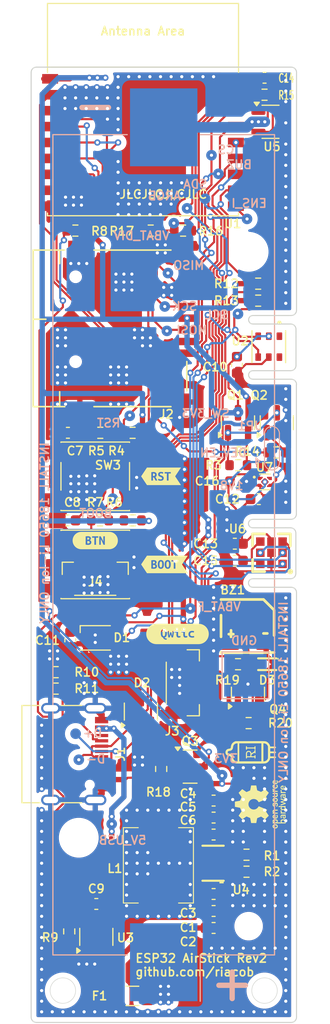
<source format=kicad_pcb>
(kicad_pcb (version 20241229) (generator "pcbnew") (generator_version "9.0")
  (layers (0 "F.Cu" signal) (2 "B.Cu" signal) (13 "F.Paste" user) (15 "B.Paste" user) (5 "F.SilkS" user "F.Silkscreen") (7 "B.SilkS" user "B.Silkscreen") (1 "F.Mask" user) (3 "B.Mask" user) (25 "Edge.Cuts" user))
  (net 0 "")
  (net 1 "Net-(BT1-+)")
  (net 2 "VBAT")
  (net 3 "3V3")
  (net 4 "BTN_EN")
  (net 9 "BTN_BOOT")
  (net 10 "Net-(J1-CC2)")
  (net 11 "USB_DN")
  (net 12 "Net-(J1-CC1)")
  (net 13 "USB_DP")
  (net 16 "GND")
  (net 17 "5V_USB")
  (net 18 "Net-(J4-Pin_1)")
  (net 19 "Net-(U4-FB)")
  (net 20 "Net-(J4-Pin_2)")
  (net 21 "Net-(U3-PROG)")
  (net 22 "ARGB_DAT")
  (net 24 "I2C_SCL")
  (net 25 "I2C_SDA")
  (net 26 "Net-(Q2-G)")
  (net 27 "SPI_MOSI")
  (net 28 "SPI_MISO")
  (net 29 "SPI_SCK")
  (net 30 "SPI_CS")
  (net 31 "1V8")
  (net 32 "VMON_BAT")
  (net 33 "Net-(Q3-G)")
  (net 34 "Net-(Q3-D)")
  (net 35 "Net-(BT1--)")
  (net 36 "Net-(U5-VDD)")
  (net 37 "Net-(U4-L1)")
  (net 38 "Net-(U4-L2)")
  (net 40 "SW_3V3")
  (net 41 "ENS160_INT")
  (net 43 "Net-(Q4-G)")
  (net 44 "Net-(D3-A)")
  (net 45 "Net-(BZ1-+)")
  (net 46 "unconnected-(J2-DET-Pad9)")
  (net 47 "BUZ")
  (net 49 "Net-(Q1-G)")
  (net 50 "DEV_EN")
  (net 51 "Net-(JP1-C)")
  (footprint "Capacitor_SMD:C_0603_1608Metric" (layer "F.Cu") (at 95.5 110.2)
    (property "Reference" "C4")
    (property "Value" "100n")
  )
  (footprint "Resistor_SMD:R_0603_1608Metric" (layer "F.Cu") (at 97.825 78.6)
    (property "Reference" "R3")
    (property "Value" "10k")
  )
  (footprint "Package_TO_SOT_SMD:SOT-23" (layer "F.Cu") (at 97.8 74.6 90)
    (property "Reference" "Q1")
    (property "Value" "2301")
  )
  (footprint "Capacitor_SMD:C_0603_1608Metric" (layer "F.Cu") (at 84.45 119.9375)
    (property "Reference" "C9")
    (property "Value" "22u")
  )
  (footprint "Riacob:SOD-723_L1.7-W1.0-P1.42-RD" (layer "F.Cu") (at 100.55 97.35 180)
    (property "Reference" "D3")
    (property "Value" "D_Schottky")
  )
  (footprint "Resistor_SMD:R_0603_1608Metric" (layer "F.Cu") (at 99.7 63.1)
    (property "Reference" "R13")
    (property "Value" "5k1")
  )
  (footprint "Capacitor_SMD:C_0603_1608Metric" (layer "F.Cu") (at 81.775 75.55 180)
    (property "Reference" "C7")
    (property "Value" "100n")
  )
  (footprint "Capacitor_SMD:C_0603_1608Metric" (layer "F.Cu") (at 95.5 122.2)
    (property "Reference" "C2")
    (property "Value" "22u")
  )
  (footprint "Package_TO_SOT_SMD:SOT-23" (layer "F.Cu") (at 98.7375 100.1625 90)
    (property "Reference" "Q4")
    (property "Value" "2301")
  )
  (footprint "Connector_JST:JST_SH_BM04B-SRSS-TB_1x04-1MP_P1.00mm_Vertical" (layer "F.Cu") (at 84.35 88.85 180)
    (property "Reference" "J4")
    (property "Value" "EXT_BTN")
  )
  (footprint "Resistor_SMD:R_0603_1608Metric" (layer "F.Cu") (at 101.425 77.4)
    (property "Reference" "R14")
    (property "Value" "10k")
  )
  (footprint "Capacitor_SMD:C_0603_1608Metric" (layer "F.Cu") (at 95.5 119)
    (property "Reference" "C3")
    (property "Value" "100n")
  )
  (footprint "Capacitor_SMD:C_0603_1608Metric" (layer "F.Cu") (at 97.5 86 180)
    (property "Reference" "C13")
    (property "Value" "100n")
  )
  (footprint "Package_TO_SOT_SMD:SOT-23-5" (layer "F.Cu") (at 100.8625 46.25)
    (property "Reference" "U5")
    (property "Value" "DW03")
  )
  (footprint "kibuzzard-67BA5A9B" (layer "F.Cu") (at 84.35 85.7)
    (property "Reference" "kibuzzard-67BA5A9B" (hide yes))
    (property "Value" "G***" (hide yes))
  )
  (footprint "kibuzzard-67BA587D" (layer "F.Cu") (at 90.873102 87.95)
    (property "Reference" "kibuzzard-67BA587D" (hide yes))
    (property "Value" "G***" (hide yes))
  )
  (footprint "Resistor_SMD:R_0603_1608Metric" (layer "F.Cu") (at 97.8 97.35)
    (property "Reference" "R19")
    (property "Value" "1k")
  )
  (footprint "Capacitor_SMD:C_0603_1608Metric" (layer "F.Cu") (at 99.76 81.8)
    (property "Reference" "C12")
    (property "Value" "22u")
  )
  (footprint "Package_TO_SOT_SMD:SOT-23" (layer "F.Cu") (at 101.455 74.6 90)
    (property "Reference" "Q2")
    (property "Value" "2302")
  )
  (footprint "kibuzzard-67BA57D8" (layer "F.Cu") (at 92.1 94.5)
    (property "Reference" "kibuzzard-67BA57D8" (hide yes))
    (property "Value" "G***" (hide yes))
  )
  (footprint "riacob_ti:L_SMD_7.1x6.6mm" (layer "F.Cu") (at 87 119.85 90)
    (property "Reference" "L1")
    (property "Value" "0.47uH")
  )
  (footprint "Riacob:BUZ-SMD_FST-5020" (layer "F.Cu") (at 98.7 93.75)
    (property "Reference" "BZ1")
    (property "Value" "Buzzer")
  )
  (footprint "Resistor_SMD:R_0603_1608Metric" (layer "F.Cu") (at 98.8 102.9 180)
    (property "Reference" "R20")
    (property "Value" "10k")
  )
  (footprint "Connector_USB:USB_C_Receptacle_G-Switch_GT-USB-7010ASV" (layer "F.Cu") (at 81.225 105.82 -90)
    (property "Reference" "J1")
    (property "Value" "USB")
  )
  (footprint "Package_TO_SOT_SMD:SOT-23-6" (layer "F.Cu") (at 84.45 123.0375 90)
    (property "Reference" "U3")
    (property "Value" "TP4057")
  )
  (footprint "Capacitor_SMD:C_0603_1608Metric" (layer "F.Cu") (at 95.5 113.4)
    (property "Reference" "C6")
    (property "Value" "22u")
  )
  (footprint "Capacitor_SMD:C_0603_1608Metric" (layer "F.Cu") (at 81.725 83.8 180)
    (property "Reference" "C8")
    (property "Value" "100n")
  )
  (footprint "Resistor_SMD:R_0603_1608Metric" (layer "F.Cu") (at 98.6 115.3)
    (property "Reference" "R1")
    (property "Value" "560k")
  )
  (footprint "Resistor_SMD:R_0603_1608Metric" (layer "F.Cu") (at 90.5625 107.22 -90)
    (property "Reference" "R18")
    (property "Value" "10k")
  )
  (footprint "Resistor_SMD:R_0603_1608Metric" (layer "F.Cu") (at 89.575 56.5 180)
    (property "Reference" "R17")
    (property "Value" "36k")
  )
  (footprint "Resistor_SMD:R_0603_1608Metric" (layer "F.Cu") (at 82.48 56.5 180)
    (property "Reference" "R8")
    (property "Value" "10k")
  )
  (footprint "Resistor_SMD:R_0603_1608Metric" (layer "F.Cu") (at 92.625 56.5 180)
    (property "Reference" "R16")
    (property "Value" "10k")
  )
  (footprint "Riacob:LGA-9_L3.0-W3.0-R3-C3-P1.05-TL" (layer "F.Cu") (at 100.949962 86.850038 180)
    (property "Reference" "U6")
    (property "Value" "ENS160-BGLR")
  )
  (footprint "Fuse:Fuse_1206_3216Metric" (layer "F.Cu") (at 87.85 128.6)
    (property "Reference" "F1")
    (property "Value" "F3A")
  )
  (footprint "Capacitor_SMD:C_0603_1608Metric" (layer "F.Cu") (at 95.5 111.8)
    (property "Reference" "C5")
    (property "Value" "22u")
  )
  (footprint "Resistor_SMD:R_0603_1608Metric" (layer "F.Cu") (at 80.625 98.1 180)
    (property "Reference" "R10")
    (property "Value" "5k1")
  )
  (footprint "Riacob:J_SD_Card-micro_socket_A" (layer "F.Cu") (at 85.978145 64.834968 90)
    (property "Reference" "J2")
    (property "Value" "Micro_SD_Card" (hide yes))
  )
  (footprint "Espressif:ESP32-C3-WROOM-02" (layer "F.Cu") (at 88.85 48.1)
    (property "Reference" "U1")
    (property "Value" "ESP32-C3-WROOM-02")
  )
  (footprint "Resistor_SMD:R_0603_1608Metric" (layer "F.Cu") (at 81.9 122.525 -90)
    (property "Reference" "R9")
    (property "Value" "1k")
  )
  (footprint "Package_TO_SOT_SMD:SOT-23-3" (layer "F.Cu") (at 88.65 101.8125 90)
    (property "Reference" "D2")
    (property "Value" "SDT23C712L02-ES")
  )
  (footprint "riacob_ti:DLA0010A" (layer "F.Cu") (at 95.450001 116.100001 180)
    (property "Reference" "U4")
    (property "Value" "TPS63802")
  )
  (footprint "Button_Switch_SMD:SW_Push_1P1T_NO_6x6mm_H9.5mm" (layer "F.Cu") (at 84.35 87.95)
    (property "Reference" "SW4" (hide yes))
    (property "Value" "BTN")
  )
  (footprint "Resistor_SMD:R_0603_1608Metric" (layer "F.Cu") (at 87.875 83.8)
    (property "Reference" "R6")
    (property "Value" "10k")
  )
  (footprint "Resistor_SMD:R_0603_1608Metric" (layer "F.Cu") (at 84.825 75.55)
    (property "Reference" "R5")
    (property "Value" "1k")
  )
  (footprint "Capacitor_SMD:C_0603_1608Metric" (layer "F.Cu") (at 97.5 87.6 180)
    (property "Reference" "C15")
    (property "Value" "100n")
  )
  (footprint "Resistor_SMD:R_0603_1608Metric" (layer "F.Cu") (at 84.8 83.8 180)
    (property "Reference" "R7")
    (property "Value" "1k")
  )
  (footprint "Capacitor_SMD:C_0603_1608Metric" (layer "F.Cu") (at 95.5 120.6)
    (property "Reference" "C1")
    (property "Value" "22u")
  )
  (footprint "kibuzzard-67BA5873" (layer "F.Cu") (at 90.55 79.65)
    (property "Reference" "kibuzzard-67BA5873" (hide yes))
    (property "Value" "G***" (hide yes))
  )
  (footprint "Resistor_SMD:R_0603_1608Metric" (layer "F.Cu") (at 98.6 116.9 180)
    (property "Reference" "R2")
    (property "Value" "100k")
  )
  (footprint "Package_SON:Texas_X2SON-4_1x1mm_P0.65mm" (layer "F.Cu") (at 100.33 80.175)
    (property "Reference" "U7")
    (property "Value" "MG6226D4-18")
  )
  (footprint "Resistor_SMD:R_0603_1608Metric" (layer "F.Cu") (at 100.3 43.7 180)
    (property "Reference" "R15")
    (property "Value" "1k")
  )
  (footprint "Capacitor_SMD:C_0603_1608Metric" (layer "F.Cu") (at 97.7 69.15 -90)
    (property "Reference" "C10")
    (property "Value" "100n")
  )
  (footprint "Resistor_SMD:R_0603_1608Metric" (layer "F.Cu") (at 87.87 75.55)
    (property "Reference" "R4")
    (property "Value" "10k")
  )
  (footprint "Package_TO_SOT_SMD:SOT-23" (layer "F.Cu") (at 93.2875 107)
    (property "Reference" "Q3")
    (property "Value" "2302")
  )
  (footprint "Capacitor_SMD:C_0603_1608Metric" (layer "F.Cu") (at 97.825 80.13)
    (property "Reference" "C16")
    (property "Value" "22u")
  )
  (footprint "Capacitor_SMD:C_0603_1608Metric" (layer "F.Cu") (at 100.3 42.1 180)
    (property "Reference" "C14")
    (property "Value" "100n")
  )
  (footprint "Resistor_SMD:R_0603_1608Metric" (layer "F.Cu") (at 80.625 99.65 180)
    (property "Reference" "R11")
    (property "Value" "5k1")
  )
  (footprint "Capacitor_SMD:C_0603_1608Metric" (layer "F.Cu") (at 82 95.1 -90)
    (property "Reference" "C11")
    (property "Value" "100n")
  )
  (footprint "Resistor_SMD:R_0603_1608Metric" (layer "F.Cu") (at 99.7 61.5)
    (property "Reference" "R12")
    (property "Value" "5k1")
  )
  (footprint "LED_SMD:LED_WS2812B-2020_PLCC4_2.0x2.0mm" (layer "F.Cu") (at 84.35 94.87)
    (property "Reference" "D1")
    (property "Value" "WS2812B-2020")
  )
  (footprint "riacob:PSON100P300X300X110-6N" (layer "F.Cu") (at 100.7 67.435 -90)
    (property "Reference" "U2")
    (property "Value" "AHT20")
  )
  (footprint "Connector_JST:JST_SH_BM04B-SRSS-TB_1x04-1MP_P1.00mm_Vertical" (layer "F.Cu") (at 93.05 99.1 90)
    (property "Reference" "J3")
    (property "Value" "QWiic")
  )
  (footprint "Button_Switch_SMD:SW_Push_1P1T_NO_6x6mm_H9.5mm" (layer "F.Cu") (at 84.35 79.65)
    (property "Reference" "SW3")
    (property "Value" "BTN")
  )
  (footprint "Riacob:TestPoint_Pad_D1.0mm_NoSilk" (layer "B.Cu") (at 95.3 49.4 180)
    (property "Reference" "TP8" (hide yes))
    (property "Value" "CS")
  )
  (footprint "Riacob:TestPoint_Pad_D1.0mm_NoSilk" (layer "B.Cu") (at 86 81.75 180)
    (property "Reference" "TP18" (hide yes))
    (property "Value" "BOOT")
  )
  (footprint "Riacob:TestPoint_Pad_D1.0mm_NoSilk" (layer "B.Cu") (at 85.9 112.4 180)
    (property "Reference" "TP13" (hide yes))
    (property "Value" "5V")
  )
  (footprint "Riacob:TestPoint_Pad_D1.0mm_NoSilk" (layer "B.Cu") (at 82.5 103.9 180)
    (property "Reference" "TP11" (hide yes))
    (property "Value" "DP")
  )
  (footprint "Riacob:TestPoint_Pad_D1.0mm_NoSilk" (layer "B.Cu") (at 97.4 81.8 180)
    (property "Reference" "TP21" (hide yes))
    (property "Value" "1V8")
  )
  (footprint "Riacob:TestPoint_Pad_D1.0mm_NoSilk" (layer "B.Cu") (at 96.3 107.8 180)
    (property "Reference" "TP16" (hide yes))
    (property "Value" "3V3")
  )
  (footprint "Riacob:TestPoint_Pad_D1.0mm_NoSilk" (layer "B.Cu") (at 91.75 55.8 180)
    (property "Reference" "TP9" (hide yes))
    (property "Value" "BMON")
  )
  (footprint "Riacob:TestPoint_Pad_D1.0mm_NoSilk" (layer "B.Cu") (at 82.8 106.35 180)
    (property "Reference" "TP12" (hide yes))
    (property "Value" "DN")
  )
  (footprint "riacob:TestPoint_Pad_D1.0mm_NoSilk" (layer "B.Cu") (at 97.8 73.6)
    (property "Reference" "TP20" (hide yes))
    (property "Value" "SW_3V3")
  )
  (footprint "Jumper:SolderJumper-3_P1.3mm_Bridged12_RoundedPad1.0x1.5mm" (layer "B.Cu") (at 101 77 90)
    (property "Reference" "JP1")
    (property "Value" "SolderJumper_3_Bridged12")
  )
  (footprint "Riacob:TestPoint_Pad_D1.0mm_NoSilk" (layer "B.Cu") (at 98.65 55.4 180)
    (property "Reference" "TP1" (hide yes))
    (property "Value" "GP10")
  )
  (footprint "TestPoint:TestPoint_Pad_4.0x4.0mm" (layer "B.Cu") (at 98.5 98.4 90)
    (property "Reference" "TP17" (hide yes))
    (property "Value" "GND")
  )
  (footprint "Riacob:TestPoint_Pad_D1.0mm_NoSilk" (layer "B.Cu") (at 93 54.4 180)
    (property "Reference" "TP10" (hide yes))
    (property "Value" "ADAT")
  )
  (footprint "Riacob:TestPoint_Pad_D1.0mm_NoSilk" (layer "B.Cu") (at 99.5 77.3 180)
    (property "Reference" "TP6" (hide yes))
    (property "Value" "EN")
  )
  (footprint "Riacob:TestPoint_Pad_D1.0mm_NoSilk" (layer "B.Cu") (at 91.2 60.5 180)
    (property "Reference" "TP5" (hide yes))
    (property "Value" "MISO")
  )
  (footprint "Riacob:TestPoint_Pad_D1.0mm_NoSilk" (layer "B.Cu") (at 90.9 63.65 180)
    (property "Reference" "TP7" (hide yes))
    (property "Value" "SCK")
  )
  (footprint "Riacob:TestPoint_Pad_D1.0mm_NoSilk" (layer "B.Cu") (at 97.8 64.35 180)
    (property "Reference" "TP3" (hide yes))
    (property "Value" "SCL")
  )
  (footprint "Riacob:TestPoint_Pad_D1.0mm_NoSilk" (layer "B.Cu") (at 91.1 65.95 180)
    (property "Reference" "TP4" (hide yes))
    (property "Value" "MOSI")
  )
  (footprint "Riacob:TestPoint_Pad_D1.0mm_NoSilk" (layer "B.Cu") (at 94.7 53.5 180)
    (property "Reference" "TP2" (hide yes))
    (property "Value" "SDA")
  )
  (footprint "Battery:BatteryHolder_Keystone_1042_1x18650" (layer "B.Cu") (at 90.8 86.1 90)
    (property "Reference" "BT1" (hide yes))
    (property "Value" "18650")
  )
  (footprint "Riacob:TestPoint_Pad_D1.0mm_NoSilk" (layer "B.Cu") (at 95.95 51.15 180)
    (property "Reference" "TP19" (hide yes))
    (property "Value" "BUZ")
  )
  (footprint "Riacob:TestPoint_Pad_D1.0mm_NoSilk" (layer "B.Cu") (at 87.6 73.95 180)
    (property "Reference" "TP15" (hide yes))
    (property "Value" "EN")
  )
  (footprint "Riacob:TestPoint_Pad_D1.0mm_NoSilk" (layer "B.Cu") (at 93.3 92.1 180)
    (property "Reference" "TP14" (hide yes))
    (property "Value" "VBAT_F")
  )
  (gr_poly (pts (xy 101.058331 108.845156) (xy 101.058631 108.838526) (xy 101.059126 108.831983) (xy 101.059813 108.825529) (xy 101.061744 108.812885) (xy 101.064393 108.800595) (xy 101.067728 108.788662) (xy 101.071718 108.777086) (xy 101.076332 108.765869) (xy 101.081537 108.755014) (xy 101.087302 108.74452) (xy 101.093596 108.734391) (xy 101.100388 108.724628) (xy 101.107645 108.715231) (xy 101.115336 108.706204) (xy 101.123431 108.697547) (xy 101.131896 108.689262) (xy 101.140701 108.68135) (xy 101.203487 108.751624) (xy 101.198141 108.75613) (xy 101.193012 108.760871) (xy 101.188116 108.765842) (xy 101.183471 108.771035) (xy 101.179095 108.776443) (xy 101.175007 108.782058) (xy 101.171223 108.787874) (xy 101.167761 108.793884) (xy 101.16464 108.800081) (xy 101.161878 108.806457) (xy 101.159491 108.813006) (xy 101.157499 108.81972) (xy 101.155918 108.826593) (xy 101.154767 108.833617) (xy 101.154063 108.840785) (xy 101.153824 108.848091) (xy 101.154344 108.862299) (xy 101.155919 108.87574) (xy 101.15711 108.882167) (xy 101.158573 108.888394) (xy 101.160311 108.894418) (xy 101.162328 108.900238) (xy 101.164626 108.905851) (xy 101.167209 108.911254) (xy 101.170078 108.916445) (xy 101.173238 108.92142) (xy 101.176691 108.926178) (xy 101.180439 108.930716) (xy 101.184486 108.935031) (xy 101.188835 108.93912) (xy 101.193489 108.942982) (xy 101.19845 108.946614) (xy 101.203722 108.950012) (xy 101.209307 108.953175) (xy 101.215208 108.956099) (xy 101.221429 108.958783) (xy 101.227971 108.961223) (xy 101.234839 108.963417) (xy 101.242035 108.965363) (xy 101.249561 108.967058) (xy 101.257422 108.968499) (xy 101.265619 108.969684) (xy 101.283035 108.971275) (xy 101.301832 108.97181) (xy 101.311326 108.971675) (xy 101.320477 108.971274) (xy 101.329287 108.970609) (xy 101.33776 108.969683) (xy 101.345898 108.968498) (xy 101.353703 108.967056) (xy 101.36118 108.96536) (xy 101.368329 108.963414) (xy 101.375155 108.961218) (xy 101.381659 108.958777) (xy 101.387845 108.956093) (xy 101.393715 108.953168) (xy 101.399272 108.950004) (xy 101.404518 108.946605) (xy 101.409457 108.942973) (xy 101.414092 108.93911) (xy 101.418424 108.93502) (xy 101.422457 108.930705) (xy 101.426193 108.926167) (xy 101.429636 108.921408) (xy 101.432787 108.916433) (xy 101.43565 108.911242) (xy 101.438227 108.90584) (xy 101.440522 108.900227) (xy 101.442536 108.894408) (xy 101.444273 108.888384) (xy 101.445735 108.882158) (xy 101.446925 108.875733) (xy 101.447845 108.869111) (xy 101.4485 108.862295) (xy 101.44889 108.855287) (xy 101.44902 108.848091) (xy 101.44896 108.844421) (xy 101.448781 108.840785) (xy 101.448487 108.837184) (xy 101.448078 108.833618) (xy 101.446926 108.826595) (xy 101.445346 108.819724) (xy 101.443353 108.813011) (xy 101.440967 108.806464) (xy 101.438204 108.800089) (xy 101.435083 108.793894) (xy 101.431622 108.787885) (xy 101.427838 108.78207) (xy 101.423749 108.776454) (xy 101.419374 108.771046) (xy 101.414729 108.765852) (xy 101.409833 108.760879) (xy 101.404703 108.756134) (xy 101.399358 108.751624) (xy 101.462143 108.68135) (xy 101.470934 108.689257) (xy 101.479388 108.697538) (xy 101.487473 108.706192) (xy 101.495157 108.715217) (xy 101.502409 108.724611) (xy 101.509196 108.734373) (xy 101.515487 108.744501) (xy 101.521251 108.754994) (xy 101.526455 108.76585) (xy 101.531068 108.777067) (xy 101.535059 108.788645) (xy 101.538395 108.80058) (xy 101.541045 108.812873) (xy 101.542977 108.82552) (xy 101.544159 108.838521) (xy 101.544561 108.851874) (xy 101.54374 108.872359) (xy 101.541244 108.892606) (xy 101.537023 108.912467) (xy 101.531024 108.931791) (xy 101.527342 108.941206) (xy 101.523196 108.95043) (xy 101.518581 108.959445) (xy 101.51349 108.968232) (xy 101.507916 108.976774) (xy 101.501853 108.98505) (xy 101.495294 108.993042) (xy 101.488234 109.000732) (xy 101.480666 109.008101) (xy 101.472583 109.01513) (xy 101.46398 109.021801) (xy 101.454849 109.028094) (xy 101.445185 109.033991) (xy 101.43498 109.039474) (xy 101.42423 109.044523) (xy 101.412926 109.04912) (xy 101.401063 109.053246) (xy 101.388635 109.056883) (xy 101.375635 109.060012) (xy 101.362057 109.062614) (xy 101.347893 109.06467) (xy 101.333139 109.066162) (xy 101.317788 109.067071) (xy 101.301832 109.067378) (xy 101.285802 109.067071) (xy 101.27038 109.066162) (xy 101.25556 109.06467) (xy 101.241335 109.062614) (xy 101.227698 109.060012) (xy 101.214644 109.056883) (xy 101.202165 109.053246) (xy 101.190256 109.04912) (xy 101.178909 109.044523) (xy 101.168118 109.039474) (xy 101.157877 109.033991) (xy 101.148178 109.028094) (xy 101.139017 109.021801) (xy 101.130385 109.01513) (xy 101.122277 109.008101) (xy 101.114686 109.000732) (xy 101.107605 108.993042) (xy 101.101029 108.98505) (xy 101.09495 108.976774) (xy 101.089361 108.968232) (xy 101.084258 108.959445) (xy 101.079632 108.95043) (xy 101.075478 108.941206) (xy 101.071789 108.931791) (xy 101.068558 108.922206) (xy 101.065779 108.912467) (xy 101.063445 108.902594) (xy 101.06155 108.892606) (xy 101.060088 108.882522) (xy 101.059052 108.872359) (xy 101.05823 108.851874)) (stroke (width -0.000001)) (fill yes) (layer "F.SilkS"))
  (gr_poly (pts (xy 101.809113 109.776082) (xy 101.810562 109.755483) (xy 101.813047 109.735869) (xy 101.814695 109.726451) (xy 101.816623 109.717303) (xy 101.818838 109.708434) (xy 101.821347 109.699851) (xy 101.824157 109.691563) (xy 101.827274 109.683578) (xy 101.830707 109.675903) (xy 101.834462 109.668548) (xy 101.838545 109.661519) (xy 101.842965 109.654825) (xy 101.847728 109.648474) (xy 101.852841 109.642475) (xy 101.858311 109.636834) (xy 101.864145 109.631561) (xy 101.870351 109.626664) (xy 101.876934 109.62215) (xy 101.883903 109.618027) (xy 101.891264 109.614304) (xy 101.899024 109.610989) (xy 101.907191 109.60809) (xy 101.915771 109.605614) (xy 101.924771 109.603571) (xy 101.934199 109.601967) (xy 101.944061 109.600812) (xy 101.954365 109.600113) (xy 101.965117 109.599878) (xy 102.289337 109.599878) (xy 102.289337 109.695498) (xy 102.247162 109.695498) (xy 102.247162 109.69735) (xy 102.25311 109.7012) (xy 102.258644 109.705385) (xy 102.263768 109.709933) (xy 102.268485 109.714871) (xy 102.272801 109.720227) (xy 102.276719 109.726027) (xy 102.280245 109.7323) (xy 102.283381 109.739072) (xy 102.286132 109.746371) (xy 102.288503 109.754223) (xy 102.290497 109.762658) (xy 102.29212 109.771701) (xy 102.293374 109.78138) (xy 102.294265 109.791723) (xy 102.294796 109.802756) (xy 102.294973 109.814508) (xy 102.29479 109.824305) (xy 102.294247 109.833841) (xy 102.293353 109.843113) (xy 102.292114 109.852116) (xy 102.290539 109.860849) (xy 102.288635 109.869308) (xy 102.286411 109.877489) (xy 102.283874 109.885389) (xy 102.281032 109.893005) (xy 102.277894 109.900333) (xy 102.274466 109.907372) (xy 102.270758 109.914116) (xy 102.266776 109.920563) (xy 102.262529 109.926709) (xy 102.258025 109.932552) (xy 102.253271 109.938088) (xy 102.248276 109.943314) (xy 102.243047 109.948226) (xy 102.237592 109.952822) (xy 102.231919 109.957097) (xy 102.226036 109.961049) (xy 102.21995 109.964675) (xy 102.213671 109.967971) (xy 102.207205 109.970934) (xy 102.200561 109.97356) (xy 102.193746 109.975847) (xy 102.186769 109.977791) (xy 102.179636 109.979389) (xy 102.172357 109.980637) (xy 102.164939 109.981533) (xy 102.157389 109.982073) (xy 102.149717 109.982254) (xy 102.145033 109.982152) (xy 102.145033 109.892242) (xy 102.150952 109.891942) (xy 102.156748 109.891028) (xy 102.162385 109.88948) (xy 102.167829 109.887276) (xy 102.170467 109.885922) (xy 102.173043 109.884397) (xy 102.175552 109.882698) (xy 102.177991 109.880822) (xy 102.180354 109.878767) (xy 102.182637 109.876531) (xy 102.184836 109.87411) (xy 102.186946 109.871502) (xy 102.188963 109.868705) (xy 102.190883 109.865717) (xy 102.1927 109.862533) (xy 102.19441 109.859153) (xy 102.19601 109.855573) (xy 102.197493 109.85179) (xy 102.198857 109.847803) (xy 102.200096 109.843609) (xy 102.202182 109.834588) (xy 102.203717 109.824708) (xy 102.204664 109.813946) (xy 102.204988 109.802284) (xy 102.204875 109.78796) (xy 102.204482 109.774829) (xy 102.203723 109.762854) (xy 102.202516 109.751997) (xy 102.201718 109.746976) (xy 102.200776 109.742221) (xy 102.19968 109.737727) (xy 102.19842 109.73349) (xy 102.196985 109.729505) (xy 102.195364 109.725766) (xy 102.193547 109.722271) (xy 102.191524 109.719013) (xy 102.189283 109.715989) (xy 102.186815 109.713193) (xy 102.18411 109.710621) (xy 102.181156 109.708269) (xy 102.177943 109.706132) (xy 102.17446 109.704204) (xy 102.170698 109.702483) (xy 102.166646 109.700962) (xy 102.162292 109.699637) (xy 102.157628 109.698504) (xy 102.152641 109.697558) (xy 102.147323 109.696795) (xy 102.141662 109.696209) (xy 102.135647 109.695796) (xy 102.129269 109.695552) (xy 102.122517 109.695472) (xy 102.08783 109.695472) (xy 102.08783 109.809772) (xy 102.087896 109.814955) (xy 102.088091 109.819964) (xy 102.088415 109.824798) (xy 102.088865 109.829458) (xy 102.08944 109.833945) (xy 102.090137 109.838261) (xy 102.090954 109.842405) (xy 102.09189 109.846377) (xy 102.092943 109.85018) (xy 102.094111 109.853813) (xy 102.095392 109.857278) (xy 102.096783 109.860574) (xy 102.098284 109.863703) (xy 102.099893 109.866665) (xy 102.101607 109.869461) (xy 102.103424 109.872091) (xy 102.105343 109.874557) (xy 102.107361 109.876859) (xy 102.109478 109.878997) (xy 102.11169 109.880973) (xy 102.113997 109.882787) (xy 102.116395 109.884439) (xy 102.118884 109.885931) (xy 102.121461 109.887263) (xy 102.124125 109.888436) (xy 102.126873 109.88945) (xy 102.129704 109.890306) (xy 102.132616 109.891005) (xy 102.135607 109.891547) (xy 102.138674 109.891934) (xy 102.141817 109.892165) (xy 102.145033 109.892242) (xy 102.145033 109.982152) (xy 102.142637 109.9821) (xy 102.135633 109.981639) (xy 102.128714 109.980871) (xy 102.12189 109.979798) (xy 102.11517 109.978418) (xy 102.108566 109.976734) (xy 102.102085 109.974745) (xy 102.095739 109.972452) (xy 102.089537 109.969856) (xy 102.083488 109.966957) (xy 102.077603 109.963755) (xy 102.071891 109.960252) (xy 102.066363 109.956447) (xy 102.061027 109.952342) (xy 102.055894 109.947936) (xy 102.050974 109.943231) (xy 102.046276 109.938227) (xy 102.04181 109.932924) (xy 102.037586 109.927323) (xy 102.033613 109.921424) (xy 102.029902 109.915229) (xy 102.026463 109.908737) (xy 102.023304 109.901949) (xy 102.020437 109.894866) (xy 102.01787 109.887487) (xy 102.015613 109.879815) (xy 102.013677 109.871849) (xy 102.012071 109.86359) (xy 102.010805 109.855038) (xy 102.009888 109.846194) (xy 102.009331 109.837058) (xy 102.009143 109.827631) (xy 102.009143 109.695498) (xy 101.959481 109.695498) (xy 101.951389 109.695841) (xy 101.947591 109.696273) (xy 101.943957 109.69688) (xy 101.940482 109.697665) (xy 101.937165 109.69863) (xy 101.934004 109.699777) (xy 101.930996 109.701106) (xy 101.928139 109.702622) (xy 101.925429 109.704324) (xy 101.922866 109.706216) (xy 101.920447 109.708298) (xy 101.918169 109.710574) (xy 101.916029 109.713044) (xy 101.914026 109.715711) (xy 101.912157 109.718576) (xy 101.91042 109.721642) (xy 101.908812 109.724911) (xy 101.905975 109.732062) (xy 101.903626 109.740045) (xy 101.901747 109.748875) (xy 101.900319 109.758568) (xy 101.899322 109.769138) (xy 101.898738 109.7806) (xy 101.898547 109.79297) (xy 101.89866 109.801979) (xy 101.899005 109.810401) (xy 101.899596 109.818265) (xy 101.900444 109.825599) (xy 101.900968 109.829077) (xy 101.901561 109.832434) (xy 101.902225 109.835673) (xy 101.902961 109.838798) (xy 101.90377 109.841812) (xy 101.904654 109.844719) (xy 101.905615 109.847522) (xy 101.906654 109.850226) (xy 101.907772 109.852834) (xy 101.908972 109.85535) (xy 101.910254 109.857776) (xy 101.91162 109.860117) (xy 101.913072 109.862377) (xy 101.914612 109.864558) (xy 101.91624 109.866666) (xy 101.917958 109.868702) (xy 101.919769 109.870671) (xy 101.921672 109.872576) (xy 101.923671 109.874422) (xy 101.925766 109.876211) (xy 101.927958 109.877947) (xy 101.930251 109.879634) (xy 101.932644 109.881276) (xy 101.93514 109.882876) (xy 101.877989 109.957859) (xy 101.868865 109.95082) (xy 101.86047 109.943402) (xy 101.852785 109.935603) (xy 101.845789 109.927416) (xy 101.839465 109.918839) (xy 101.833793 109.909868) (xy 101.828753 109.900499) (xy 101.824325 109.890728) (xy 101.820491 109.88055) (xy 101.817231 109.869962) (xy 101.814526 109.85896) (xy 101.812356 109.84754) (xy 101.810702 109.835698) (xy 101.809545 109.82343) (xy 101.808864 109.810733) (xy 101.808642 109.797601)) (stroke (width -0.000001)) (fill yes) (layer "F.SilkS"))
  (gr_poly (pts (xy 101.058578 110.570806) (xy 101.059449 110.556087) (xy 101.06088 110.541954) (xy 101.062855 110.528381) (xy 101.065358 110.515342) (xy 101.068371 110.50281) (xy 101.071879 110.490759) (xy 101.075865 110.479164) (xy 101.080312 110.467997) (xy 101.085204 110.457233) (xy 101.090525 110.446845) (xy 101.096257 110.436808) (xy 101.102385 110.427094) (xy 101.108891 110.417678) (xy 101.11576 110.408533) (xy 101.122974 110.399633) (xy 101.192269 110.458636) (xy 101.187458 110.465675) (xy 101.182857 110.472755) (xy 101.178479 110.479893) (xy 101.174339 110.487108) (xy 101.170451 110.494417) (xy 101.166827 110.501837) (xy 101.163484 110.509388) (xy 101.160433 110.517085) (xy 101.157689 110.524949) (xy 101.155266 110.532995) (xy 101.153178 110.541242) (xy 101.151438 110.549707) (xy 101.150061 110.558409) (xy 101.14906 110.567366) (xy 101.148449 110.576594) (xy 101.148242 110.586112) (xy 101.148313 110.591702) (xy 101.148524 110.59706) (xy 101.148872 110.602189) (xy 101.149354 110.607093) (xy 101.149968 110.611775) (xy 101.150709 110.61624) (xy 101.151576 110.62049) (xy 101.152566 110.624529) (xy 101.153674 110.628361) (xy 101.1549 110.63199) (xy 101.156239 110.635418) (xy 101.157688 110.638651) (xy 101.159245 110.64169) (xy 101.160907 110.64454) (xy 101.162671 110.647205) (xy 101.164534 110.649688) (xy 101.166493 110.651993) (xy 101.168544 110.654122) (xy 101.170686 110.656081) (xy 101.172915 110.657872) (xy 101.175228 110.659499) (xy 101.177623 110.660965) (xy 101.180096 110.662275) (xy 101.182644 110.663432) (xy 101.185265 110.664439) (xy 101.187955 110.6653) (xy 101.190712 110.666019) (xy 101.193532 110.666599) (xy 101.196413 110.667044) (xy 101.199352 110.667357) (xy 101.202346 110.667543) (xy 101.205392 110.667604) (xy 101.209253 110.667424) (xy 101.213088 110.666867) (xy 101.216875 110.665907) (xy 101.220588 110.664517) (xy 101.224202 110.662672) (xy 101.227692 110.660345) (xy 101.231035 110.657511) (xy 101.232643 110.655895) (xy 101.234205 110.654143) (xy 101.235718 110.65225) (xy 101.237178 110.650215) (xy 101.238583 110.648033) (xy 101.23993 110.645701) (xy 101.241214 110.643215) (xy 101.242434 110.640574) (xy 101.244668 110.634809) (xy 101.246606 110.62838) (xy 101.248223 110.62126) (xy 101.249495 110.613424) (xy 101.250398 110.604844) (xy 101.255981 110.526131) (xy 101.256751 110.517076) (xy 101.257828 110.508364) (xy 101.259204 110.499991) (xy 101.260873 110.491954) (xy 101.262828 110.484248) (xy 101.265061 110.47687) (xy 101.267566 110.469818) (xy 101.270336 110.463086) (xy 101.273364 110.456671) (xy 101.276643 110.45057) (xy 101.280166 110.44478) (xy 101.283927 110.439295) (xy 101.287919 110.434114) (xy 101.292134 110.429232) (xy 101.296566 110.424645) (xy 101.301208 110.42035) (xy 101.306053 110.416344) (xy 101.311094 110.412623) (xy 101.316324 110.409182) (xy 101.321736 110.406019) (xy 101.327325 110.40313) (xy 101.333081 110.400511) (xy 101.339 110.398159) (xy 101.345073 110.39607) (xy 101.351294 110.39424) (xy 101.357656 110.392666) (xy 101.370776 110.39027) (xy 101.384378 110.388854) (xy 101.398406 110.388389) (xy 101.406989 110.388639) (xy 101.415339 110.389384) (xy 101.423453 110.390611) (xy 101.431328 110.392309) (xy 101.438962 110.394467) (xy 101.446352 110.397073) (xy 101.453497 110.400116) (xy 101.460392 110.403585) (xy 101.467036 110.407469) (xy 101.473427 110.411756) (xy 101.47956 110.416435) (xy 101.485435 110.421494) (xy 101.491048 110.426923) (xy 101.496397 110.432709) (xy 101.50148 110.438842) (xy 101.506293 110.445311) (xy 101.510834 110.452103) (xy 101.515101 110.459208) (xy 101.522801 110.47431) (xy 101.529372 110.490527) (xy 101.534795 110.507767) (xy 101.539049 110.525942) (xy 101.542112 110.544959) (xy 101.543965 110.564728) (xy 101.544588 110.585159) (xy 101.544258 110.599499) (xy 101.543268 110.6137) (xy 101.541615 110.627756) (xy 101.5393 110.64166) (xy 101.53632 110.655405) (xy 101.532675 110.668984) (xy 101.528362 110.68239) (xy 101.523381 110.695616) (xy 101.517731 110.708656) (xy 101.511409 110.721502) (xy 101.504415 110.734147) (xy 101.496747 110.746586) (xy 101.488404 110.75881) (xy 101.479385 110.770813) (xy 101.469688 110.782587) (xy 101.459312 110.794127) (xy 101.393749 110.727611) (xy 101.401078 110.719834) (xy 101.407942 110.711947) (xy 101.414341 110.703928) (xy 101.420273 110.695756) (xy 101.425737 110.687407) (xy 101.430732 110.678861) (xy 101.435257 110.670095) (xy 101.43931 110.661088) (xy 101.442891 110.651817) (xy 101.445998 110.64226) (xy 101.448631 110.632397) (xy 101.450787 110.622203) (xy 101.452466 110.611659) (xy 101.453667 110.600741) (xy 101.454388 110.589428) (xy 101.454629 110.577698) (xy 101.454569 110.57265) (xy 101.454388 110.567694) (xy 101.454087 110.562834) (xy 101.453666 110.558076) (xy 101.453125 110.553422) (xy 101.452464 110.548879) (xy 101.451683 110.544449) (xy 101.450783 110.540139) (xy 101.449764 110.535952) (xy 101.448625 110.531893) (xy 101.447368 110.527965) (xy 101.445991 110.524175) (xy 101.444496 110.520526) (xy 101.442882 110.517022) (xy 101.44115 110.513669) (xy 101.4393 110.510471) (xy 101.437332 110.507431) (xy 101.435245 110.504555) (xy 101.433041 110.501847) (xy 101.43072 110.499312) (xy 101.428281 110.496954) (xy 101.425725 110.494778) (xy 101.423051 110.492787) (xy 101.420261 110.490987) (xy 101.417354 110.489382) (xy 101.414331 110.487976) (xy 101.411191 110.486775) (xy 101.407934 110.485781) (xy 101.404562 110.485001) (xy 101.401073 110.484438) (xy 101.397469 110.484097) (xy 101.393749 110.483982) (xy 101.390654 110.484056) (xy 101.387694 110.484274) (xy 101.384865 110.484634) (xy 101.382164 110.485132) (xy 101.379589 110.485766) (xy 101.377136 110.486531) (xy 101.374803 110.487424) (xy 101.372586 110.488444) (xy 101.370484 110.489585) (xy 101.368492 110.490845) (xy 101.366609 110.492221) (xy 101.364831 110.493709) (xy 101.363155 110.495306) (xy 101.361578 110.497009) (xy 101.360098 110.498815) (xy 101.358712 110.500721) (xy 101.357416 110.502722) (xy 101.356208 110.504817) (xy 101.354043 110.509272) (xy 101.352195 110.51406) (xy 101.350641 110.519154) (xy 101.349356 110.52453) (xy 101.348319 110.530161) (xy 101.347505 110.536022) (xy 101.346891 110.542085) (xy 101.339403 110.626434) (xy 101.337702 110.640938) (xy 101.335064 110.654904) (xy 101.333396 110.661668) (xy 101.331497 110.668277) (xy 101.329368 110.674725) (xy 101.327011 110.681004) (xy 101.324425 110.687107) (xy 101.321613 110.693028) (xy 101.318575 110.698759) (xy 101.315312 110.704295) (xy 101.311825 110.709627) (xy 101.308116 110.714749) (xy 101.304185 110.719655) (xy 101.300033 110.724337) (xy 101.295662 110.728788) (xy 101.291073 110.733002) (xy 101.286266 110.736972) (xy 101.281242 110.74069) (xy 101.276004 110.744151) (xy 101.270551 110.747347) (xy 101.264885 110.75027) (xy 101.259006 110.752916) (xy 101.252917 110.755276) (xy 101.246617 110.757343) (xy 101.240108 110.759111) (xy 101.233392 110.760574) (xy 101.226468 110.761723) (xy 101.219338 110.762552) (xy 101.212004 110.763055) (xy 101.204466 110.763224) (xy 101.195554 110.763) (xy 101.186918 110.762336) (xy 101.178557 110.761242) (xy 101.170473 110.759727) (xy 101.162665 110.7578) (xy 101.155134 110.755472) (xy 101.14788 110.752753) (xy 101.140905 110.749652) (xy 101.134209 110.746179) (xy 101.127792 110.742344) (xy 101.121654 110.738156) (xy 101.115797 110.733626) (xy 101.11022 110.728763) (xy 101.104925 110.723577) (xy 101.099911 110.718078) (xy 101.09518 110.712275) (xy 101.090731 110.706178) (xy 101.086566 110.699798) (xy 101.082684 110.693144) (xy 101.079087 110.686225) (xy 101.075775 110.679051) (xy 101.072748 110.671633) (xy 101.067551 110.656101) (xy 101.063503 110.639707) (xy 101.060606 110.62253) (xy 101.058865 110.604648) (xy 101.058284 110.586138)) (stroke (width -0.000001)) (fill yes) (layer "F.SilkS"))
  (gr_poly (pts (xy 98.544792 105.949667) (xy 98.546909 105.711542) (xy 98.578659 105.648042) (xy 98.588337 105.630081) (xy 98.598736 105.613497) (xy 98.609882 105.598278) (xy 98.621802 105.58441) (xy 98.634522 105.571881) (xy 98.648068 105.56068) (xy 98.662467 105.550793) (xy 98.677745 105.542209) (xy 98.693928 105.534914) (xy 98.711043 105.528897) (xy 98.729116 105.524145) (xy 98.748174 105.520645) (xy 98.768242 105.518386) (xy 98.789347 105.517354) (xy 98.811516 105.517538) (xy 98.834775 105.518925) (xy 98.845787 105.520006) (xy 98.856596 105.521461) (xy 98.867194 105.523285) (xy 98.877578 105.525474) (xy 98.88774 105.528021) (xy 98.897676 105.530924) (xy 98.90738 105.534178) (xy 98.916846 105.537777) (xy 98.926068 105.541717) (xy 98.935042 105.545993) (xy 98.943761 105.550602) (xy 98.952219 105.555537) (xy 98.960412 105.560795) (xy 98.968333 105.56637) (xy 98.975977 105.572259) (xy 98.983339 105.578456) (xy 98.990412 105.584958) (xy 98.997191 105.591758) (xy 99.00367 105.598853) (xy 99.009845 105.606238) (xy 99.015708 105.613908) (xy 99.021255 105.621858) (xy 99.02648 105.630085) (xy 99.031377 105.638583) (xy 99.035941 105.647348) (xy 99.040166 105.656374) (xy 99.044047 105.665658) (xy 99.047577 105.675195) (xy 99.050751 105.684979) (xy 99.053564 105.695007) (xy 99.05601 105.705274) (xy 99.058084 105.715775) (xy 99.065492 105.758108) (xy 99.210484 105.652275) (xy 99.356534 105.545383) (xy 99.356534 105.495642) (xy 99.356695 105.486252) (xy 99.356898 105.481806) (xy 99.357183 105.477524) (xy 99.357549 105.473406) (xy 99.357999 105.469451) (xy 99.358531 105.465657) (xy 99.359146 105.462023) (xy 99.359846 105.45855) (xy 99.360629 105.455235) (xy 99.361497 105.452078) (xy 99.36245 105.449077) (xy 99.363488 105.446233) (xy 99.364611 105.443543) (xy 99.365821 105.441007) (xy 99.367117 105.438624) (xy 99.3685 105.436393) (xy 99.36997 105.434313) (xy 99.371528 105.432383) (xy 99.373173 105.430602) (xy 99.374907 105.428969) (xy 99.37673 105.427483) (xy 99.378642 105.426143) (xy 99.380644 105.424949) (xy 99.382735 105.423898) (xy 99.384917 105.422991) (xy 99.387189 105.422226) (xy 99.389553 105.421602) (xy 99.392008 105.421119) (xy 99.394554 105.420774) (xy 99.397193 105.420569) (xy 99.399925 105.4205) (xy 99.407658 105.420832) (xy 99.414612 105.421914) (xy 99.420824 105.423877) (xy 99.426334 105.42685) (xy 99.431181 105.430965) (xy 99.435402 105.43635) (xy 99.439038 105.443138) (xy 99.442126 105.451457) (xy 99.444706 105.461437) (xy 99.446817 105.47321) (xy 99.448496 105.486906) (xy 99.449783 105.502653) (xy 99.450716 105.520584) (xy 99.451335 105.540828) (xy 99.451784 105.588775) (xy 99.451755 105.610381) (xy 99.451656 105.629664) (xy 99.451463 105.646779) (xy 99.451155 105.661883) (xy 99.450711 105.675133) (xy 99.450109 105.686686) (xy 99.449742 105.691874) (xy 99.449327 105.696697) (xy 99.448862 105.701174) (xy 99.448344 105.705324) (xy 99.44777 105.709168) (xy 99.447137 105.712724) (xy 99.446444 105.716012) (xy 99.445686 105.719052) (xy 99.444861 105.721863) (xy 99.443968 105.724465) (xy 99.443002 105.726878) (xy 99.441961 105.72912) (xy 99.440843 105.731213) (xy 99.439644 105.733174) (xy 99.438363 105.735024) (xy 99.436996 105.736783) (xy 99.43554 105.738469) (xy 99.433994 105.740103) (xy 99.432354 105.741704) (xy 99.430617 105.743292) (xy 99.42771 105.745733) (xy 99.42475 105.747899) (xy 99.421745 105.749794) (xy 99.418704 105.751422) (xy 99.415637 105.752787) (xy 99.412551 105.753894) (xy 99.409455 105.754746) (xy 99.406358 105.755347) (xy 99.403269 105.755702) (xy 99.400196 105.755814) (xy 99.397149 105.755689) (xy 99.394135 105.755328) (xy 99.391165 105.754738) (xy 99.388245 105.753921) (xy 99.385386 105.752883) (xy 99.382595 105.751626) (xy 99.379882 105.750156) (xy 99.377255 105.748475) (xy 99.374723 105.746589) (xy 99.372295 105.744501) (xy 99.369979 105.742216) (xy 99.367784 105.739736) (xy 99.36572 105.737068) (xy 99.363793 105.734213) (xy 99.362014 105.731178) (xy 99.360391 105.727965) (xy 99.358933 105.724579) (xy 99.357648 105.721024) (xy 99.356545 105.717303) (xy 99.355633 105.713422) (xy 99.354921 105.709383) (xy 99.354417 105.705192) (xy 99.351242 105.672384) (xy 99.208367 105.777159) (xy 99.065492 105.880875) (xy 99.062317 105.952842) (xy 99.059142 106.02375) (xy 99.356534 106.02375) (xy 99.356534 105.983534) (xy 99.356709 105.975297) (xy 99.356929 105.9714) (xy 99.357239 105.967648) (xy 99.357639 105.964042) (xy 99.358131 105.960579) (xy 99.358716 105.95726) (xy 99.359394 105.954082) (xy 99.360167 105.951046) (xy 99.361036 105.948149) (xy 99.362001 105.945392) (xy 99.363063 105.942773) (xy 99.364224 105.940291) (xy 99.365485 105.937946) (xy 99.366846 105.935736) (xy 99.368308 105.93366) (xy 99.369872 105.931717) (xy 99.37154 105.929907) (xy 99.373312 105.928228) (xy 99.375189 105.926679) (xy 99.377172 105.92526) (xy 99.379263 105.92397) (xy 99.381461 105.922806) (xy 99.383769 105.92177) (xy 99.386187 105.920859) (xy 99.388716 105.920073) (xy 99.391357 105.91941) (xy 99.394111 105.91887) (xy 99.396979 105.918452) (xy 99.399961 105.918154) (xy 99.40306 105.917976) (xy 99.406275 105.917917) (xy 99.412891 105.918293) (xy 99.418866 105.919486) (xy 99.42423 105.921594) (xy 99.429013 105.924713) (xy 99.433244 105.928943) (xy 99.436953 105.934381) (xy 99.440168 105.941124) (xy 99.44292 105.94927) (xy 99.445238 105.958917) (xy 99.447151 105.970162) (xy 99.44869 105.983103) (xy 99.449882 105.997838) (xy 99.450758 106.014464) (xy 99.451348 106.033079) (xy 99.451784 106.076667) (xy 99.45168 106.099553) (xy 99.451348 106.120255) (xy 99.450758 106.13887) (xy 99.450358 106.147426) (xy 99.449882 106.155496) (xy 99.449327 106.163094) (xy 99.44869 106.170231) (xy 99.447966 106.17692) (xy 99.447151 106.183172) (xy 99.446244 106.189) (xy 99.445238 106.194417) (xy 99.444132 106.199434) (xy 99.44292 106.204064) (xy 99.4416 106.208318) (xy 99.440168 106.21221) (xy 99.43862 106.215751) (xy 99.436953 106.218953) (xy 99.435162 106.221829) (xy 99.433244 106.224391) (xy 99.431196 106.22665) (xy 99.429013 106.228621) (xy 99.426692 106.230313) (xy 99.42423 106.231741) (xy 99.421623 106.232915) (xy 99.418866 106.233848) (xy 99.415957 106.234553) (xy 99.412891 106.235041) (xy 99.409665 106.235325) (xy 99.406275 106.235417) (xy 99.399787 106.235179) (xy 99.393807 106.234454) (xy 99.391004 106.233904) (xy 99.388323 106.233227) (xy 99.385763 106.23242) (xy 99.383323 106.231481) (xy 99.381 106.23041) (xy 99.378794 106.229203) (xy 99.376702 106.227859) (xy 99.374724 106.226376) (xy 99.372857 106.224751) (xy 99.3711 106.222984) (xy 99.369452 106.221072) (xy 99.367911 106.219013) (xy 99.366475 106.216805) (xy 99.365143 106.214446) (xy 99.363913 106.211935) (xy 99.362784 106.209269) (xy 99.361755 106.206446) (xy 99.360823 106.203465) (xy 99.359246 106.197019) (xy 99.358041 106.189916) (xy 99.357195 106.182141) (xy 99.356697 106.173677) (xy 99.356534 106.164509) (xy 99.356534 106.119) (xy 98.96495 106.119) (xy 98.96495 106.02375) (xy 98.96495 105.875584) (xy 98.964779 105.832413) (xy 98.964539 105.813934) (xy 98.964173 105.797317) (xy 98.963665 105.782405) (xy 98.962997 105.769041) (xy 98.962152 105.75707) (xy 98.961114 105.746335) (xy 98.959865 105.736678) (xy 98.958387 105.727944) (xy 98.956665 105.719976) (xy 98.954681 105.712617) (xy 98.952418 105.70571) (xy 98.949859 105.6991) (xy 98.946986 105.69263) (xy 98.943784 105.686142) (xy 98.938741 105.677206) (xy 98.932972 105.668853) (xy 98.926526 105.661082) (xy 98.919452 105.653894) (xy 98.911799 105.647288) (xy 98.903616 105.641263) (xy 98.894952 105.635821) (xy 98.885856 105.63096) (xy 98.876378 105.62668) (xy 98.866565 105.622982) (xy 98.856467 105.619864) (xy 98.846134 105.617328) (xy 98.835614 105.615371) (xy 98.824956 105.613996) (xy 98.814209 105.6132) (xy 98.803422 105.612985) (xy 98.792645 105.613349) (xy 98.781926 105.614293) (xy 98.771315 105.615816) (xy 98.760859 105.617919) (xy 98.75061 105.6206) (xy 98.740614 105.623861) (xy 98.730923 105.6277) (xy 98.721583 105.632117) (xy 98.712645 105.637113) (xy 98.704158 105.642687) (xy 98.696171 105.648839) (xy 98.688732 105.655568) (xy 98.68189 105.662875) (xy 98.675695 105.670759) (xy 98.670196 105.679221) (xy 98.665442 105.688259) (xy 98.662973 105.693943) (xy 98.660719 105.699952) (xy 98.658673 105.706386) (xy 98.656826 105.713344) (xy 98.655173 105.72093) (xy 98.653703 105.729242) (xy 98.651287 105.748451) (xy 98.649515 105.771778) (xy 98.648327 105.800029) (xy 98.647659 105.834009) (xy 98.64745 105.874525) (xy 98.64745 106.02375) (xy 98.96495 106.02375) (xy 98.96495 106.119) (xy 98.64745 106.119) (xy 98.64745 106.149692) (xy 98.647251 106.160247) (xy 98.647002 106.165256) (xy 98.646653 106.170088) (xy 98.646202 106.174741) (xy 98.645651 106.179218) (xy 98.644997 106.183518) (xy 98.644242 106.187643) (xy 98.643385 106.191593) (xy 98.642425 106.195367) (xy 98.641362 106.198968) (xy 98.640195 106.202396) (xy 98.638924 106.20565) (xy 98.63755 106.208733) (xy 98.63607 106.211643) (xy 98.634486 106.214383) (xy 98.632796 106.216952) (xy 98.631 106.219351) (xy 98.629098 106.22158) (xy 98.62709 106.223641) (xy 98.624974 106.225534) (xy 98.622752 106.227259) (xy 98.620421 106.228817) (xy 98.617982 106.230208) (xy 98.615435 106.231434) (xy 98.612779 106.232494) (xy 98.610014 106.23339) (xy 98.607139 106.234121) (xy 98.604153 106.234689) (xy 98.601058 106.235094) (xy 98.597851 106.235336) (xy 98.594534 106.235417) (xy 98.590303 106.235341) (xy 98.586334 106.235109) (xy 98.582616 106.234712) (xy 98.580848 106.23445) (xy 98.579138 106.234144) (xy 98.577486 106.233792) (xy 98.57589 106.233395) (xy 98.574349 106.232951) (xy 98.57286 106.232459) (xy 98.571424 106.231918) (xy 98.570039 106.231328) (xy 98.568702 106.230686) (xy 98.567414 106.229993) (xy 98.566172 106.229247) (xy 98.564975 106.228448) (xy 98.563822 106.227593) (xy 98.562711 106.226684) (xy 98.561642 106.225717) (xy 98.560612 106.224693) (xy 98.55962 106.223611) (xy 98.558666 106.222469) (xy 98.557747 106.221267) (xy 98.556863 106.220003) (xy 98.556011 106.218676) (xy 98.555191 106.217287) (xy 98.554402 106.215833) (xy 98.553641 106.214314) (xy 98.552907 106.212728) (xy 98.5522 106.211075) (xy 98.551047 106.207523) (xy 98.549972 106.201709) (xy 98.548066 106.183774) (xy 98.546508 106.158223) (xy 98.545321 106.126012) (xy 98.544164 106.04543)) (stroke (width -0.000001)) (fill yes) (layer "F.SilkS"))
  (gr_poly (pts (xy 96.616676 105.63756) (xy 96.61836 105.616186) (xy 96.621403 105.594993) (xy 96.625799 105.574036) (xy 96.631538 105.553369) (xy 96.638614 105.533046) (xy 96.647018 105.513121) (xy 96.656744 105.493649) (xy 96.667782 105.474684) (xy 96.680126 105.45628) (xy 96.693767 105.438492) (xy 96.705248 105.425031) (xy 96.717106 105.412414) (xy 96.729395 105.400615) (xy 96.742169 105.38961) (xy 96.755483 105.379374) (xy 96.76939 105.369882) (xy 96.783946 105.361109) (xy 96.799203 105.353031) (xy 96.815218 105.345623) (xy 96.832043 105.33886) (xy 96.849733 105.332716) (xy 96.868342 105.327168) (xy 96.887925 105.322191) (xy 96.908536 105.317759) (xy 96.930229 105.313848) (xy 96.953059 105.310434) (xy 96.971235 105.307669) (xy 96.987742 105.30489) (xy 97.002695 105.302029) (xy 97.016211 105.299023) (xy 97.022467 105.297445) (xy 97.028407 105.295807) (xy 97.034045 105.294099) (xy 97.039398 105.292314) (xy 97.044478 105.290444) (xy 97.0493 105.28848) (xy 97.05388 105.286415) (xy 97.058231 105.28424) (xy 97.062368 105.281947) (xy 97.066305 105.279529) (xy 97.070058 105.276976) (xy 97.07364 105.274281) (xy 97.077067 105.271435) (xy 97.080352 105.268432) (xy 97.083511 105.265261) (xy 97.086558 105.261916) (xy 97.089506 105.258387) (xy 97.092372 105.254668) (xy 97.095169 105.250749) (xy 97.097912 105.246624) (xy 97.100615 105.242282) (xy 97.103294 105.237717) (xy 97.108634 105.227884) (xy 97.110195 105.224703) (xy 97.111701 105.221139) (xy 97.113145 105.217231) (xy 97.114521 105.213017) (xy 97.115822 105.208537) (xy 97.117042 105.203829) (xy 97.118176 105.198932) (xy 97.119217 105.193885) (xy 97.120995 105.183494) (xy 97.122326 105.172966) (xy 97.122808 105.167748) (xy 97.123161 105.162612) (xy 97.123377 105.157597) (xy 97.12345 105.152742) (xy 97.123899 105.138723) (xy 97.125207 105.123392) (xy 97.127315 105.106947) (xy 97.130164 105.089589) (xy 97.133695 105.071518) (xy 97.137849 105.052934) (xy 97.142568 105.034037) (xy 97.147792 105.015026) (xy 97.153462 104.996103) (xy 97.15952 104.977466) (xy 97.165907 104.959316) (xy 97.172563 104.941852) (xy 97.179431 104.925276) (xy 97.18645 104.909786) (xy 97.193562 104.895583) (xy 97.200709 104.882867) (xy 97.214144 104.861654) (xy 97.228616 104.840908) (xy 97.244071 104.820673) (xy 97.260455 104.800995) (xy 97.277713 104.781918) (xy 97.295791 104.763488) (xy 97.314635 104.745749) (xy 97.334191 104.728747) (xy 97.354404 104.712526) (xy 97.37522 104.697131) (xy 97.396585 104.682608) (xy 97.418444 104.669001) (xy 97.440744 104.656355) (xy 97.463429 104.644715) (xy 97.486447 104.634126) (xy 97.509742 104.624633) (xy 97.573242 104.600292) (xy 98.942725 104.597117) (xy 99.437819 104.596069) (xy 99.635939 104.595812) (xy 99.804672 104.595877) (xy 99.94669 104.596369) (xy 100.064666 104.597396) (xy 100.161273 104.599065) (xy 100.202398 104.600173) (xy 100.239184 104.601483) (xy 100.271963 104.603006) (xy 100.30107 104.604756) (xy 100.32684 104.606747) (xy 100.349606 104.608992) (xy 100.369702 104.611505) (xy 100.387463 104.614298) (xy 100.403222 104.617386) (xy 100.417314 104.620781) (xy 100.430073 104.624497) (xy 100.441833 104.628547) (xy 100.452927 104.632945) (xy 100.463691 104.637704) (xy 100.510117 104.660617) (xy 100.536052 104.674478) (xy 100.561771 104.690546) (xy 100.587133 104.708644) (xy 100.611998 104.728598) (xy 100.636224 104.750233) (xy 100.659671 104.773373) (xy 100.682196 104.797843) (xy 100.70366 104.823468) (xy 100.72392 104.850073) (xy 100.742837 104.877482) (xy 100.760268 104.905521) (xy 100.776073 104.934014) (xy 100.790111 104.962786) (xy 100.80224 104.991662) (xy 100.81232 105.020467) (xy 100.820209 105.049025) (xy 100.832908 105.103) (xy 101.063625 105.103) (xy 101.124397 105.10316) (xy 101.175544 105.103678) (xy 101.21796 105.104619) (xy 101.236173 105.105267) (xy 101.252538 105.106043) (xy 101.267167 105.106956) (xy 101.28017 105.108013) (xy 101.291661 105.109222) (xy 101.30175 105.11059) (xy 101.31055 105.112127) (xy 101.318171 105.113838) (xy 101.324726 105.115732) (xy 101.330325 105.117817) (xy 101.337394 105.121189) (xy 101.34391 105.124952) (xy 101.349869 105.1291) (xy 101.352636 105.131316) (xy 101.355262 105.133626) (xy 101.357746 105.136029) (xy 101.360086 105.138524) (xy 101.362282 105.14111) (xy 101.364333 105.143787) (xy 101.366238 105.146555) (xy 101.367997 105.149411) (xy 101.369608 105.152355) (xy 101.371071 105.155388) (xy 101.372386 105.158507) (xy 101.373551 105.161712) (xy 101.374565 105.165002) (xy 101.375429 105.168377) (xy 101.37614 105.171836) (xy 101.376699 105.175377) (xy 101.377104 105.179001) (xy 101.377355 105.182706) (xy 101.377391 105.190357) (xy 101.376801 105.198325) (xy 101.375578 105.206602) (xy 101.373717 105.215184) (xy 101.370944 105.224023) (xy 101.367212 105.231921) (xy 101.362255 105.238929) (xy 101.355808 105.245098) (xy 101.347606 105.25048) (xy 101.337384 105.255125) (xy 101.324877 105.259086) (xy 101.30982 105.262412) (xy 101.291948 105.265155) (xy 101.270995 105.267366) (xy 101.246696 105.269097) (xy 101.218787 105.270399) (xy 101.151076 105.271918) (xy 101.065742 105.272334) (xy 100.8382 105.272334) (xy 100.8382 105.568667) (xy 101.064684 105.568667) (xy 101.112673 105.568861) (xy 101.157685 105.569428) (xy 101.198927 105.570341) (xy 101.235605 105.571577) (xy 101.266925 105.573111) (xy 101.292093 105.574918) (xy 101.302122 105.575916) (xy 101.310316 105.576972) (xy 101.316575 105.578085) (xy 101.3208 105.57925) (xy 101.325569 105.581221) (xy 101.330148 105.58336) (xy 101.334537 105.58566) (xy 101.338732 105.588116) (xy 101.342731 105.590721) (xy 101.346531 105.59347) (xy 101.35013 105.596357) (xy 101.353526 105.599375) (xy 101.356715 105.602519) (xy 101.359696 105.605782) (xy 101.362465 105.609159) (xy 101.365021 105.612644) (xy 101.36736 105.61623) (xy 101.369481 105.619911) (xy 101.37138 105.623682) (xy 101.373056 105.627537) (xy 101.374505 105.631469) (xy 101.375725 105.635472) (xy 101.376714 105.639542) (xy 101.377469 105.64367) (xy 101.377987 105.647852) (xy 101.378267 105.652082) (xy 101.378305 105.656353) (xy 101.378099 105.660659) (xy 101.377647 105.664995) (xy 101.376946 105.669355) (xy 101.375993 105.673731) (xy 101.374786 105.67812) (xy 101.373322 105.682513) (xy 101.3716 105.686907) (xy 101.369616 105.691293) (xy 101.367367 105.695667) (xy 101.363387 105.701898) (xy 101.358442 105.707513) (xy 101.352312 105.712543) (xy 101.344778 105.717016) (xy 101.33562 105.720961) (xy 101.324616 105.724409) (xy 101.311548 105.727389) (xy 101.296194 105.729931) (xy 101.278335 105.732062) (xy 101.257751 105.733815) (xy 101.207526 105.736297) (xy 101.143757 105.737614) (xy 101.064684 105.738) (xy 100.8382 105.738) (xy 100.8382 106.034334) (xy 101.064684 106.034334) (xy 101.112673 106.034528) (xy 101.157685 106.035094) (xy 101.198927 106.036008) (xy 101.235605 106.037244) (xy 101.266925 106.038778) (xy 101.292093 106.040584) (xy 101.302122 106.041582) (xy 101.310316 106.042639) (xy 101.316575 106.043752) (xy 101.3208 106.044917) (xy 101.327265 106.047655) (xy 101.333361 106.050696) (xy 101.339087 106.054021) (xy 101.344441 106.057611) (xy 101.349421 106.061446) (xy 101.354024 106.065509) (xy 101.358248 106.069778) (xy 101.362092 106.074236) (xy 101.365552 106.078863) (xy 101.368628 106.083639) (xy 101.371317 106.088547) (xy 101.373616 106.093565) (xy 101.375523 106.098676) (xy 101.377037 106.10386) (xy 101.378156 106.109098) (xy 101.378876 106.11437) (xy 101.379197 106.119658) (xy 101.379115 106.124942) (xy 101.37863 106.130204) (xy 101.377737 106.135423) (xy 101.376437 106.140581) (xy 101.374725 106.145659) (xy 101.372601 106.150637) (xy 101.370062 106.155496) (xy 101.367106 106.160218) (xy 101.363731 106.164782) (xy 101.359935 106.16917) (xy 101.355715 106.173362) (xy 101.351069 106.177339) (xy 101.345996 106.181083) (xy 101.340493 106.184574) (xy 101.334558 106.187792) (xy 101.329784 106.190063) (xy 101.324097 106.19212) (xy 101.309407 106.19563) (xy 101.289334 106.198396) (xy 101.262724 106.200492) (xy 101.228426 106.201993) (xy 101.185284 106.202973) (xy 101.067859 106.203667) (xy 100.830792 106.203667) (xy 100.823384 106.248117) (xy 100.820926 106.261267) (xy 100.817738 106.274701) (xy 100.813845 106.288385) (xy 100.809272 106.302286) (xy 100.798192 106.33061) (xy 100.784705 106.359407) (xy 100.769016 106.388416) (xy 100.751332 106.417372) (xy 100.731859 106.446011) (xy 100.710804 106.474071) (xy 100.688371 106.501288) (xy 100.664768 106.527397) (xy 100.640201 106.552136) (xy 100.614876 106.575241) (xy 100.588998 106.596449) (xy 100.562775 106.615495) (xy 100.536413 106.632117) (xy 100.523244 106.639436) (xy 100.510117 106.64605) (xy 100.463608 106.668621) (xy 100.417248 106.685324) (xy 100.350052 106.697043) (xy 100.241036 106.704656) (xy 100.192617 106.705892) (xy 100.192617 106.503175) (xy 100.264583 106.497884) (xy 100.277713 106.496688) (xy 100.290707 106.495086) (xy 100.316262 106.490684) (xy 100.3412 106.48471) (xy 100.365473 106.477197) (xy 100.389032 106.468176) (xy 100.41183 106.457681) (xy 100.43382 106.445745) (xy 100.454951 106.432399) (xy 100.475178 106.417677) (xy 100.494451 106.40161) (xy 100.512722 106.384232) (xy 100.529944 106.365575) (xy 100.546068 106.345672) (xy 100.561047 106.324555) (xy 100.574832 106.302256) (xy 100.587375 106.278808) (xy 100.621242 106.208959) (xy 100.621242 105.097709) (xy 100.592667 105.037384) (xy 100.580472 105.01333) (xy 100.56694 104.990406) (xy 100.552125 104.968651) (xy 100.536079 104.948103) (xy 100.518855 104.928802) (xy 100.500505 104.910787) (xy 100.481083 104.894095) (xy 100.46064 104.878766) (xy 100.43923 104.864838) (xy 100.416905 104.852351) (xy 100.393718 104.841343) (xy 100.369722 104.831852) (xy 100.34497 104.823918) (xy 100.319514 104.817579) (xy 100.293406 104.812874) (xy 100.2667 104.809842) (xy 100.192617 104.803492) (xy 100.192617 106.503175) (xy 100.192617 106.705892) (xy 100.069214 106.709044) (xy 100 106.709597) (xy 100 106.5) (xy 100 104.806667) (xy 97.9172 104.806667) (xy 97.9172 106.5) (xy 100 106.5) (xy 100 106.709597) (xy 99.813601 106.711088) (xy 98.967067 106.711667) (xy 98.478752 106.711667) (xy 98.283241 106.7115) (xy 98.11668 106.711072) (xy 97.976454 106.710272) (xy 97.859953 106.708988) (xy 97.764564 106.707109) (xy 97.75845 106.706929) (xy 97.75845 106.503175) (xy 97.75845 104.803492) (xy 97.680134 104.809842) (xy 97.662277 104.811459) (xy 97.645178 104.81355) (xy 97.628776 104.816144) (xy 97.613012 104.819268) (xy 97.597825 104.82295) (xy 97.583154 104.827218) (xy 97.568938 104.8321) (xy 97.555118 104.837623) (xy 97.541633 104.843817) (xy 97.528422 104.850708) (xy 97.515425 104.858324) (xy 97.502582 104.866694) (xy 97.489831 104.875846) (xy 97.477113 104.885806) (xy 97.464368 104.896604) (xy 97.451534 104.908267) (xy 97.438693 104.920817) (xy 97.426741 104.933508) (xy 97.415652 104.946407) (xy 97.405397 104.95958) (xy 97.395948 104.973094) (xy 97.387277 104.987016) (xy 97.379357 105.001412) (xy 97.372159 105.016349) (xy 97.365655 105.031894) (xy 97.359818 105.048114) (xy 97.35462 105.065074) (xy 97.350033 105.082842) (xy 97.346028 105.101485) (xy 97.342579 105.121068) (xy 97.339657 105.14166) (xy 97.337234 105.163325) (xy 97.332198 105.202455) (xy 97.328881 105.221157) (xy 97.325032 105.239283) (xy 97.320649 105.256835) (xy 97.315735 105.273814) (xy 97.310288 105.290219) (xy 97.304309 105.306051) (xy 97.297799 105.321312) (xy 97.290757 105.336001) (xy 97.283184 105.350119) (xy 97.275079 105.363666) (xy 97.266444 105.376644) (xy 97.257277 105.389053) (xy 97.247581 105.400894) (xy 97.237353 105.412166) (xy 97.226596 105.422871) (xy 97.215309 105.433009) (xy 97.203491 105.442581) (xy 97.191144 105.451587) (xy 97.178268 105.460028) (xy 97.164863 105.467904) (xy 97.150928 105.475217) (xy 97.136465 105.481966) (xy 97.121472 105.488153) (xy 97.105952 105.493777) (xy 97.089903 105.49884) (xy 97.073326 105.503342) (xy 97.056222 105.507283) (xy 97.038589 105.510665) (xy 97.001742 105.51575) (xy 96.983844 105.517816) (xy 96.967402 105.520073) (xy 96.952333 105.522562) (xy 96.938556 105.525325) (xy 96.932126 105.526823) (xy 96.925988 105.528405) (xy 96.920132 105.530076) (xy 96.914547 105.531842) (xy 96.909224 105.533709) (xy 96.904151 105.53568) (xy 96.899319 105.537762) (xy 96.894718 105.53996) (xy 96.890337 105.542278) (xy 96.886165 105.544723) (xy 96.882194 105.547299) (xy 96.878411 105.550012) (xy 96.874808 105.552866) (xy 96.871373 105.555868) (xy 96.868097 105.559022) (xy 96.864969 105.562334) (xy 96.861979 105.565808) (xy 96.859117 105.56945) (xy 96.856372 105.573266) (xy 96.853735 105.57726) (xy 96.851194 105.581438) (xy 96.84874 105.585804) (xy 96.846362 105.590365) (xy 96.84405 105.595125) (xy 96.840156 105.603492) (xy 96.836805 105.611554) (xy 96.833998 105.619356) (xy 96.831731 105.626942) (xy 96.830003 105.634353) (xy 96.828814 105.641634) (xy 96.828161 105.648829) (xy 96.828043 105.655979) (xy 96.828458 105.66313) (xy 96.829405 105.670325) (xy 96.830882 105.677606) (xy 96.832888 105.685017) (xy 96.835421 105.692602) (xy 96.83848 105.700405) (xy 96.842062 105.708467) (xy 96.846167 105.716834) (xy 96.850877 105.725514) (xy 96.856265 105.73369) (xy 96.862312 105.741355) (xy 96.869004 105.748501) (xy 96.876321 105.755119) (xy 96.884248 105.761203) (xy 96.892767 105.766744) (xy 96.901862 105.771735) (xy 96.911514 105.776167) (xy 96.921708 105.780034) (xy 96.932425 105.783327) (xy 96.943649 105.786039) (xy 96.955364 105.788161) (xy 96.967551 105.789687) (xy 96.980194 105.790608) (xy 96.993275 105.790917) (xy 97.004611 105.79116) (xy 97.015988 105.791883) (xy 97.027389 105.793077) (xy 97.0388 105.794731) (xy 97.050205 105.796835) (xy 97.061587 105.799379) (xy 97.072933 105.802354) (xy 97.084226 105.80575) (xy 97.09545 105.809557) (xy 97.106591 105.813764) (xy 97.117633 105.818363) (xy 97.12856 105.823343) (xy 97.150008 105.834407) (xy 97.170811 105.846876) (xy 97.190845 105.860673) (xy 97.209986 105.875718) (xy 97.22811 105.891932) (xy 97.236751 105.900452) (xy 97.245093 105.909235) (xy 97.253117 105.918271) (xy 97.26081 105.92755) (xy 97.268156 105.937061) (xy 97.275139 105.946796) (xy 97.281744 105.956744) (xy 97.287955 105.966895) (xy 97.293757 105.977239) (xy 97.299134 105.987767) (xy 97.306238 106.003698) (xy 97.309475 106.011768) (xy 97.312512 106.019963) (xy 97.315356 106.028326) (xy 97.318016 106.036899) (xy 97.3205 106.045722) (xy 97.322814 106.054839) (xy 97.324967 106.06429) (xy 97.326967 106.074118) (xy 97.330536 106.095072) (xy 97.333585 106.118035) (xy 97.336175 106.143342) (xy 97.338373 106.162853) (xy 97.34119 106.181891) (xy 97.34462 106.20045) (xy 97.348656 106.218523) (xy 97.353293 106.236102) (xy 97.358523 106.25318) (xy 97.36434 106.269749) (xy 97.370737 106.285804) (xy 97.377707 106.301336) (xy 97.385245 106.316338) (xy 97.393343 106.330803) (xy 97.401995 106.344725) (xy 97.411194 106.358096) (xy 97.420933 106.370908) (xy 97.431207 106.383154) (xy 97.442009 106.394828) (xy 97.453331 106.405923) (xy 97.465167 106.41643) (xy 97.477512 106.426343) (xy 97.490357 106.435655) (xy 97.503697 106.444358) (xy 97.517525 106.452446) (xy 97.531834 106.459911) (xy 97.546618 106.466745) (xy 97.56187 106.472943) (xy 97.577584 106.478496) (xy 97.593753 106.483398) (xy 97.61037 106.487641) (xy 97.627429 106.491219) (xy 97.644924 106.494123) (xy 97.662847 106.496347) (xy 97.681192 106.497884) (xy 97.75845 106.503175) (xy 97.75845 106.706929) (xy 97.72397 106.705912) (xy 97.687674 106.704523) (xy 97.655351 106.70293) (xy 97.626672 106.701119) (xy 97.601312 106.699075) (xy 97.578945 106.696784) (xy 97.559243 106.694233) (xy 97.541881 106.691408) (xy 97.526531 106.688294) (xy 97.512867 106.684878) (xy 97.500563 106.681146) (xy 97.489292 106.677083) (xy 97.478728 106.672676) (xy 97.468544 106.667912) (xy 97.448009 106.657252) (xy 97.425075 106.644992) (xy 97.410138 106.636578) (xy 97.39477 106.626893) (xy 97.37909 106.616054) (xy 97.363212 106.60418) (xy 97.347255 106.591388) (xy 97.331332 106.577796) (xy 97.315562 106.563522) (xy 97.30006 106.548684) (xy 97.284942 106.533399) (xy 97.270325 106.517785) (xy 97.256325 106.501961) (xy 97.243058 106.486044) (xy 97.230641 106.470151) (xy 97.21919 106.454401) (xy 97.208821 106.438912) (xy 97.19965 106.4238) (xy 97.192341 106.410363) (xy 97.185133 106.395575) (xy 97.178077 106.379624) (xy 97.171224 106.362698) (xy 97.164625 106.344985) (xy 97.158332 106.326671) (xy 97.152395 106.307946) (xy 97.146866 106.288995) (xy 97.141796 106.270007) (xy 97.137236 106.25117) (xy 97.133237 106.232671) (xy 97.12985 106.214697) (xy 97.127127 106.197436) (xy 97.125118 106.181076) (xy 97.123876 106.165804) (xy 97.12345 106.151809) (xy 97.123144 106.141707) (xy 97.122237 106.131671) (xy 97.12075 106.121741) (xy 97.118704 106.111956) (xy 97.116119 106.102357) (xy 97.113014 106.092984) (xy 97.10941 106.083878) (xy 97.105326 106.075079) (xy 97.100784 106.066628) (xy 97.095803 106.058564) (xy 97.090404 106.050927) (xy 97.084606 106.043759) (xy 97.081564 106.040364) (xy 97.07843 106.0371) (xy 97.075206 106.033973) (xy 97.071896 106.030989) (xy 97.068501 106.028152) (xy 97.065024 106.025468) (xy 97.061467 106.02294) (xy 97.057834 106.020575) (xy 97.05489 106.018965) (xy 97.051252 106.01732) (xy 97.046969 106.015652) (xy 97.042091 106.013977) (xy 97.030747 106.01066) (xy 97.017617 106.007478) (xy 97.003098 106.004545) (xy 96.987587 106.001972) (xy 96.97148 105.999869) (xy 96.955175 105.99835) (xy 96.925936 105.994957) (xy 96.911718 105.992655) (xy 96.897773 105.989954) (xy 96.884106 105.986858) (xy 96.87072 105.98337) (xy 96.85762 105.979494) (xy 96.844811 105.975232) (xy 96.832296 105.97059) (xy 96.82008 105.965569) (xy 96.808167 105.960175) (xy 96.796562 105.954409) (xy 96.785268 105.948276) (xy 96.77429 105.941779) (xy 96.763632 105.934921) (xy 96.753298 105.927707) (xy 96.743293 105.920139) (xy 96.733621 105.912221) (xy 96.724287 105.903956) (xy 96.715293 105.895349) (xy 96.706646 105.886402) (xy 96.698348 105.877119) (xy 96.690405 105.867503) (xy 96.68282 105.857559) (xy 96.675598 105.847289) (xy 96.668743 105.836697) (xy 96.662259 105.825786) (xy 96.656151 105.81456) (xy 96.650422 105.803022) (xy 96.645078 105.791177) (xy 96.640122 105.779027) (xy 96.635559 105.766575) (xy 96.628922 105.745252) (xy 96.623692 105.723785) (xy 96.61986 105.702228) (xy 96.617418 105.680635) (xy 96.616359 105.659061)) (stroke (width -0.000001)) (fill yes) (layer "F.SilkS"))
  (gr_poly (pts (xy 101.05856 112.120178) (xy 101.059454 112.109846) (xy 101.060914 112.099883) (xy 101.062914 112.090288) (xy 101.065431 112.08106) (xy 101.06844 112.072199) (xy 101.071915 112.063702) (xy 101.075832 112.055568) (xy 101.080166 112.047797) (xy 101.084894 112.040386) (xy 101.089989 112.033335) (xy 101.095427 112.026643) (xy 101.101183 112.020307) (xy 101.107234 112.014328) (xy 101.113553 112.008703) (xy 101.120116 112.003432) (xy 101.12643 111.998732) (xy 101.132808 111.994456) (xy 101.139381 111.990585) (xy 101.146278 111.987103) (xy 101.14989 111.985504) (xy 101.153632 111.983995) (xy 101.15752 111.982576) (xy 101.161571 111.981244) (xy 101.165801 111.979997) (xy 101.170227 111.978833) (xy 101.17973 111.976745) (xy 101.190211 111.974965) (xy 101.2018 111.973476) (xy 101.214627 111.972261) (xy 101.228824 111.971304) (xy 101.24452 111.970588) (xy 101.261847 111.970097) (xy 101.280934 111.969815) (xy 101.301912 111.969724) (xy 101.341656 111.970097) (xy 101.374441 111.971304) (xy 101.388546 111.972261) (xy 101.401297 111.973476) (xy 101.412825 111.974965) (xy 101.423256 111.976745) (xy 101.432721 111.978833) (xy 101.441348 111.981244) (xy 101.449266 111.983995) (xy 101.456604 111.987104) (xy 101.46349 111.990585) (xy 101.470053 111.994456) (xy 101.476423 111.998732) (xy 101.482728 112.003432) (xy 101.489291 112.008703) (xy 101.495611 112.014328) (xy 101.501661 112.020307) (xy 101.507418 112.026643) (xy 101.512856 112.033335) (xy 101.517951 112.040386) (xy 101.522678 112.047797) (xy 101.527012 112.055568) (xy 101.53093 112.063702) (xy 101.532724 112.067905) (xy 101.534405 112.072199) (xy 101.535969 112.076584) (xy 101.537413 112.081061) (xy 101.538734 112.085628) (xy 101.53993 112.090288) (xy 101.540996 112.095039) (xy 101.54193 112.099883) (xy 101.542729 112.104818) (xy 101.54339 112.109846) (xy 101.543909 112.114966) (xy 101.544284 112.120178) (xy 101.544511 112.125484) (xy 101.544587 112.130882) (xy 101.544327 112.139901) (xy 101.543555 112.148689) (xy 101.54229 112.157257) (xy 101.540546 112.165617) (xy 101.538342 112.173778) (xy 101.535693 112.181753) (xy 101.532615 112.189552) (xy 101.529126 112.197186) (xy 101.525241 112.204667) (xy 101.520978 112.212004) (xy 101.516352 112.21921) (xy 101.51138 112.226295) (xy 101.506079 112.233271) (xy 101.500465 112.240147) (xy 101.494554 112.246936) (xy 101.488363 112.253648) (xy 101.864866 112.253992) (xy 101.85806 112.247889) (xy 101.851693 112.241527) (xy 101.845765 112.234912) (xy 101.840275 112.228051) (xy 101.835224 112.220948) (xy 101.830612 112.213609) (xy 101.826438 112.206039) (xy 101.822704 112.198245) (xy 101.819409 112.190231) (xy 101.816553 112.182002) (xy 101.814136 112.173566) (xy 101.812158 112.164926) (xy 101.81062 112.156089) (xy 101.809521 112.14706) (xy 101.808861 112.137844) (xy 101.808641 112.128448) (xy 101.808809 112.12148) (xy 101.80931 112.114469) (xy 101.810143 112.107433) (xy 101.811308 112.100389) (xy 101.812802 112.093353) (xy 101.814626 112.086344) (xy 101.816777 112.079378) (xy 101.819255 112.072473) (xy 101.822058 112.065647) (xy 101.825184 112.058916) (xy 101.828634 112.052298) (xy 101.832406 112.045811) (xy 101.836498 112.039471) (xy 101.840909 112.033296) (xy 101.845638 112.027303) (xy 101.850684 112.02151) (xy 101.856046 112.015933) (xy 101.861722 112.010591) (xy 101.867711 112.0055) (xy 101.874012 112.000679) (xy 101.880624 111.996143) (xy 101.887546 111.991911) (xy 101.894777 111.988) (xy 101.902314 111.984427) (xy 101.910158 111.981209) (xy 101.918306 111.978364) (xy 101.926758 111.97591) (xy 101.935512 111.973862) (xy 101.944568 111.97224) (xy 101.953923 111.97106) (xy 101.963578 111.970339) (xy 101.97353 111.970094) (xy 102.289336 111.970094) (xy 102.289336 112.065662) (xy 102.006365 112.065662) (xy 102.00038 112.065779) (xy 101.994557 112.066128) (xy 101.988897 112.066702) (xy 101.983402 112.067498) (xy 101.978074 112.06851) (xy 101.972915 112.069733) (xy 101.967927 112.071162) (xy 101.963112 112.072793) (xy 101.958471 112.07462) (xy 101.954006 112.076638) (xy 101.94972 112.078843) (xy 101.945614 112.081229) (xy 101.94169 112.083791) (xy 101.937949 112.086525) (xy 101.934395 112.089426) (xy 101.931028 112.092487) (xy 101.927851 112.095706) (xy 101.924865 112.099076) (xy 101.922072 112.102592) (xy 101.919475 112.10625) (xy 101.917075 112.110044) (xy 101.914873 112.113971) (xy 101.912872 112.118024) (xy 101.911074 112.122198) (xy 101.909481 112.126489) (xy 101.908093 112.130892) (xy 101.906915 112.135402) (xy 101.905946 112.140013) (xy 101.905189 112.144722) (xy 101.904646 112.149522) (xy 101.904319 112.154409) (xy 101.90421 112.159377) (xy 101.904319 112.16443) (xy 101.904646 112.169396) (xy 101.905189 112.174269) (xy 101.905946 112.179046) (xy 101.906915 112.183721) (xy 101.908093 112.188289) (xy 101.909481 112.192747) (xy 101.911074 112.197088) (xy 101.912872 112.201308) (xy 101.914873 112.205403) (xy 101.917075 112.209367) (xy 101.919475 112.213196) (xy 101.922073 112.216885) (xy 101.924865 112.22043) (xy 101.927851 112.223824) (xy 101.931028 112.227064) (xy 101.934395 112.230145) (xy 101.93795 112.233062) (xy 101.94169 112.23581) (xy 101.945614 112.238385) (xy 101.94972 112.240781) (xy 101.954006 112.242994) (xy 101.958471 112.245019) (xy 101.963112 112.246851) (xy 101.967927 112.248486) (xy 101.972915 112.249918) (xy 101.978074 112.251143) (xy 101.983402 112.252156) (xy 101.988897 112.252952) (xy 101.994557 112.253527) (xy 102.00038 112.253875) (xy 102.006365 112.253992) (xy 102.289337 112.253992) (xy 102.289337 112.349586) (xy 101.301885 112.349586) (xy 101.301885 112.253648) (xy 101.327852 112.253273) (xy 101.340871 112.252629) (xy 101.35374 112.251525) (xy 101.366329 112.249845) (xy 101.378508 112.247471) (xy 101.390145 112.244288) (xy 101.39572 112.242356) (xy 101.401111 112.240178) (xy 101.406301 112.237739) (xy 101.411275 112.235024) (xy 101.416015 112.23202) (xy 101.420507 112.228711) (xy 101.424732 112.225082) (xy 101.428676 112.22112) (xy 101.432321 112.21681) (xy 101.435652 112.212136) (xy 101.438652 112.207086) (xy 101.441305 112.201642) (xy 101.443594 112.195793) (xy 101.445504 112.189522) (xy 101.447018 112.182815) (xy 101.448119 112.175657) (xy 101.448792 112.168035) (xy 101.44902 112.159933) (xy 101.448805 112.151747) (xy 101.448171 112.144045) (xy 101.447129 112.136814) (xy 101.445695 112.130038) (xy 101.443882 112.123703) (xy 101.441704 112.117794) (xy 101.439174 112.112296) (xy 101.436307 112.107194) (xy 101.433115 112.102474) (xy 101.429614 112.09812) (xy 101.425815 112.094119) (xy 101.421734 112.090455) (xy 101.417384 112.087114) (xy 101.412779 112.08408) (xy 101.407932 112.08134) (xy 101.402857 112.078878) (xy 101.397568 112.076679) (xy 101.392079 112.074729) (xy 101.386403 112.073014) (xy 101.380554 112.071517) (xy 101.374546 112.070225) (xy 101.368393 112.069123) (xy 101.355705 112.067429) (xy 101.3426 112.066317) (xy 101.329189 112.065668) (xy 101.31558 112.065366) (xy 101.301885 112.065291) (xy 101.274261 112.065668) (xy 101.260721 112.066317) (xy 101.247508 112.067429) (xy 101.234729 112.069123) (xy 101.222493 112.071517) (xy 101.210909 112.074729) (xy 101.205394 112.076679) (xy 101.200083 112.078878) (xy 101.194989 112.08134) (xy 101.190126 112.08408) (xy 101.185507 112.087114) (xy 101.181145 112.090455) (xy 101.177054 112.094119) (xy 101.173248 112.09812) (xy 101.169741 112.102474) (xy 101.166545 112.107194) (xy 101.163674 112.112296) (xy 101.161142 112.117794) (xy 101.158962 112.123703) (xy 101.157149 112.130038) (xy 101.155715 112.136814) (xy 101.154673 112.144045) (xy 101.154039 112.151747) (xy 101.153824 112.159933) (xy 101.154052 112.168033) (xy 101.154725 112.175653) (xy 101.155827 112.182809) (xy 101.157342 112.189514) (xy 101.159253 112.195784) (xy 101.161546 112.201633) (xy 101.164202 112.207075) (xy 101.167207 112.212125) (xy 101.170544 112.216798) (xy 101.174197 112.221108) (xy 101.17815 112.225071) (xy 101.182387 112.228699) (xy 101.186891 112.232008) (xy 101.191647 112.235013) (xy 101.196639 112.237728) (xy 101.20185 112.240168) (xy 101.207264 112.242347) (xy 101.212864 112.244279) (xy 101.218636 112.24598) (xy 101.224563 112.247465) (xy 101.230628 112.248746) (xy 101.236816 112.24984) (xy 101.249495 112.251522) (xy 101.26247 112.252627) (xy 101.275613 112.253272) (xy 101.288794 112.253574) (xy 101.301885 112.253648) (xy 101.301885 112.349586) (xy 101.063892 112.349586) (xy 101.063892 112.253648) (xy 101.113555 112.253648) (xy 101.107527 112.247861) (xy 101.101759 112.241758) (xy 101.096269 112.235354) (xy 101.091073 112.228662) (xy 101.086191 112.221696) (xy 101.08164 112.214469) (xy 101.077438 112.206996) (xy 101.073603 112.19929) (xy 101.070152 112.191364) (xy 101.067103 112.183232) (xy 101.064474 112.174908) (xy 101.062284 112.166405) (xy 101.060549 112.157738) (xy 101.059287 112.148919) (xy 101.058518 112.139962) (xy 101.058257 112.130882)) (stroke (width -0.000001)) (fill yes) (layer "F.SilkS"))
  (gr_poly (pts (xy 101.058457 108.451401) (xy 101.059134 108.441707) (xy 101.060254 108.432123) (xy 101.061811 108.422663) (xy 101.063801 108.413341) (xy 101.066216 108.40417) (xy 101.069051 108.395166) (xy 101.072299 108.386343) (xy 101.075955 108.377714) (xy 101.080013 108.369293) (xy 101.084467 108.361095) (xy 101.08931 108.353134) (xy 101.094537 108.345423) (xy 101.100141 108.337977) (xy 101.106118 108.330811) (xy 101.11246 108.323938) (xy 101.119162 108.317371) (xy 101.126217 108.311127) (xy 101.133621 108.305218) (xy 101.141366 108.299658) (xy 101.149447 108.294462) (xy 101.157858 108.289644) (xy 101.166592 108.285218) (xy 101.175645 108.281197) (xy 101.185009 108.277597) (xy 101.194679 108.274432) (xy 101.204648 108.271714) (xy 101.214912 108.269459) (xy 101.225463 108.267681) (xy 101.236297 108.266393) (xy 101.247406 108.26561) (xy 101.258785 108.265346) (xy 101.337498 108.265346) (xy 101.337498 108.561441) (xy 101.344678 108.561302) (xy 101.351632 108.560888) (xy 101.358362 108.560206) (xy 101.364865 108.559261) (xy 101.371143 108.558057) (xy 101.377195 108.556601) (xy 101.383021 108.554898) (xy 101.38862 108.552953) (xy 101.393993 108.550773) (xy 101.399139 108.548362) (xy 101.404058 108.545726) (xy 101.408751 108.54287) (xy 101.413216 108.5398) (xy 101.417454 108.536521) (xy 101.421464 108.533039) (xy 101.425247 108.52936) (xy 101.428801 108.525488) (xy 101.432128 108.52143) (xy 101.435226 108.51719) (xy 101.438096 108.512774) (xy 101.440737 108.508188) (xy 101.44315 108.503438) (xy 101.445334 108.498527) (xy 101.447288 108.493463) (xy 101.449013 108.488251) (xy 101.450509 108.482895) (xy 101.451775 108.477402) (xy 101.452812 108.471777) (xy 101.453618 108.466026) (xy 101.454194 108.460153) (xy 101.45454 108.454165) (xy 101.454655 108.448067) (xy 101.454458 108.441186) (xy 101.453873 108.434262) (xy 101.452906 108.427313) (xy 101.451564 108.42036) (xy 101.449854 108.413424) (xy 101.447782 108.406525) (xy 101.445357 108.399684) (xy 101.442584 108.392921) (xy 101.43947 108.386257) (xy 101.436023 108.379711) (xy 101.43225 108.373305) (xy 101.428156 108.36706) (xy 101.42375 108.360994) (xy 101.419038 108.35513) (xy 101.414027 108.349487) (xy 101.408724 108.344085) (xy 101.467726 108.274738) (xy 101.477545 108.283677) (xy 101.48663 108.29293) (xy 101.494997 108.302481) (xy 101.502658 108.312313) (xy 101.509628 108.32241) (xy 101.515919 108.332755) (xy 101.521546 108.343332) (xy 101.526523 108.354123) (xy 101.530862 108.365112) (xy 101.534579 108.376283) (xy 101.537686 108.387619) (xy 101.540198 108.399103) (xy 101.542127 108.410718) (xy 101.543488 108.422449) (xy 101.544295 108.434278) (xy 101.544561 108.446188) (xy 101.543987 108.464619) (xy 101.542166 108.483233) (xy 101.538949 108.501841) (xy 101.53419 108.520254) (xy 101.52774 108.538282) (xy 101.523834 108.547093) (xy 101.51945 108.555736) (xy 101.514569 108.564188) (xy 101.509173 108.572426) (xy 101.503243 108.580426) (xy 101.496761 108.588163) (xy 101.489707 108.595616) (xy 101.482064 108.602759) (xy 101.473814 108.609569) (xy 101.464937 108.616022) (xy 101.455414 108.622095) (xy 101.445229 108.627765) (xy 101.434361 108.633006) (xy 101.422793 108.637797) (xy 101.410507 108.642112) (xy 101.397482 108.645929) (xy 101.383702 108.649224) (xy 101.369147 108.651973) (xy 101.353799 108.654152) (xy 101.337639 108.655737) (xy 101.320649 108.656706) (xy 101.302811 108.657034) (xy 101.28587 108.656733) (xy 101.269648 108.655845) (xy 101.258811 108.654828) (xy 101.258811 108.561441) (xy 101.258811 108.36094) (xy 101.252141 108.361317) (xy 101.24567 108.361914) (xy 101.239399 108.362728) (xy 101.233328 108.363754) (xy 101.227459 108.364988) (xy 101.221793 108.366425) (xy 101.216329 108.368061) (xy 101.211069 108.369892) (xy 101.206015 108.371913) (xy 101.201165 108.374121) (xy 101.196523 108.376511) (xy 101.192088 108.379079) (xy 101.18786 108.38182) (xy 101.183842 108.384731) (xy 101.180034 108.387807) (xy 101.176437 108.391043) (xy 101.173051 108.394435) (xy 101.169877 108.39798) (xy 101.166917 108.401673) (xy 101.16417 108.405509) (xy 101.161639 108.409485) (xy 101.159323 108.413596) (xy 101.157224 108.417837) (xy 101.155342 108.422205) (xy 101.153679 108.426695) (xy 101.152234 108.431303) (xy 101.15101 108.436025) (xy 101.150006 108.440857) (xy 101.149224 108.445793) (xy 101.148664 108.45083) (xy 101.148328 108.455964) (xy 101.148216 108.461191) (xy 101.148328 108.46642) (xy 101.148664 108.471561) (xy 101.149224 108.476611) (xy 101.150006 108.481565) (xy 101.15101 108.486416) (xy 101.152234 108.491161) (xy 101.153679 108.495796) (xy 101.155342 108.500314) (xy 101.157224 108.504711) (xy 101.159323 108.508983) (xy 101.161639 108.513124) (xy 101.16417 108.51713) (xy 101.166917 108.520996) (xy 101.169877 108.524717) (xy 101.173051 108.528288) (xy 101.176437 108.531705) (xy 101.180034 108.534963) (xy 101.183842 108.538056) (xy 101.18786 108.540981) (xy 101.192087 108.543732) (xy 101.196523 108.546304) (xy 101.201165 108.548693) (xy 101.206014 108.550894) (xy 101.211069 108.552902) (xy 101.216329 108.554712) (xy 101.221792 108.55632) (xy 101.227459 108.55772) (xy 101.233328 108.558908) (xy 101.239399 108.559879) (xy 101.24567 108.560628) (xy 101.252141 108.56115) (xy 101.258811 108.561441) (xy 101.258811 108.654828) (xy 101.254131 108.654389) (xy 101.239309 108.652388) (xy 101.22517 108.649863) (xy 101.211701 108.646835) (xy 101.198891 108.643326) (xy 101.186729 108.639356) (xy 101.175201 108.634947) (xy 101.164297 108.63012) (xy 101.154005 108.624896) (xy 101.144313 108.619297) (xy 101.135209 108.613344) (xy 101.126681 108.607057) (xy 101.118717 108.600459) (xy 101.111306 108.593571) (xy 101.104435 108.586413) (xy 101.098094 108.579008) (xy 101.09227 108.571376) (xy 101.08695 108.563538) (xy 101.082125 108.555516) (xy 101.077781 108.547331) (xy 101.073907 108.539004) (xy 101.07049 108.530557) (xy 101.06752 108.52201) (xy 101.064985 108.513386) (xy 101.062872 108.504705) (xy 101.061169 108.495988) (xy 101.058949 108.478533) (xy 101.05823 108.46119)) (stroke (width -0.000001)) (fill yes) (layer "F.SilkS"))
  (gr_poly (pts (xy 101.058457 111.699633) (xy 101.059134 111.689935) (xy 101.060254 111.680348) (xy 101.061811 111.670885) (xy 101.063801 111.661561) (xy 101.066216 111.65239) (xy 101.069051 111.643385) (xy 101.072299 111.634561) (xy 101.075955 111.625932) (xy 101.080013 111.617512) (xy 101.084467 111.609315) (xy 101.08931 111.601355) (xy 101.094537 111.593647) (xy 101.100141 111.586203) (xy 101.106118 111.579039) (xy 101.11246 111.572168) (xy 101.119162 111.565604) (xy 101.126217 111.559362) (xy 101.133621 111.553456) (xy 101.141366 111.547899) (xy 101.149447 111.542706) (xy 101.157858 111.53789) (xy 101.166592 111.533467) (xy 101.175645 111.529449) (xy 101.185009 111.525851) (xy 101.194679 111.522688) (xy 101.204648 111.519972) (xy 101.214912 111.517719) (xy 101.225463 111.515942) (xy 101.236297 111.514655) (xy 101.247406 111.513873) (xy 101.258785 111.513609) (xy 101.337498 111.513609) (xy 101.337498 111.809704) (xy 101.344678 111.809565) (xy 101.351632 111.809151) (xy 101.358362 111.808469) (xy 101.364865 111.807523) (xy 101.371143 111.806318) (xy 101.377195 111.804862) (xy 101.383021 111.803158) (xy 101.38862 111.801213) (xy 101.393993 111.799031) (xy 101.399139 111.796619) (xy 101.404058 111.793982) (xy 101.408751 111.791125) (xy 101.413216 111.788054) (xy 101.417454 111.784774) (xy 101.421464 111.781291) (xy 101.425247 111.77761) (xy 101.428801 111.773737) (xy 101.432128 111.769677) (xy 101.435226 111.765436) (xy 101.438096 111.76102) (xy 101.440737 111.756433) (xy 101.44315 111.751681) (xy 101.445334 111.746769) (xy 101.447288 111.741704) (xy 101.449013 111.736491) (xy 101.450509 111.731135) (xy 101.451775 111.725641) (xy 101.452812 111.720015) (xy 101.453618 111.714263) (xy 101.454194 111.70839) (xy 101.45454 111.702402) (xy 101.454655 111.696304) (xy 101.454458 111.689423) (xy 101.453873 111.682497) (xy 101.452906 111.675547) (xy 101.451564 111.668593) (xy 101.449854 111.661655) (xy 101.447782 111.654755) (xy 101.445357 111.647912) (xy 101.442584 111.641148) (xy 101.43947 111.634482) (xy 101.436023 111.627936) (xy 101.43225 111.621531) (xy 101.428156 111.615285) (xy 101.42375 111.609221) (xy 101.419038 111.603359) (xy 101.414027 111.597719) (xy 101.408724 111.592322) (xy 101.467726 111.522975) (xy 101.477545 111.531922) (xy 101.48663 111.541182) (xy 101.494997 111.550738) (xy 101.502658 111.560573) (xy 101.509628 111.570672) (xy 101.515919 111.581017) (xy 101.521546 111.591593) (xy 101.526523 111.602383) (xy 101.530862 111.613371) (xy 101.534579 111.62454) (xy 101.537686 111.635875) (xy 101.540198 111.647358) (xy 101.542127 111.658974) (xy 101.543488 111.670705) (xy 101.544295 111.682537) (xy 101.544561 111.694452) (xy 101.543987 111.712878) (xy 101.542166 111.731488) (xy 101.538949 111.750092) (xy 101.53419 111.768502) (xy 101.52774 111.786528) (xy 101.523834 111.795337) (xy 101.51945 111.803979) (xy 101.514569 111.812431) (xy 101.509173 111.820668) (xy 101.503243 111.828667) (xy 101.496761 111.836404) (xy 101.489707 111.843855) (xy 101.482064 111.850998) (xy 101.473814 111.857807) (xy 101.464937 111.86426) (xy 101.455414 111.870333) (xy 101.445229 111.876002) (xy 101.434361 111.881244) (xy 101.422793 111.886034) (xy 101.410507 111.89035) (xy 101.397482 111.894166) (xy 101.383702 111.897461) (xy 101.369147 111.90021) (xy 101.353799 111.902389) (xy 101.337639 111.903974) (xy 101.320649 111.904943) (xy 101.302811 111.905271) (xy 101.28587 111.90497) (xy 101.269648 111.904081) (xy 101.258811 111.903065) (xy 101.258811 111.809704) (xy 101.258811 111.609176) (xy 101.252141 111.609551) (xy 101.24567 111.610147) (xy 101.239399 111.610959) (xy 101.233328 111.611983) (xy 101.227459 111.613215) (xy 101.221793 111.614651) (xy 101.216329 111.616287) (xy 101.211069 111.618117) (xy 101.206015 111.620138) (xy 101.201165 111.622346) (xy 101.196523 111.624736) (xy 101.192088 111.627304) (xy 101.18786 111.630046) (xy 101.183842 111.632957) (xy 101.180034 111.636033) (xy 101.176437 111.639269) (xy 101.173051 111.642663) (xy 101.169877 111.646208) (xy 101.166917 111.649902) (xy 101.16417 111.653739) (xy 101.161639 111.657715) (xy 101.159323 111.661827) (xy 101.157224 111.666069) (xy 101.155342 111.670438) (xy 101.153679 111.674929) (xy 101.152234 111.679537) (xy 101.15101 111.68426) (xy 101.150006 111.689092) (xy 101.149224 111.694029) (xy 101.148664 111.699066) (xy 101.148328 111.704201) (xy 101.148216 111.709427) (xy 101.148328 111.714656) (xy 101.148664 111.719798) (xy 101.149224 111.724848) (xy 101.150006 111.729801) (xy 101.15101 111.734653) (xy 101.152234 111.739398) (xy 101.153679 111.744032) (xy 101.155342 111.74855) (xy 101.157224 111.752948) (xy 101.159323 111.75722) (xy 101.161639 111.761361) (xy 101.16417 111.765368) (xy 101.166917 111.769234) (xy 101.169877 111.772956) (xy 101.173051 111.776527) (xy 101.176437 111.779945) (xy 101.180034 111.783203) (xy 101.183842 111.786298) (xy 101.18786 111.789223) (xy 101.192087 111.791975) (xy 101.196523 111.794548) (xy 101.201165 111.796938) (xy 101.206014 111.79914) (xy 101.211069 111.80115) (xy 101.216329 111.802961) (xy 101.221792 111.80457) (xy 101.227459 111.805972) (xy 101.233328 111.807162) (xy 101.239399 111.808135) (xy 101.24567 111.808886) (xy 101.252141 111.809411) (xy 101.258811 111.809704) (xy 101.258811 111.903065) (xy 101.254131 111.902625) (xy 101.239309 111.900624) (xy 101.22517 111.898099) (xy 101.211701 111.89507) (xy 101.198891 111.89156) (xy 101.186729 111.887589) (xy 101.175201 111.883179) (xy 101.164297 111.878351) (xy 101.154005 111.873127) (xy 101.144313 111.867527) (xy 101.135209 111.861573) (xy 101.126681 111.855286) (xy 101.118717 111.848687) (xy 101.111306 111.841798) (xy 101.104435 111.83464) (xy 101.098094 111.827234) (xy 101.09227 111.819601) (xy 101.08695 111.811763) (xy 101.082125 111.803741) (xy 101.077781 111.795556) (xy 101.073907 111.787229) (xy 101.07049 111.778782) (xy 101.06752 111.770237) (xy 101.064985 111.761613) (xy 101.062872 111.752932) (xy 101.061169 111.744217) (xy 101.058949 111.726765) (xy 101.05823 111.709427)) (stroke (width -0.000001)) (fill yes) (layer "F.SilkS"))
  (gr_poly (pts (xy 101.058323 110.131344) (xy 101.058596 110.124662) (xy 101.059043 110.118152) (xy 101.059657 110.111811) (xy 101.060433 110.105637) (xy 101.061364 110.099628) (xy 101.062444 110.093782) (xy 101.063666 110.088095) (xy 101.065024 110.082567) (xy 101.066512 110.077194) (xy 101.068123 110.071975) (xy 101.06985 110.066908) (xy 101.071689 110.061989) (xy 101.073631 110.057217) (xy 101.075671 110.05259) (xy 101.077803 110.048105) (xy 101.082316 110.039553) (xy 101.087118 110.031543) (xy 101.092158 110.024058) (xy 101.097387 110.017079) (xy 101.102753 110.010588) (xy 101.108205 110.004568) (xy 101.113692 109.999001) (xy 101.119164 109.993868) (xy 101.126724 109.987269) (xy 101.134355 109.981164) (xy 101.14215 109.975546) (xy 101.150204 109.970405) (xy 101.158608 109.96573) (xy 101.167458 109.961512) (xy 101.176845 109.957742) (xy 101.186864 109.954409) (xy 101.197608 109.951505) (xy 101.20917 109.949019) (xy 101.221644 109.946943) (xy 101.235123 109.945265) (xy 101.249701 109.943977) (xy 101.265471 109.943069) (xy 101.282526 109.942531) (xy 101.300959 109.942354) (xy 101.319547 109.942531) (xy 101.336739 109.943069) (xy 101.352627 109.943977) (xy 101.367308 109.945265) (xy 101.380876 109.946943) (xy 101.393425 109.949019) (xy 101.40505 109.951505) (xy 101.415845 109.954409) (xy 101.425905 109.957742) (xy 101.435324 109.961512) (xy 101.444198 109.96573) (xy 101.452619 109.970405) (xy 101.460684 109.975546) (xy 101.468486 109.981164) (xy 101.47612 109.987269) (xy 101.483681 109.993868) (xy 101.489152 109.999001) (xy 101.494637 110.004568) (xy 101.500087 110.010588) (xy 101.505449 110.017079) (xy 101.510674 110.024058) (xy 101.51571 110.031543) (xy 101.520507 110.039553) (xy 101.525015 110.048105) (xy 101.529182 110.057217) (xy 101.532958 110.066908) (xy 101.536292 110.077195) (xy 101.539134 110.088095) (xy 101.541432 110.099628) (xy 101.543137 110.111811) (xy 101.544197 110.124662) (xy 101.544561 110.138199) (xy 101.544469 110.145049) (xy 101.544197 110.151726) (xy 101.54375 110.158232) (xy 101.543137 110.164569) (xy 101.542362 110.170739) (xy 101.541432 110.176745) (xy 101.540354 110.182588) (xy 101.539134 110.188272) (xy 101.537778 110.193797) (xy 101.536292 110.199167) (xy 101.534684 110.204384) (xy 101.532958 110.20945) (xy 101.531122 110.214367) (xy 101.529182 110.219137) (xy 101.527144 110.223763) (xy 101.525015 110.228247) (xy 101.520508 110.236796) (xy 101.51571 110.244805) (xy 101.510674 110.252289) (xy 101.505449 110.259267) (xy 101.500087 110.265757) (xy 101.494638 110.271776) (xy 101.489152 110.277344) (xy 101.483681 110.282476) (xy 101.47612 110.289077) (xy 101.468487 110.295183) (xy 101.460686 110.300803) (xy 101.452623 110.305948) (xy 101.444203 110.310627) (xy 101.435331 110.314849) (xy 101.425913 110.318624) (xy 101.415855 110.321962) (xy 101.405061 110.324871) (xy 101.393437 110.327361) (xy 101.380888 110.329443) (xy 101.367319 110.331124) (xy 101.352637 110.332416) (xy 101.336746 110.333326) (xy 101.319552 110.333866) (xy 101.300959 110.334043) (xy 101.300959 110.23845) (xy 101.313383 110.238382) (xy 101.324703 110.238173) (xy 101.335004 110.237812) (xy 101.344369 110.23729) (xy 101.352884 110.236598) (xy 101.36063 110.235726) (xy 101.367693 110.234664) (xy 101.374156 110.233403) (xy 101.380104 110.231932) (xy 101.385619 110.230243) (xy 101.390786 110.228326) (xy 101.395688 110.226171) (xy 101.400411 110.223769) (xy 101.405036 110.221109) (xy 101.409649 110.218183) (xy 101.414333 110.214981) (xy 101.417971 110.212172) (xy 101.421483 110.209007) (xy 101.424854 110.205505) (xy 101.428069 110.201685) (xy 101.431113 110.197568) (xy 101.433971 110.193173) (xy 101.436628 110.188518) (xy 101.439069 110.183625) (xy 101.441279 110.178511) (xy 101.443243 110.173197) (xy 101.444946 110.167703) (xy 101.446373 110.162047) (xy 101.447509 110.156249) (xy 101.448338 110.150329) (xy 101.448847 110.144305) (xy 101.44902 110.138199) (xy 101.448847 110.132084) (xy 101.448337 110.126054) (xy 101.447506 110.120129) (xy 101.446369 110.114328) (xy 101.44494 110.10867) (xy 101.443236 110.103175) (xy 101.44127 110.09786) (xy 101.439059 110.092747) (xy 101.436617 110.087853) (xy 101.433959 110.083198) (xy 101.431101 110.078802) (xy 101.428058 110.074683) (xy 101.424844 110.07086) (xy 101.421476 110.067354) (xy 101.417967 110.064182) (xy 101.416165 110.062727) (xy 101.414333 110.061364) (xy 101.40965 110.058162) (xy 101.405038 110.055238) (xy 101.400417 110.052581) (xy 101.395703 110.050182) (xy 101.390814 110.048031) (xy 101.385668 110.046118) (xy 101.380181 110.044434) (xy 101.374272 110.042969) (xy 101.367858 110.041712) (xy 101.360856 110.040655) (xy 101.353185 110.039787) (xy 101.34476 110.039099) (xy 101.3355 110.038581) (xy 101.325323 110.038223) (xy 101.301886 110.037948) (xy 101.289462 110.038015) (xy 101.27814 110.038223) (xy 101.267837 110.038581) (xy 101.258468 110.039099) (xy 101.249951 110.039787) (xy 101.242201 110.040655) (xy 101.235135 110.041712) (xy 101.228669 110.042969) (xy 101.222719 110.044434) (xy 101.217203 110.046118) (xy 101.212036 110.048031) (xy 101.207134 110.050182) (xy 101.202414 110.052581) (xy 101.197793 110.055238) (xy 101.193187 110.058162) (xy 101.188511 110.061364) (xy 101.184873 110.064182) (xy 101.181361 110.067354) (xy 101.177991 110.07086) (xy 101.174776 110.074683) (xy 101.171732 110.078802) (xy 101.168874 110.083198) (xy 101.166217 110.087853) (xy 101.163776 110.092747) (xy 101.161566 110.09786) (xy 101.159602 110.103175) (xy 101.157899 110.10867) (xy 101.156472 110.114328) (xy 101.155336 110.120129) (xy 101.154506 110.126054) (xy 101.153997 110.132084) (xy 101.153824 110.138199) (xy 101.153998 110.144305) (xy 101.154507 110.150329) (xy 101.155339 110.156249) (xy 101.156476 110.162047) (xy 101.157905 110.167703) (xy 101.159609 110.173197) (xy 101.161575 110.178511) (xy 101.163786 110.183625) (xy 101.166228 110.188518) (xy 101.168886 110.193173) (xy 101.171744 110.197568) (xy 101.174787 110.201685) (xy 101.178 110.205505) (xy 101.181369 110.209007) (xy 101.184878 110.212172) (xy 101.18668 110.213622) (xy 101.188511 110.214981) (xy 101.193186 110.218183) (xy 101.197791 110.221109) (xy 101.202408 110.223769) (xy 101.207119 110.226171) (xy 101.212007 110.228326) (xy 101.217154 110.230243) (xy 101.222642 110.231932) (xy 101.228553 110.233403) (xy 101.23497 110.234664) (xy 101.241975 110.235726) (xy 101.24965 110.236598) (xy 101.258078 110.23729) (xy 101.26734 110.237812) (xy 101.27752 110.238173) (xy 101.300959 110.23845) (xy 101.300959 110.334043) (xy 101.282526 110.333866) (xy 101.265472 110.333326) (xy 101.249703 110.332416) (xy 101.235127 110.331124) (xy 101.22165 110.329443) (xy 101.209177 110.327361) (xy 101.197617 110.324871) (xy 101.186874 110.321962) (xy 101.176856 110.318624) (xy 101.167469 110.314849) (xy 101.15862 110.310627) (xy 101.150215 110.305948) (xy 101.14216 110.300803) (xy 101.134362 110.295183) (xy 101.126728 110.289077) (xy 101.119164 110.282476) (xy 101.113692 110.277344) (xy 101.108205 110.271776) (xy 101.102753 110.265757) (xy 101.097387 110.259267) (xy 101.092159 110.252289) (xy 101.087118 110.244804) (xy 101.082316 110.236796) (xy 101.077803 110.228246) (xy 101.073631 110.219137) (xy 101.06985 110.20945) (xy 101.066512 110.199167) (xy 101.063666 110.188272) (xy 101.061364 110.176745) (xy 101.059657 110.164569) (xy 101.058596 110.151726) (xy 101.058231 110.138199)) (stroke (width -0.000001)) (fill yes) (layer "F.SilkS"))
  (gr_poly (pts (xy 97.506198 110.319036) (xy 97.506273 110.318029) (xy 97.506396 110.317027) (xy 97.506567 110.316031) (xy 97.506783 110.315043) (xy 97.507044 110.314065) (xy 97.507348 110.313097) (xy 97.507695 110.312143) (xy 97.508082 110.311202) (xy 97.50851 110.310276) (xy 97.508975 110.309368) (xy 97.509478 110.308477) (xy 97.510017 110.307607) (xy 97.510591 110.306758) (xy 97.511199 110.305933) (xy 97.511838 110.305131) (xy 97.512509 110.304355) (xy 97.51321 110.303607) (xy 97.513939 110.302888) (xy 97.514696 110.302199) (xy 97.515479 110.301542) (xy 97.516286 110.300918) (xy 97.517118 110.300329) (xy 97.517971 110.299777) (xy 97.518846 110.299262) (xy 97.519741 110.298786) (xy 97.520655 110.298352) (xy 97.521586 110.297959) (xy 97.522534 110.297611) (xy 97.523496 110.297308) (xy 97.524472 110.297051) (xy 97.525461 110.296843) (xy 97.975332 110.213102) (xy 97.976329 110.212891) (xy 97.977329 110.212634) (xy 97.979333 110.21199) (xy 97.981331 110.211182) (xy 97.983309 110.210221) (xy 97.985255 110.209119) (xy 97.987155 110.207886) (xy 97.988997 110.206535) (xy 97.990767 110.205075) (xy 97.992453 110.20352) (xy 97.994041 110.201879) (xy 97.995518 110.200164) (xy 97.996871 110.198387) (xy 97.998088 110.196558) (xy 97.999154 110.194689) (xy 97.999627 110.193744) (xy 98.000058 110.192792) (xy 98.000444 110.191836) (xy 98.000785 110.190877) (xy 98.124213 109.889358) (xy 98.125038 109.887485) (xy 98.125727 109.885498) (xy 98.126281 109.883416) (xy 98.126701 109.881255) (xy 98.12699 109.879033) (xy 98.127147 109.876768) (xy 98.127175 109.874477) (xy 98.127074 109.872177) (xy 98.126846 109.869886) (xy 98.126491 109.867622) (xy 98.126011 109.865402) (xy 98.125408 109.863243) (xy 98.124681 109.861163) (xy 98.123834 109.859179) (xy 98.122866 109.857309) (xy 98.121779 109.855571) (xy 97.863863 109.47973) (xy 97.863312 109.478884) (xy 97.862803 109.478012) (xy 97.862337 109.477117) (xy 97.861914 109.476201) (xy 97.861533 109.475266) (xy 97.861195 109.474313) (xy 97.860898 109.473345) (xy 97.860644 109.472363) (xy 97.860431 109.471369) (xy 97.860259 109.470366) (xy 97.86004 109.468338) (xy 97.859985 109.466294) (xy 97.860093 109.464249) (xy 97.860362 109.462218) (xy 97.86079 109.460218) (xy 97.861378 109.458263) (xy 97.86173 109.457307) (xy 97.862122 109.456368) (xy 97.862552 109.455448) (xy 97.863022 109.454549) (xy 97.86353 109.453673) (xy 97.864076 109.452821) (xy 97.86466 109.451996) (xy 97.865283 109.4512) (xy 97.865943 109.450434) (xy 97.866641 109.4497) (xy 98.183162 109.133179) (xy 98.183896 109.132481) (xy 98.184662 109.131821) (xy 98.185459 109.131199) (xy 98.186285 109.130616) (xy 98.187137 109.13007) (xy 98.188014 109.129564) (xy 98.189834 109.128667) (xy 98.191731 109.127926) (xy 98.193689 109.127342) (xy 98.195692 109.126916) (xy 98.197724 109.12665) (xy 98.199772 109.126545) (xy 98.201818 109.126601) (xy 98.203849 109.12682) (xy 98.205847 109.127204) (xy 98.207799 109.127752) (xy 98.208753 109.128089) (xy 98.209689 109.128467) (xy 98.210605 109.128887) (xy 98.2115 109.12935) (xy 98.212372 109.129854) (xy 98.213219 109.130401) (xy 98.582577 109.383819) (xy 98.584323 109.384909) (xy 98.586196 109.385876) (xy 98.588179 109.38672) (xy 98.590254 109.387439) (xy 98.592405 109.388032) (xy 98.594615 109.388498) (xy 98.596867 109.388836) (xy 98.599144 109.389045) (xy 98.601428 109.389123) (xy 98.603703 109.38907) (xy 98.605952 109.388885) (xy 98.608157 109.388567) (xy 98.610302 109.388114) (xy 98.61237 109.387525) (xy 98.614344 109.386799) (xy 98.616206 109.385936) (xy 98.92725 109.252612) (xy 98.92916 109.251851) (xy 98.931052 109.250914) (xy 98.932916 109.249817) (xy 98.93474 109.248571) (xy 98.936512 109.24719) (xy 98.938222 109.245687) (xy 98.939858 109.244076) (xy 98.941409 109.242369) (xy 98.942863 109.24058) (xy 98.944209 109.238722) (xy 98.945437 109.236809) (xy 98.946534 109.234853) (xy 98.94749 109.232867) (xy 98.948293 109.230866) (xy 98.948932 109.228862) (xy 98.949396 109.226868) (xy 99.030279 108.79192) (xy 99.030492 108.790933) (xy 99.030752 108.789959) (xy 99.03106 108.788999) (xy 99.031412 108.788053) (xy 99.031807 108.787124) (xy 99.032244 108.786212) (xy 99.032722 108.785319) (xy 99.033239 108.784446) (xy 99.034384 108.782763) (xy 99.035668 108.781176) (xy 99.037078 108.779692) (xy 99.038603 108.778323) (xy 99.040232 108.777079) (xy 99.041952 108.775968) (xy 99.043751 108.775002) (xy 99.044677 108.774576) (xy 99.045619 108.77419) (xy 99.046575 108.773845) (xy 99.047543 108.773543) (xy 99.048523 108.773284) (xy 99.049512 108.773069) (xy 99.050509 108.772901) (xy 99.051513 108.77278) (xy 99.052522 108.772707) (xy 99.053535 108.772684) (xy 99.501184 108.772737) (xy 99.502195 108.772763) (xy 99.503203 108.772838) (xy 99.504206 108.772961) (xy 99.505202 108.773132) (xy 99.506191 108.773349) (xy 99.507171 108.77361) (xy 99.50814 108.773915) (xy 99.509096 108.774263) (xy 99.510039 108.774651) (xy 99.510966 108.775079) (xy 99.511877 108.775546) (xy 99.512769 108.77605) (xy 99.513641 108.776589) (xy 99.514492 108.777164) (xy 99.51532 108.777772) (xy 99.516123 108.778413) (xy 99.5169 108.779084) (xy 99.51765 108.779785) (xy 99.518371 108.780515) (xy 99.519062 108.781272) (xy 99.51972 108.782054) (xy 99.520345 108.782862) (xy 99.520935 108.783693) (xy 99.521488 108.784547) (xy 99.522003 108.785421) (xy 99.522478 108.786315) (xy 99.522913 108.787228) (xy 99.523304 108.788158) (xy 99.523652 108.789104) (xy 99.523954 108.790065) (xy 99.524208 108.791039) (xy 99.524414 108.792025) (xy 99.603366 109.216285) (xy 99.603571 109.217284) (xy 99.603822 109.218284) (xy 99.604118 109.219286) (xy 99.604457 109.220286) (xy 99.60526 109.222278) (xy 99.606219 109.224246) (xy 99.607322 109.226178) (xy 99.608558 109.228062) (xy 99.609916 109.229885) (xy 99.611383 109.231634) (xy 99.612948 109.233297) (xy 99.6146 109.23486) (xy 99.616326 109.236311) (xy 99.618115 109.237638) (xy 99.619956 109.238828) (xy 99.621836 109.239868) (xy 99.623745 109.240745) (xy 99.624706 109.241119) (xy 99.62567 109.241447) (xy 99.956532 109.373897) (xy 99.958414 109.374716) (xy 99.960407 109.3754) (xy 99.962494 109.375948) (xy 99.964657 109.376362) (xy 99.96688 109.376645) (xy 99.969145 109.376796) (xy 99.971435 109.376818) (xy 99.973733 109.376712) (xy 99.976021 109.376479) (xy 99.978282 109.37612) (xy 99.980499 109.375637) (xy 99.982655 109.375032) (xy 99.984732 109.374305) (xy 99.986713 109.373458) (xy 99.988581 109.372493) (xy 99.990319 109.37141) (xy 100.341501 109.130401) (xy 100.342347 109.12985) (xy 100.34322 109.129341) (xy 100.344115 109.128876) (xy 100.345032 109.128452) (xy 100.345969 109.128072) (xy 100.346923 109.127733) (xy 100.347893 109.127436) (xy 100.348876 109.127182) (xy 100.349872 109.126969) (xy 100.350877 109.126797) (xy 100.35291 109.126578) (xy 100.354959 109.126523) (xy 100.357009 109.126631) (xy 100.359044 109.1269) (xy 100.361049 109.127329) (xy 100.363009 109.127916) (xy 100.363967 109.128268) (xy 100.364908 109.12866) (xy 100.365829 109.129091) (xy 100.36673 109.12956) (xy 100.367608 109.130068) (xy 100.36846 109.130614) (xy 100.369286 109.131198) (xy 100.370084 109.131821) (xy 100.37085 109.132481) (xy 100.371584 109.133179) (xy 100.688105 109.449753) (xy 100.688798 109.450482) (xy 100.689454 109.451244) (xy 100.690072 109.452037) (xy 100.690653 109.452859) (xy 100.691196 109.453708) (xy 100.6917 109.454583) (xy 100.692594 109.456399) (xy 100.693334 109.458293) (xy 100.693918 109.460248) (xy 100.694345 109.46225) (xy 100.694614 109.464282) (xy 100.694722 109.46633) (xy 100.694669 109.468377) (xy 100.694453 109.470409) (xy 100.694073 109.472409) (xy 100.693527 109.474362) (xy 100.693192 109.475316) (xy 100.692815 109.476252) (xy 100.692395 109.477169) (xy 100.691934 109.478065) (xy 100.69143 109.478937) (xy 100.690883 109.479783) (xy 100.454107 109.824774) (xy 100.453028 109.826508) (xy 100.452081 109.828365) (xy 100.451268 109.830329) (xy 100.450588 109.832382) (xy 100.450043 109.834508) (xy 100.449631 109.836689) (xy 100.449355 109.838909) (xy 100.449213 109.841151) (xy 100.449206 109.843398) (xy 100.449335 109.845633) (xy 100.449599 109.84784) (xy 100.45 109.85) (xy 100.450537 109.852098) (xy 100.451211 109.854116) (xy 100.452022 109.856038) (xy 100.45297 109.857847) (xy 100.534197 110.009982) (xy 100.534629 110.010892) (xy 100.53501 110.011809) (xy 100.535338 110.012732) (xy 100.535616 110.01366) (xy 100.535842 110.01459) (xy 100.536019 110.015522) (xy 100.536147 110.016453) (xy 100.536226 110.017383) (xy 100.536256 110.018308) (xy 100.536239 110.019229) (xy 100.536175 110.020143) (xy 100.536065 110.021049) (xy 100.535908 110.021945) (xy 100.535706 110.022829) (xy 100.53546 110.023701) (xy 100.535169 110.024557) (xy 100.534835 110.025398) (xy 100.534458 110.026221) (xy 100.534038 110.027024) (xy 100.533577 110.027807) (xy 100.533074 110.028566) (xy 100.532531 110.029302) (xy 100.531947 110.030012) (xy 100.531324 110.030695) (xy 100.530663 110.031349) (xy 100.529963 110.031973) (xy 100.529225 110.032564) (xy 100.52845 110.033122) (xy 100.527638 110.033644) (xy 100.52679 110.03413) (xy 100.525907 110.034578) (xy 100.524989 110.034985) (xy 99.767011 110.348649) (xy 99.766068 110.349012) (xy 99.765111 110.349326) (xy 99.764141 110.349593) (xy 99.763161 110.349814) (xy 99.762171 110.349988) (xy 99.761175 110.350116) (xy 99.760173 110.3502) (xy 99.759168 110.350239) (xy 99.758161 110.350234) (xy 99.757154 110.350186) (xy 99.756149 110.350096) (xy 99.755148 110.349963) (xy 99.754152 110.349789) (xy 99.753163 110.349575) (xy 99.752184 110.34932) (xy 99.751215 110.349026) (xy 99.75026 110.348693) (xy 99.749318 110.348321) (xy 99.748393 110.347912) (xy 99.747487 110.347466) (xy 99.7466 110.346983) (xy 99.745734 110.346465) (xy 99.744893 110.345911) (xy 99.744077 110.345323) (xy 99.743287 110.3447) (xy 99.742527 110.344044) (xy 99.741798 110.343356) (xy 99.741101 110.342635) (xy 99.740438 110.341882) (xy 99.739811 110.341099) (xy 99.739223 110.340285) (xy 99.738674 110.339441) (xy 99.715364 110.301368) (xy 99.713619 110.298627) (xy 99.711627 110.295702) (xy 99.709432 110.292646) (xy 99.707076 110.289514) (xy 99.704604 110.286364) (xy 99.702059 110.283248) (xy 99.699484 110.280223) (xy 99.696923 110.277344) (xy 99.679671 110.25214) (xy 99.66094 110.228086) (xy 99.640795 110.205248) (xy 99.619301 110.183692) (xy 99.596523 110.163483) (xy 99.572527 110.144687) (xy 99.547377 110.127369) (xy 99.52114 110.111595) (xy 99.493881 110.097432) (xy 99.465664 110.084943) (xy 99.436555 110.074196) (xy 99.406619 110.065256) (xy 99.375922 110.058188) (xy 99.344528 110.053058) (xy 99.312503 110.049932) (xy 99.279913 110.048876) (xy 99.254437 110.04952) (xy 99.229295 110.051432) (xy 99.204519 110.05458) (xy 99.180139 110.058933) (xy 99.156188 110.064461) (xy 99.132695 110.071132) (xy 99.109692 110.078915) (xy 99.087211 110.087779) (xy 99.065281 110.097693) (xy 99.043935 110.108625) (xy 99.023203 110.120545) (xy 99.003117 110.133422) (xy 98.983708 110.147224) (xy 98.965006 110.16192) (xy 98.947043 110.177479) (xy 98.92985 110.193871) (xy 98.913458 110.211063) (xy 98.897898 110.229025) (xy 98.883201 110.247726) (xy 98.869399 110.267135) (xy 98.856522 110.28722) (xy 98.844602 110.307951) (xy 98.833669 110.329296) (xy 98.823755 110.351224) (xy 98.814891 110.373704) (xy 98.807108 110.396705) (xy 98.800437 110.420196) (xy 98.794909 110.444146) (xy 98.790555 110.468524) (xy 98.787407 110.493298) (xy 98.785495 110.518437) (xy 98.784851 110.543911) (xy 98.785495 110.569385) (xy 98.787407 110.594525) (xy 98.790555 110.619299) (xy 98.794909 110.643677) (xy 98.800437 110.667628) (xy 98.807108 110.69112) (xy 98.814891 110.714122) (xy 98.823755 110.736603) (xy 98.833669 110.758532) (xy 98.844602 110.779878) (xy 98.856522 110.800609) (xy 98.869399 110.820696) (xy 98.883201 110.840106) (xy 98.897898 110.858808) (xy 98.913458 110.876771) (xy 98.92985 110.893965) (xy 98.947043 110.910358) (xy 98.965006 110.925918) (xy 98.983708 110.940616) (xy 99.003117 110.954419) (xy 99.023203 110.967296) (xy 99.043935 110.979217) (xy 99.065281 110.990151) (xy 99.087211 111.000066) (xy 99.109692 111.00893) (xy 99.132695 111.016714) (xy 99.156188 111.023386) (xy 99.180139 111.028914) (xy 99.204519 111.033268) (xy 99.229295 111.036417) (xy 99.254437 111.038329) (xy 99.279913 111.038973) (xy 99.296275 111.038707) (xy 99.312503 111.037916) (xy 99.328591 111.036607) (xy 99.344528 111.034789) (xy 99.360308 111.03247) (xy 99.375922 111.029658) (xy 99.391361 111.026362) (xy 99.406619 111.022589) (xy 99.421686 111.018348) (xy 99.436555 111.013647) (xy 99.451217 111.008495) (xy 99.465664 111.002899) (xy 99.479888 110.996867) (xy 99.493881 110.990409) (xy 99.52114 110.976244) (xy 99.547378 110.960469) (xy 99.572527 110.943151) (xy 99.596523 110.924354) (xy 99.619301 110.904146) (xy 99.640795 110.882591) (xy 99.66094 110.859755) (xy 99.679671 110.835705) (xy 99.696923 110.810505) (xy 99.699484 110.80761) (xy 99.702059 110.804574) (xy 99.704604 110.801452) (xy 99.707076 110.798298) (xy 99.709432 110.795165) (xy 99.711627 110.792106) (xy 99.713619 110.789176) (xy 99.715364 110.786428) (xy 99.738674 110.748355) (xy 99.739223 110.747506) (xy 99.739811 110.746688) (xy 99.740438 110.745901) (xy 99.741101 110.745145) (xy 99.741798 110.744421) (xy 99.742527 110.74373) (xy 99.744077 110.742447) (xy 99.745734 110.741302) (xy 99.747487 110.7403) (xy 99.749318 110.739444) (xy 99.751215 110.73874) (xy 99.753163 110.738193) (xy 99.755148 110.737807) (xy 99.757154 110.737587) (xy 99.759168 110.737538) (xy 99.761175 110.737665) (xy 99.762171 110.737796) (xy 99.763161 110.737972) (xy 99.764141 110.738195) (xy 99.765111 110.738465) (xy 99.766068 110.738782) (xy 99.767011 110.739147) (xy 100.524963 111.052837) (xy 100.525881 111.053244) (xy 100.526764 111.053692) (xy 100.527612 111.054178) (xy 100.528424 111.054701) (xy 100.5292 111.05526) (xy 100.529939 111.055852) (xy 100.530639 111.056476) (xy 100.531302 111.057131) (xy 100.531926 111.057814) (xy 100.53251 111.058525) (xy 100.533054 111.059262) (xy 100.533557 111.060022) (xy 100.53402 111.060806) (xy 100.53444 111.06161) (xy 100.534818 111.062433) (xy 100.535153 111.063275) (xy 100.535444 111.064132) (xy 100.535691 111.065004) (xy 100.535893 111.065889) (xy 100.53605 111.066785) (xy 100.536161 111.067691) (xy 100.536225 111.068605) (xy 100.536242 111.069525) (xy 100.536211 111.070451) (xy 100.536131 111.07138) (xy 100.536003 111.07231) (xy 100.535825 111.073241) (xy 100.535597 111.07417) (xy 100.535318 111.075096) (xy 100.534988 111.076017) (xy 100.534605 111.076933) (xy 100.534171 111.07784) (xy 100.452943 111.229975) (xy 100.451996 111.23178) (xy 100.451186 111.233698) (xy 100.450513 111.235714) (xy 100.449977 111.237811) (xy 100.449578 111.239971) (xy 100.449315 111.242177) (xy 100.449188 111.244413) (xy 100.449196 111.246661) (xy 100.449339 111.248904) (xy 100.449617 111.251126) (xy 100.450028 111.253309) (xy 100.450573 111.255436) (xy 100.451252 111.257491) (xy 100.452063 111.259456) (xy 100.453006 111.261314) (xy 100.454081 111.263048) (xy 100.690857 111.608012) (xy 100.691403 111.608861) (xy 100.691907 111.609735) (xy 100.692369 111.610633) (xy 100.692788 111.611551) (xy 100.693166 111.612489) (xy 100.693501 111.613444) (xy 100.693795 111.614414) (xy 100.694047 111.615399) (xy 100.694257 111.616394) (xy 100.694427 111.617399) (xy 100.694642 111.619431) (xy 100.694696 111.621479) (xy 100.694587 111.623527) (xy 100.694319 111.625559) (xy 100.693892 111.627561) (xy 100.693308 111.629517) (xy 100.692958 111.630473) (xy 100.692568 111.631412) (xy 100.69214 111.632331) (xy 100.691674 111.633229) (xy 100.691169 111.634105) (xy 100.690627 111.634955) (xy 100.690046 111.635779) (xy 100.689428 111.636573) (xy 100.688772 111.637337) (xy 100.688079 111.638069) (xy 100.371557 111.954643) (xy 100.370824 111.955338) (xy 100.370057 111.955997) (xy 100.36926 111.956617) (xy 100.368434 111.957199) (xy 100.367581 111.957744) (xy 100.366704 111.95825) (xy 100.364881 111.959147) (xy 100.362983 111.959889) (xy 100.361023 111.960475) (xy 100.359018 111.960903) (xy 100.356982 111.961171) (xy 100.354932 111.961279) (xy 100.352883 111.961225) (xy 100.350851 111.961008) (xy 100.34885 111.960626) (xy 100.346897 111.960077) (xy 100.345942 111.95974) (xy 100.345006 111.959361) (xy 100.344089 111.95894) (xy 100.343193 111.958476) (xy 100.342321 111.95797) (xy 100.341474 111.957421) (xy 99.990293 111.716438) (xy 99.988555 111.715347) (xy 99.986687 111.714374) (xy 99.984706 111.713521) (xy 99.982629 111.71279) (xy 99.980473 111.712181) (xy 99.978256 111.711697) (xy 99.975995 111.711337) (xy 99.973707 111.711104) (xy 99.971409 111.710998) (xy 99.969119 111.71102) (xy 99.966854 111.711173) (xy 99.964631 111.711456) (xy 99.962468 111.711872) (xy 99.960381 111.712421) (xy 99.958388 111.713105) (xy 99.956506 111.713925) (xy 99.625644 111.846375) (xy 99.62468 111.846701) (xy 99.623719 111.847074) (xy 99.62181 111.847949) (xy 99.619929 111.848989) (xy 99.618089 111.850181) (xy 99.616299 111.851511) (xy 99.614573 111.852966) (xy 99.612922 111.854534) (xy 99.611357 111.856201) (xy 99.60989 111.857955) (xy 99.608532 111.859782) (xy 99.607296 111.86167) (xy 99.606192 111.863606) (xy 99.605233 111.865576) (xy 99.604431 111.867568) (xy 99.603796 111.869568) (xy 99.603545 111.870567) (xy 99.60334 111.871564) (xy 99.524388 112.295823) (xy 99.524182 112.296812) (xy 99.523928 112.297788) (xy 99.523626 112.29875) (xy 99.523278 112.299698) (xy 99.522886 112.300629) (xy 99.522452 112.301543) (xy 99.521977 112.302438) (xy 99.521462 112.303313) (xy 99.520908 112.304167) (xy 99.520319 112.304998) (xy 99.519035 112.306588) (xy 99.517624 112.308074) (xy 99.516097 112.309446) (xy 99.514465 112.310693) (xy 99.512743 112.311806) (xy 99.51094 112.312774) (xy 99.50907 112.313589) (xy 99.508113 112.313936) (xy 99.507145 112.31424) (xy 99.506165 112.314501) (xy 99.505176 112.314717) (xy 99.504179 112.314888) (xy 99.503176 112.315011) (xy 99.502169 112.315086) (xy 99.501158 112.315111) (xy 99.053509 112.315138) (xy 99.052498 112.315112) (xy 99.051491 112.315038) (xy 99.050489 112.314915) (xy 99.049494 112.314745) (xy 99.048507 112.314529) (xy 99.047529 112.314269) (xy 99.046562 112.313965) (xy 99.045608 112.313619) (xy 99.044668 112.313233) (xy 99.043743 112.312806) (xy 99.042835 112.312341) (xy 99.041945 112.311839) (xy 99.041075 112.311301) (xy 99.040227 112.310728) (xy 99.039401 112.310121) (xy 99.0386 112.309482) (xy 99.037824 112.308812) (xy 99.037076 112.308112) (xy 99.036356 112.307383) (xy 99.035666 112.306626) (xy 99.035008 112.305844) (xy 99.034383 112.305036) (xy 99.033793 112.304204) (xy 99.033239 112.30335) (xy 99.032722 112.302475) (xy 99.032244 112.301579) (xy 99.031807 112.300664) (xy 99.031411 112.299732) (xy 99.03106 112.298783) (xy 99.030752 112.297819) (xy 99.030492 112.296841) (xy 99.030279 112.295849) (xy 98.949396 111.860927) (xy 98.949186 111.859928) (xy 98.948932 111.858924) (xy 98.948293 111.856913) (xy 98.94749 111.854906) (xy 98.946534 111.852916) (xy 98.945437 111.850957) (xy 98.944209 111.849042) (xy 98.942863 111.847184) (xy 98.941409 111.845396) (xy 98.939858 111.843691) (xy 98.938222 111.842082) (xy 98.936512 111.840583) (xy 98.93474 111.839206) (xy 98.932916 111.837964) (xy 98.931052 111.836871) (xy 98.92916 111.83594) (xy 98.928206 111.835539) (xy 98.92725 111.835183) (xy 98.616206 111.701833) (xy 98.614344 111.700975) (xy 98.61237 111.700253) (xy 98.610302 111.699667) (xy 98.608157 111.699217) (xy 98.605952 111.6989) (xy 98.603703 111.698716) (xy 98.601428 111.698663) (xy 98.599144 111.698741) (xy 98.596867 111.698948) (xy 98.594615 111.699283) (xy 98.592405 111.699746) (xy 98.590254 111.700334) (xy 98.588179 111.701047) (xy 98.586196 111.701884) (xy 98.584323 111.702843) (xy 98.582577 111.703924) (xy 98.213219 111.957368) (xy 98.212372 111.957919) (xy 98.2115 111.958428) (xy 98.210605 111.958893) (xy 98.209689 111.959316) (xy 98.208753 111.959696) (xy 98.207799 111.960034) (xy 98.20683 111.96033) (xy 98.205847 111.960584) (xy 98.204853 111.960796) (xy 98.203849 111.960967) (xy 98.201818 111.961184) (xy 98.199772 111.961237) (xy 98.197724 111.961128) (xy 98.195692 111.960858) (xy 98.193689 111.960429) (xy 98.191731 111.959842) (xy 98.190774 111.959489) (xy 98.189834 111.959098) (xy 98.188914 111.958668) (xy 98.188014 111.9582) (xy 98.187137 111.957693) (xy 98.186285 111.957148) (xy 98.185459 111.956565) (xy 98.184662 111.955944) (xy 98.183896 111.955286) (xy 98.183162 111.95459) (xy 97.866641 111.638042) (xy 97.865943 111.637311) (xy 97.865283 111.636547) (xy 97.86466 111.635752) (xy 97.864076 111.634929) (xy 97.86353 111.634078) (xy 97.863022 111.633203) (xy 97.862122 111.631385) (xy 97.861378 111.62949) (xy 97.860791 111.627534) (xy 97.860362 111.625532) (xy 97.860093 111.6235) (xy 97.859985 111.621452) (xy 97.86004 111.619405) (xy 97.860259 111.617373) (xy 97.860644 111.615372) (xy 97.861195 111.613417) (xy 97.861533 111.612462) (xy 97.861914 111.611524) (xy 97.862337 111.610606) (xy 97.862803 111.609709) (xy 97.863312 111.608834) (xy 97.863863 111.607985) (xy 98.121779 111.232171) (xy 98.122866 111.230438) (xy 98.123834 111.228572) (xy 98.124681 111.226592) (xy 98.125408 111.224515) (xy 98.126011 111.222358) (xy 98.126491 111.220139) (xy 98.126846 111.217876) (xy 98.127074 111.215585) (xy 98.127175 111.213285) (xy 98.127147 111.210993) (xy 98.12699 111.208726) (xy 98.126702 111.206502) (xy 98.126281 111.204339) (xy 98.125727 111.202253) (xy 98.125038 111.200262) (xy 98.124213 111.198384) (xy 98.000785 110.896838) (xy 98.000058 110.894919) (xy 97.999154 110.893019) (xy 97.998088 110.891148) (xy 97.996871 110.889318) (xy 97.995518 110.88754) (xy 97.994041 110.885825) (xy 97.992453 110.884185) (xy 97.990767 110.88263) (xy 97.988997 110.881173) (xy 97.987155 110.879823) (xy 97.985255 110.878592) (xy 97.983309 110.877491) (xy 97.981331 110.876532) (xy 97.979333 110.875725) (xy 97.977329 110.875082) (xy 97.975332 110.874614) (xy 97.525461 110.790899) (xy 97.524472 110.790691) (xy 97.523496 110.790435) (xy 97.522534 110.790131) (xy 97.521586 110.789783) (xy 97.520655 110.789391) (xy 97.519741 110.788956) (xy 97.518846 110.788481) (xy 97.517971 110.787966) (xy 97.517118 110.787414) (xy 97.516286 110.786825) (xy 97.514696 110.785545) (xy 97.51321 110.784137) (xy 97.511838 110.782615) (xy 97.510591 110.780989) (xy 97.509478 110.779271) (xy 97.50851 110.777475) (xy 97.508082 110.776551) (xy 97.507695 110.775611) (xy 97.507348 110.774658) (xy 97.507044 110.773692) (xy 97.506783 110.772715) (xy 97.506567 110.771729) (xy 97.506396 110.770735) (xy 97.506273 110.769735) (xy 97.506198 110.76873) (xy 97.506173 110.767722) (xy 97.506173 110.320047)) (stroke (width -0.000001)) (fill yes) (layer "F.SilkS"))
  (gr_poly (pts (xy 101.808805 109.266629) (xy 101.809289 109.259654) (xy 101.810087 109.25282) (xy 101.811188 109.246122) (xy 101.812587 109.239555) (xy 101.814273 109.233114) (xy 101.81624 109.226793) (xy 101.818478 109.220588) (xy 101.820979 109.214491) (xy 101.823736 109.208499) (xy 101.826741 109.202605) (xy 101.829984 109.196804) (xy 101.833458 109.191092) (xy 101.837154 109.185462) (xy 101.841064 109.179909) (xy 101.845181 109.174428) (xy 101.927652 109.243775) (xy 101.924602 109.247918) (xy 101.921789 109.251929) (xy 101.919208 109.25583) (xy 101.916852 109.259643) (xy 101.914717 109.263389) (xy 101.912796 109.267092) (xy 101.911085 109.270773) (xy 101.909577 109.274454) (xy 101.908268 109.278157) (xy 101.907151 109.281905) (xy 101.906221 109.285719) (xy 101.905473 109.289622) (xy 101.9049 109.293635) (xy 101.904498 109.297781) (xy 101.904261 109.302083) (xy 101.904183 109.306561) (xy 101.904537 109.315329) (xy 101.905609 109.324007) (xy 101.907411 109.332531) (xy 101.909958 109.340834) (xy 101.911515 109.344882) (xy 101.913263 109.348851) (xy 101.915204 109.352731) (xy 101.917339 109.356515) (xy 101.919671 109.360194) (xy 101.9222 109.363761) (xy 101.92493 109.367207) (xy 101.92786 109.370524) (xy 101.930994 109.373703) (xy 101.934332 109.376737) (xy 101.937876 109.379617) (xy 101.941629 109.382335) (xy 101.945592 109.384883) (xy 101.949766 109.387252) (xy 101.954153 109.389435) (xy 101.958755 109.391422) (xy 101.963573 109.393207) (xy 101.96861 109.39478) (xy 101.973867 109.396134) (xy 101.979345 109.397261) (xy 101.985046 109.398151) (xy 101.990973 109.398797) (xy 101.997126 109.39919) (xy 102.003508 109.399323) (xy 102.289337 109.399323) (xy 102.289337 109.494864) (xy 101.814277 109.494864) (xy 101.814277 109.399323) (xy 101.864866 109.399323) (xy 101.864866 109.397418) (xy 101.85806 109.391645) (xy 101.851694 109.385573) (xy 101.845765 109.379209) (xy 101.840275 109.372563) (xy 101.835224 109.365642) (xy 101.830612 109.358455) (xy 101.826439 109.35101) (xy 101.822705 109.343315) (xy 101.819409 109.335378) (xy 101.816553 109.327208) (xy 101.814136 109.318813) (xy 101.812158 109.310202) (xy 101.81062 109.301381) (xy 101.809521 109.292361) (xy 101.808862 109.283149) (xy 101.808642 109.273752)) (stroke (width -0.000001)) (fill yes) (layer "F.SilkS"))
  (gr_poly (pts (xy 102.146911 110.47033) (xy 102.146911 110.468452) (xy 101.814277 110.360713) (xy 101.814277 110.291366) (xy 102.146911 110.183628) (xy 102.146911 110.181696) (xy 101.814277 110.090865) (xy 101.814277 109.989635) (xy 102.289337 110.1414) (xy 102.289337 110.225776) (xy 101.956676 110.325101) (xy 101.956676 110.326979) (xy 102.289337 110.426303) (xy 102.289337 110.510626) (xy 101.814277 110.662418) (xy 101.814277 110.561241)) (stroke (width -0.000001)) (fill yes) (layer "F.SilkS"))
  (gr_poly (pts (xy 101.808805 111.187204) (xy 101.809289 111.180222) (xy 101.810087 111.173384) (xy 101.811188 111.166683) (xy 101.812587 111.160116) (xy 101.814273 111.153675) (xy 101.81624 111.147355) (xy 101.818478 111.141151) (xy 101.820979 111.135058) (xy 101.823736 111.129068) (xy 101.826741 111.123178) (xy 101.829984 111.117381) (xy 101.833458 111.111671) (xy 101.837154 111.106043) (xy 101.841064 111.100492) (xy 101.845181 111.095012) (xy 101.927652 111.164332) (xy 101.924602 111.168476) (xy 101.921789 111.172488) (xy 101.919208 111.176389) (xy 101.916852 111.180204) (xy 101.914717 111.183952) (xy 101.912796 111.187656) (xy 101.911085 111.191338) (xy 101.909577 111.195021) (xy 101.908268 111.198725) (xy 101.907151 111.202473) (xy 101.906221 111.206288) (xy 101.905473 111.21019) (xy 101.9049 111.214202) (xy 101.904498 111.218346) (xy 101.904261 111.222644) (xy 101.904183 111.227118) (xy 101.904537 111.235882) (xy 101.905609 111.244558) (xy 101.907411 111.253081) (xy 101.909958 111.261384) (xy 101.911515 111.265433) (xy 101.913263 111.269402) (xy 101.915204 111.273284) (xy 101.917339 111.277069) (xy 101.919671 111.28075) (xy 101.9222 111.284318) (xy 101.92493 111.287766) (xy 101.92786 111.291084) (xy 101.930994 111.294266) (xy 101.934332 111.297301) (xy 101.937876 111.300183) (xy 101.941629 111.302903) (xy 101.945592 111.305453) (xy 101.949766 111.307824) (xy 101.954153 111.310009) (xy 101.958755 111.311998) (xy 101.963573 111.313785) (xy 101.96861 111.31536) (xy 101.973867 111.316715) (xy 101.979345 111.317842) (xy 101.985046 111.318733) (xy 101.990973 111.31938) (xy 101.997126 111.319774) (xy 102.003508 111.319907) (xy 102.289337 111.319907) (xy 102.289337 111.415475) (xy 101.814277 111.415475) (xy 101.814277 111.319907) (xy 101.864866 111.319907) (xy 101.864866 111.318029) (xy 101.85806 111.312255) (xy 101.851694 111.306182) (xy 101.845765 111.299817) (xy 101.840275 111.293169) (xy 101.835224 111.286246) (xy 101.830612 111.279057) (xy 101.826439 111.271609) (xy 101.822705 111.263912) (xy 101.819409 111.255973) (xy 101.816553 111.2478) (xy 101.814136 111.239403) (xy 101.812158 111.230789) (xy 101.81062 111.221968) (xy 101.809521 111.212946) (xy 101.808862 111.203733) (xy 101.808642 111.194336)) (stroke (width -0.000001)) (fill yes) (layer "F.SilkS"))
  (gr_poly (pts (xy 101.058394 109.148193) (xy 101.058878 109.141213) (xy 101.059675 109.134376) (xy 101.060777 109.127679) (xy 101.062175 109.121115) (xy 101.063862 109.114677) (xy 101.065828 109.108361) (xy 101.068066 109.10216) (xy 101.070568 109.096068) (xy 101.073325 109.09008) (xy 101.076329 109.08419) (xy 101.079573 109.078392) (xy 101.083046 109.072679) (xy 101.086743 109.067047) (xy 101.090653 109.061489) (xy 101.09477 109.056) (xy 101.17724 109.125347) (xy 101.1742 109.129491) (xy 101.171395 109.133502) (xy 101.168821 109.137402) (xy 101.166472 109.141215) (xy 101.164341 109.144961) (xy 101.162425 109.148664) (xy 101.160717 109.152345) (xy 101.159212 109.156026) (xy 101.157905 109.159729) (xy 101.15679 109.163477) (xy 101.155861 109.167291) (xy 101.155113 109.171194) (xy 101.154541 109.175207) (xy 101.15414 109.179354) (xy 101.153902 109.183655) (xy 101.153825 109.188133) (xy 101.154178 109.196901) (xy 101.155248 109.20558) (xy 101.157048 109.214104) (xy 101.159592 109.222406) (xy 101.161147 109.226455) (xy 101.162894 109.230423) (xy 101.164833 109.234303) (xy 101.166967 109.238087) (xy 101.169297 109.241767) (xy 101.171825 109.245333) (xy 101.174553 109.248779) (xy 101.177482 109.252096) (xy 101.180614 109.255275) (xy 101.183951 109.258309) (xy 101.187495 109.261189) (xy 101.191248 109.263907) (xy 101.19521 109.266455) (xy 101.199384 109.268824) (xy 101.203771 109.271007) (xy 101.208374 109.272995) (xy 101.213194 109.274779) (xy 101.218232 109.276353) (xy 101.223491 109.277707) (xy 101.228971 109.278833) (xy 101.234676 109.279723) (xy 101.240606 109.280369) (xy 101.246763 109.280763) (xy 101.253149 109.280896) (xy 101.538926 109.280896) (xy 101.538926 109.37649) (xy 101.063866 109.37649) (xy 101.063866 109.280896) (xy 101.114455 109.280896) (xy 101.114455 109.279043) (xy 101.107649 109.27327) (xy 101.101282 109.267196) (xy 101.095354 109.260829) (xy 101.089864 109.25418) (xy 101.084813 109.247255) (xy 101.080201 109.240063) (xy 101.076028 109.232613) (xy 101.072293 109.224913) (xy 101.068998 109.216972) (xy 101.066142 109.208797) (xy 101.063725 109.200398) (xy 101.061747 109.191782) (xy 101.060209 109.182958) (xy 101.05911 109.173935) (xy 101.05845 109.164721) (xy 101.058231 109.155324)) (stroke (width -0.000001)) (fill yes) (layer "F.SilkS"))
  (gr_poly (pts (xy 102.289337 110.713562) (xy 102.289337 110.809129) (xy 102.239674 110.809129) (xy 102.245693 110.814913) (xy 102.251455 110.821012) (xy 102.256941 110.827414) (xy 102.262133 110.834105) (xy 102.267014 110.84107) (xy 102.271565 110.848296) (xy 102.275769 110.85577) (xy 102.279607 110.863478) (xy 102.28306 110.871405) (xy 102.286112 110.879538) (xy 102.288744 110.887864) (xy 102.290938 110.896368) (xy 102.292676 110.905037) (xy 102.29394 110.913858) (xy 102.294711 110.922815) (xy 102.294972 110.931896) (xy 102.294896 110.937296) (xy 102.294669 110.942603) (xy 102.294294 110.947817) (xy 102.293775 110.952938) (xy 102.293114 110.957967) (xy 102.292315 110.962902) (xy 102.291381 110.967745) (xy 102.290315 110.972497) (xy 102.289119 110.977156) (xy 102.287798 110.981723) (xy 102.286354 110.986198) (xy 102.28479 110.990582) (xy 102.283109 110.994875) (xy 102.281315 110.999076) (xy 102.277397 111.007206) (xy 102.273063 111.014974) (xy 102.268336 111.02238) (xy 102.263241 111.029428) (xy 102.257803 111.036116) (xy 102.252046 111.042449) (xy 102.245996 111.048426) (xy 102.239676 111.054049) (xy 102.233113 111.059319) (xy 102.226799 111.064023) (xy 102.220421 111.068304) (xy 102.213849 111.072179) (xy 102.206952 111.075663) (xy 102.199599 111.078774) (xy 102.191661 111.081527) (xy 102.183006 111.08394) (xy 102.173505 111.086029) (xy 102.163027 111.08781) (xy 102.151442 111.0893) (xy 102.138619 111.090516) (xy 102.124427 111.091474) (xy 102.091418 111.092681) (xy 102.051371 111.093054) (xy 102.051371 110.997486) (xy 102.065228 110.997412) (xy 102.078978 110.997109) (xy 102.09251 110.996461) (xy 102.105717 110.995349) (xy 102.118491 110.993655) (xy 102.124681 110.992552) (xy 102.130722 110.99126) (xy 102.136601 110.989764) (xy 102.142303 110.988048) (xy 102.147816 110.986098) (xy 102.153126 110.9839) (xy 102.158219 110.981438) (xy 102.163081 110.978697) (xy 102.167699 110.975664) (xy 102.17206 110.972322) (xy 102.17615 110.968658) (xy 102.179956 110.964657) (xy 102.183463 110.960304) (xy 102.186659 110.955584) (xy 102.189529 110.950482) (xy 102.192061 110.944984) (xy 102.19424 110.939074) (xy 102.196054 110.932739) (xy 102.197488 110.925963) (xy 102.198529 110.918732) (xy 102.199164 110.911031) (xy 102.199378 110.902845) (xy 102.19915 110.894743) (xy 102.198478 110.88712) (xy 102.197377 110.879963) (xy 102.195863 110.873256) (xy 102.193953 110.866985) (xy 102.191662 110.861135) (xy 102.189007 110.855692) (xy 102.186004 110.850641) (xy 102.182669 110.845968) (xy 102.179018 110.841657) (xy 102.175067 110.837695) (xy 102.170833 110.834067) (xy 102.166331 110.830758) (xy 102.161577 110.827753) (xy 102.156588 110.825039) (xy 102.15138 110.8226) (xy 102.145968 110.820422) (xy 102.14037 110.81849) (xy 102.128676 110.815306) (xy 102.116427 110.812932) (xy 102.103753 110.811252) (xy 102.090781 110.810148) (xy 102.077641 110.809504) (xy 102.051371 110.809129) (xy 102.038442 110.809203) (xy 102.025402 110.809504) (xy 102.01238 110.810148) (xy 101.999507 110.811252) (xy 101.986914 110.812932) (xy 101.980764 110.814025) (xy 101.974732 110.815306) (xy 101.968835 110.816789) (xy 101.96309 110.81849) (xy 101.957512 110.820422) (xy 101.952119 110.8226) (xy 101.946926 110.825039) (xy 101.94195 110.827753) (xy 101.937207 110.830758) (xy 101.932713 110.834067) (xy 101.928485 110.837695) (xy 101.92454 110.841657) (xy 101.920892 110.845968) (xy 101.917559 110.850641) (xy 101.914557 110.855692) (xy 101.911903 110.861135) (xy 101.909612 110.866985) (xy 101.907701 110.873256) (xy 101.906186 110.879963) (xy 101.905084 110.88712) (xy 101.904411 110.894743) (xy 101.904183 110.902845) (xy 101.904398 110.911031) (xy 101.905032 110.918732) (xy 101.906074 110.925963) (xy 101.907508 110.932739) (xy 101.909321 110.939074) (xy 101.911499 110.944984) (xy 101.914029 110.950482) (xy 101.916897 110.955584) (xy 101.920089 110.960304) (xy 101.923591 110.964657) (xy 101.92739 110.968658) (xy 101.931471 110.972322) (xy 101.935822 110.975664) (xy 101.940429 110.978697) (xy 101.945277 110.981438) (xy 101.950353 110.9839) (xy 101.955643 110.986098) (xy 101.961134 110.988048) (xy 101.972662 110.99126) (xy 101.984827 110.993655) (xy 101.99752 110.995349) (xy 102.010631 110.996461) (xy 102.02405 110.997109) (xy 102.051371 110.997486) (xy 102.051371 111.093054) (xy 102.030546 111.092963) (xy 102.011594 111.092681) (xy 101.994385 111.09219) (xy 101.978789 111.091474) (xy 101.964678 111.090516) (xy 101.951922 111.0893) (xy 101.940392 111.08781) (xy 101.92996 111.086029) (xy 101.920496 111.08394) (xy 101.916086 111.082775) (xy 101.91187 111.081527) (xy 101.907831 111.080194) (xy 101.903954 111.078774) (xy 101.900222 111.077264) (xy 101.896619 111.075663) (xy 101.889735 111.072179) (xy 101.883174 111.068304) (xy 101.876806 111.064023) (xy 101.870501 111.059319) (xy 101.863929 111.054049) (xy 101.857603 111.048426) (xy 101.851549 111.042449) (xy 101.845789 111.036116) (xy 101.84035 111.029428) (xy 101.835255 111.02238) (xy 101.830529 111.014974) (xy 101.826197 111.007206) (xy 101.822283 110.999076) (xy 101.818811 110.990582) (xy 101.815806 110.981723) (xy 101.813292 110.972497) (xy 101.811294 110.962902) (xy 101.809837 110.952938) (xy 101.808945 110.942603) (xy 101.808642 110.931896) (xy 101.808903 110.922877) (xy 101.809674 110.914089) (xy 101.81094 110.90552) (xy 101.812683 110.897161) (xy 101.814888 110.888999) (xy 101.817537 110.881024) (xy 101.820614 110.873225) (xy 101.824104 110.865591) (xy 101.827988 110.858111) (xy 101.832252 110.850773) (xy 101.836878 110.843567) (xy 101.841849 110.836482) (xy 101.847151 110.829507) (xy 101.852765 110.82263) (xy 101.858675 110.815841) (xy 101.864866 110.809129) (xy 101.622137 110.809129) (xy 101.622137 110.713562)) (stroke (width -0.000001)) (fill yes) (layer "F.SilkS"))
  (gr_poly (pts (xy 101.808842 108.967016) (xy 101.809518 108.957319) (xy 101.810638 108.947732) (xy 101.812196 108.93827) (xy 101.814186 108.928946) (xy 101.8166 108.919776) (xy 101.819435 108.910772) (xy 101.822683 108.901949) (xy 101.826339 108.893321) (xy 101.830396 108.884902) (xy 101.834849 108.876706) (xy 101.839692 108.868747) (xy 101.844918 108.86104) (xy 101.850522 108.853597) (xy 101.856497 108.846434) (xy 101.862838 108.839564) (xy 101.869539 108.833002) (xy 101.876593 108.826761) (xy 101.883995 108.820856) (xy 101.891738 108.8153) (xy 101.899817 108.810108) (xy 101.908225 108.805294) (xy 101.916957 108.800871) (xy 101.926007 108.796855) (xy 101.935368 108.793258) (xy 101.945035 108.790095) (xy 101.955001 108.78738) (xy 101.965261 108.785128) (xy 101.975809 108.783351) (xy 101.986638 108.782065) (xy 101.997742 108.781282) (xy 102.009116 108.781019) (xy 102.087883 108.781019) (xy 102.087883 109.077061) (xy 102.095058 109.076922) (xy 102.102008 109.076509) (xy 102.108733 109.075826) (xy 102.115233 109.074881) (xy 102.121507 109.073677) (xy 102.127556 109.072221) (xy 102.133378 109.070518) (xy 102.138975 109.068573) (xy 102.144345 109.066393) (xy 102.149489 109.063982) (xy 102.154406 109.061346) (xy 102.159096 109.05849) (xy 102.16356 109.05542) (xy 102.167796 109.052141) (xy 102.171805 109.048659) (xy 102.175586 109.04498) (xy 102.179139 109.041108) (xy 102.182465 109.03705) (xy 102.185562 109.03281) (xy 102.188431 109.028394) (xy 102.191072 109.023808) (xy 102.193484 109.019058) (xy 102.195667 109.014148) (xy 102.197622 109.009083) (xy 102.199347 109.003871) (xy 102.200842 108.998515) (xy 102.202108 108.993022) (xy 102.203144 108.987398) (xy 102.203951 108.981646) (xy 102.204527 108.975773) (xy 102.204872 108.969785) (xy 102.204988 108.963687) (xy 102.204792 108.956815) (xy 102.204208 108.949897) (xy 102.203243 108.942953) (xy 102.201904 108.936002) (xy 102.200197 108.929068) (xy 102.198129 108.922169) (xy 102.195706 108.915326) (xy 102.192936 108.908561) (xy 102.189825 108.901894) (xy 102.186379 108.895345) (xy 102.182606 108.888936) (xy 102.178511 108.882687) (xy 102.174102 108.876619) (xy 102.169386 108.870752) (xy 102.164368 108.865108) (xy 102.159056 108.859706) (xy 102.218111 108.790359) (xy 102.22793 108.799306) (xy 102.237016 108.808566) (xy 102.245382 108.818121) (xy 102.253044 108.827956) (xy 102.260013 108.838054) (xy 102.266304 108.848399) (xy 102.271932 108.858974) (xy 102.276908 108.869763) (xy 102.281248 108.88075) (xy 102.284965 108.891917) (xy 102.288072 108.90325) (xy 102.290583 108.91473) (xy 102.292513 108.926343) (xy 102.293874 108.938071) (xy 102.294681 108.949898) (xy 102.294946 108.961808) (xy 102.294372 108.980239) (xy 102.292551 108.998853) (xy 102.289335 109.017461) (xy 102.284575 109.035874) (xy 102.278124 109.053902) (xy 102.274218 109.062713) (xy 102.269833 109.071356) (xy 102.264951 109.079808) (xy 102.259554 109.088046) (xy 102.253623 109.096046) (xy 102.247139 109.103784) (xy 102.240085 109.111236) (xy 102.23244 109.118379) (xy 102.224188 109.125189) (xy 102.215309 109.131642) (xy 102.205785 109.137715) (xy 102.195597 109.143385) (xy 102.184727 109.148626) (xy 102.173156 109.153417) (xy 102.160866 109.157732) (xy 102.147839 109.161549) (xy 102.134055 109.164844) (xy 102.119496 109.167593) (xy 102.104144 109.169772) (xy 102.08798 109.171357) (xy 102.070986 109.172326) (xy 102.053143 109.172655) (xy 102.036203 109.172353) (xy 102.01998 109.171464) (xy 102.009143 109.170447) (xy 102.009143 109.077061) (xy 102.009143 108.87656) (xy 102.002477 108.876932) (xy 101.99601 108.877526) (xy 101.989743 108.878336) (xy 101.983675 108.879359) (xy 101.977809 108.88059) (xy 101.972144 108.882025) (xy 101.966682 108.883659) (xy 101.961423 108.885489) (xy 101.956369 108.88751) (xy 101.95152 108.889718) (xy 101.946878 108.892108) (xy 101.942442 108.894676) (xy 101.938215 108.897417) (xy 101.934196 108.900329) (xy 101.930387 108.903405) (xy 101.926788 108.906643) (xy 101.923401 108.910037) (xy 101.920226 108.913583) (xy 101.917264 108.917277) (xy 101.914516 108.921115) (xy 101.911983 108.925092) (xy 101.909665 108.929205) (xy 101.907565 108.933448) (xy 101.905681 108.937817) (xy 101.904016 108.942309) (xy 101.90257 108.946919) (xy 101.901345 108.951642) (xy 101.90034 108.956474) (xy 101.899557 108.961411) (xy 101.898996 108.966449) (xy 101.89866 108.971584) (xy 101.898547 108.97681) (xy 101.89866 108.982039) (xy 101.898996 108.987181) (xy 101.899557 108.992231) (xy 101.90034 108.997184) (xy 101.901345 109.002036) (xy 101.90257 109.006781) (xy 101.904016 109.011415) (xy 101.905681 109.015933) (xy 101.907565 109.020331) (xy 101.909665 109.024602) (xy 101.911983 109.028744) (xy 101.914516 109.03275) (xy 101.917264 109.036616) (xy 101.920226 109.040337) (xy 101.923401 109.043908) (xy 101.926788 109.047325) (xy 101.930387 109.050583) (xy 101.934196 109.053676) (xy 101.938215 109.056601) (xy 101.942442 109.059352) (xy 101.946878 109.061924) (xy 101.95152 109.064313) (xy 101.956369 109.066514) (xy 101.961423 109.068522) (xy 101.966682 109.070332) (xy 101.972144 109.071939) (xy 101.977808 109.07334) (xy 101.983675 109.074527) (xy 101.989743 109.075498) (xy 101.99601 109.076247) (xy 102.002477 109.07677) (xy 102.009143 109.077061) (xy 102.009143 109.170447) (xy 102.004465 109.170008) (xy 101.989644 109.168006) (xy 101.975505 109.16548) (xy 101.962038 109.162451) (xy 101.94923 109.15894) (xy 101.937069 109.154968) (xy 101.925544 109.150558) (xy 101.914642 109.145729) (xy 101.904352 109.140504) (xy 101.894662 109.134903) (xy 101.88556 109.128948) (xy 101.877034 109.12266) (xy 101.869073 109.116061) (xy 101.861664 109.109171) (xy 101.854796 109.102012) (xy 101.848457 109.094606) (xy 101.842635 109.086973) (xy 101.837319 109.079134) (xy 101.832495 109.071112) (xy 101.828153 109.062927) (xy 101.824281 109.054601) (xy 101.820867 109.046154) (xy 101.817899 109.037609) (xy 101.815365 109.028986) (xy 101.813253 109.020307) (xy 101.811552 109.011593) (xy 101.809334 108.994144) (xy 101.808615 108.97681)) (stroke (width -0.000001)) (fill yes) (layer "F.SilkS"))
  (gr_poly (pts (xy 101.346838 109.765215) (xy 101.352818 109.765098) (xy 101.358637 109.76475) (xy 101.364294 109.764175) (xy 101.369786 109.763378) (xy 101.375111 109.762364) (xy 101.380268 109.761139) (xy 101.385254 109.759706) (xy 101.390069 109.758071) (xy 101.394709 109.756238) (xy 101.399173 109.754212) (xy 101.403459 109.751998) (xy 101.407566 109.749601) (xy 101.41149 109.747026) (xy 101.415231 109.744277) (xy 101.418787 109.741359) (xy 101.422155 109.738278) (xy 101.425333 109.735037) (xy 101.428321 109.731642) (xy 101.431115 109.728097) (xy 101.433714 109.724408) (xy 101.436116 109.720579) (xy 101.438319 109.716614) (xy 101.440322 109.71252) (xy 101.442121 109.7083) (xy 101.443716 109.703959) (xy 101.445105 109.699503) (xy 101.446285 109.694935) (xy 101.447255 109.690261) (xy 101.448013 109.685486) (xy 101.448556 109.680615) (xy 101.448884 109.675651) (xy 101.448993 109.670601) (xy 101.448884 109.665629) (xy 101.448556 109.66074) (xy 101.448013 109.655938) (xy 101.447255 109.651228) (xy 101.446285 109.646615) (xy 101.445105 109.642103) (xy 101.443716 109.637699) (xy 101.442121 109.633406) (xy 101.440322 109.62923) (xy 101.438319 109.625176) (xy 101.436116 109.621249) (xy 101.433714 109.617453) (xy 101.431115 109.613794) (xy 101.428321 109.610277) (xy 101.425333 109.606906) (xy 101.422155 109.603687) (xy 101.418787 109.600625) (xy 101.415231 109.597724) (xy 101.41149 109.59499) (xy 101.407566 109.592427) (xy 101.403459 109.590041) (xy 101.399173 109.587836) (xy 101.394709 109.585817) (xy 101.390069 109.58399) (xy 101.385254 109.582359) (xy 101.380268 109.58093) (xy 101.375111 109.579707) (xy 101.369786 109.578695) (xy 101.364294 109.577899) (xy 101.358637 109.577324) (xy 101.352818 109.576976) (xy 101.346838 109.576859) (xy 101.063866 109.576859) (xy 101.063866 109.481318) (xy 101.538978 109.481318) (xy 101.538978 109.576859) (xy 101.488337 109.576859) (xy 101.488337 109.578711) (xy 101.495142 109.584484) (xy 101.501509 109.590557) (xy 101.507438 109.596918) (xy 101.512927 109.603559) (xy 101.517978 109.61047) (xy 101.522591 109.61764) (xy 101.526764 109.625059) (xy 101.530498 109.632719) (xy 101.533793 109.640608) (xy 101.53665 109.648718) (xy 101.539067 109.657039) (xy 101.541044 109.665559) (xy 101.542583 109.674271) (xy 101.543681 109.683163) (xy 101.544341 109.692226) (xy 101.544561 109.701451) (xy 101.544393 109.708503) (xy 101.543893 109.715592) (xy 101.541895 109.729817) (xy 101.538576 109.743987) (xy 101.536425 109.751008) (xy 101.533948 109.757965) (xy 101.531145 109.764839) (xy 101.528018 109.771614) (xy 101.524568 109.778272) (xy 101.520797 109.784796) (xy 101.516705 109.79117) (xy 101.512294 109.797375) (xy 101.507565 109.803395) (xy 101.502519 109.809212) (xy 101.497157 109.81481) (xy 101.491481 109.820172) (xy 101.485492 109.825279) (xy 101.47919 109.830115) (xy 101.472578 109.834663) (xy 101.465656 109.838906) (xy 101.458426 109.842826) (xy 101.450889 109.846406) (xy 101.443045 109.849629) (xy 101.434897 109.852478) (xy 101.426445 109.854936) (xy 101.41769 109.856986) (xy 101.408635 109.85861) (xy 101.399279 109.859791) (xy 101.389625 109.860512) (xy 101.379673 109.860757) (xy 101.379673 109.860756) (xy 101.063866 109.860756) (xy 101.063866 109.765215)) (stroke (width -0.000001)) (fill yes) (layer "F.SilkS"))
  (gr_poly (pts (xy 98.541645 105.218723) (xy 98.541745 105.201068) (xy 98.541938 105.185356) (xy 98.542245 105.171445) (xy 98.542689 105.159189) (xy 98.543291 105.148445) (xy 98.543658 105.143594) (xy 98.544073 105.139068) (xy 98.544538 105.134847) (xy 98.545057 105.130914) (xy 98.545631 105.127251) (xy 98.546263 105.123839) (xy 98.546957 105.120661) (xy 98.547715 105.117699) (xy 98.548539 105.114935) (xy 98.549433 105.11235) (xy 98.550399 105.109927) (xy 98.55144 105.107647) (xy 98.552558 105.105493) (xy 98.553756 105.103446) (xy 98.555038 105.10149) (xy 98.556405 105.099604) (xy 98.55786 105.097772) (xy 98.559407 105.095976) (xy 98.562784 105.092417) (xy 98.564989 105.090261) (xy 98.56723 105.088165) (xy 98.569493 105.086141) (xy 98.571763 105.084198) (xy 98.574027 105.082349) (xy 98.576271 105.080604) (xy 98.578481 105.078973) (xy 98.580643 105.077468) (xy 98.582743 105.076099) (xy 98.584767 105.074878) (xy 98.586701 105.073815) (xy 98.588531 105.072921) (xy 98.590243 105.072206) (xy 98.591824 105.071682) (xy 98.59256 105.071495) (xy 98.593258 105.07136) (xy 98.593917 105.071278) (xy 98.594534 105.07125) (xy 98.59692 105.071376) (xy 98.599314 105.071748) (xy 98.601709 105.072357) (xy 98.6041 105.073195) (xy 98.606482 105.074255) (xy 98.608849 105.075527) (xy 98.611196 105.077003) (xy 98.613517 105.078675) (xy 98.618062 105.082574) (xy 98.622439 105.087156) (xy 98.626605 105.092356) (xy 98.630517 105.098106) (xy 98.634131 105.104339) (xy 98.637404 105.11099) (xy 98.640293 105.11799) (xy 98.642754 105.125275) (xy 98.644744 105.132777) (xy 98.646218 105.140429) (xy 98.647135 105.148164) (xy 98.64745 105.155917) (xy 98.64745 105.19825) (xy 98.998817 105.196134) (xy 99.351242 105.192959) (xy 99.354417 105.142158) (xy 99.355029 105.134585) (xy 99.35569 105.127712) (xy 99.356426 105.121492) (xy 99.357261 105.115882) (xy 99.357724 105.113291) (xy 99.35822 105.110836) (xy 99.358754 105.108511) (xy 99.359328 105.106309) (xy 99.359946 105.104227) (xy 99.36061 105.102257) (xy 99.361323 105.100395) (xy 99.36209 105.098635) (xy 99.362912 105.09697) (xy 99.363793 105.095396) (xy 99.364736 105.093907) (xy 99.365744 105.092497) (xy 99.366821 105.091161) (xy 99.367969 105.089893) (xy 99.369191 105.088688) (xy 99.37049 105.087539) (xy 99.371871 105.086441) (xy 99.373335 105.085389) (xy 99.374885 105.084376) (xy 99.376526 105.083398) (xy 99.37826 105.082449) (xy 99.38009 105.081523) (xy 99.382019 105.080614) (xy 99.38405 105.079717) (xy 99.387701 105.078056) (xy 99.39113 105.076649) (xy 99.394364 105.075503) (xy 99.395915 105.07503) (xy 99.397428 105.074624) (xy 99.398905 105.074286) (xy 99.40035 105.074017) (xy 99.401766 105.073818) (xy 99.403156 105.073689) (xy 99.404524 105.073632) (xy 99.405872 105.073647) (xy 99.407204 105.073735) (xy 99.408524 105.073896) (xy 99.409835 105.074132) (xy 99.411139 105.074443) (xy 99.412441 105.07483) (xy 99.413744 105.075294) (xy 99.41505 105.075835) (xy 99.416363 105.076454) (xy 99.417687 105.077153) (xy 99.419025 105.077931) (xy 99.42038 105.07879) (xy 99.421755 105.07973) (xy 99.424579 105.081859) (xy 99.427524 105.084321) (xy 99.430617 105.087125) (xy 99.433994 105.090314) (xy 99.436996 105.093635) (xy 99.439644 105.097243) (xy 99.441961 105.101297) (xy 99.443968 105.105952) (xy 99.445686 105.111366) (xy 99.447137 105.117694) (xy 99.448344 105.125093) (xy 99.449327 105.13372) (xy 99.450109 105.143732) (xy 99.451155 105.168534) (xy 99.451656 105.200754) (xy 99.451784 105.241642) (xy 99.451678 105.266903) (xy 99.451335 105.28959) (xy 99.450716 105.309833) (xy 99.450291 105.31908) (xy 99.449783 105.327764) (xy 99.449186 105.335903) (xy 99.448496 105.343512) (xy 99.447708 105.350608) (xy 99.446817 105.357207) (xy 99.445818 105.363326) (xy 99.444706 105.36898) (xy 99.443478 105.374186) (xy 99.442126 105.378961) (xy 99.440648 105.38332) (xy 99.439038 105.38728) (xy 99.437291 105.390857) (xy 99.435402 105.394067) (xy 99.433367 105.396927) (xy 99.431181 105.399453) (xy 99.428838 105.401661) (xy 99.426334 105.403567) (xy 99.423664 105.405188) (xy 99.420824 105.40654) (xy 99.417808 105.40764) (xy 99.414612 105.408503) (xy 99.41123 105.409146) (xy 99.407658 105.409585) (xy 99.403892 105.409837) (xy 99.399925 105.409917) (xy 99.394554 105.409655) (xy 99.392008 105.409327) (xy 99.389553 105.408867) (xy 99.387189 105.408273) (xy 99.384917 105.407545) (xy 99.382735 105.406682) (xy 99.380644 105.405684) (xy 99.378642 105.404549) (xy 99.37673 105.403277) (xy 99.374907 105.401866) (xy 99.373173 105.400318) (xy 99.371528 105.398629) (xy 99.36997 105.3968) (xy 99.3685 105.394831) (xy 99.367117 105.392719) (xy 99.365821 105.390465) (xy 99.364611 105.388067) (xy 99.36245 105.382838) (xy 99.360629 105.377027) (xy 99.359146 105.370626) (xy 99.357999 105.36363) (xy 99.357183 105.356033) (xy 99.356695 105.347828) (xy 99.356534 105.339008) (xy 99.356534 105.2935) (xy 98.64745 105.2935) (xy 98.64745 105.328425) (xy 98.647288 105.334873) (xy 98.646812 105.341113) (xy 98.646037 105.347137) (xy 98.644976 105.352934) (xy 98.643645 105.358497) (xy 98.642058 105.363816) (xy 98.640229 105.368882) (xy 98.638173 105.373686) (xy 98.635905 105.378218) (xy 98.63344 105.38247) (xy 98.63079 105.386432) (xy 98.627972 105.390096) (xy 98.625 105.393452) (xy 98.621888 105.396491) (xy 98.618651 105.399204) (xy 98.615303 105.401583) (xy 98.61186 105.403617) (xy 98.608334 105.405297) (xy 98.604742 105.406616) (xy 98.601097 105.407563) (xy 98.597414 105.408129) (xy 98.593707 105.408305) (xy 98.589992 105.408083) (xy 98.586282 105.407453) (xy 98.582592 105.406406) (xy 98.578937 105.404932) (xy 98.575332 105.403024) (xy 98.57179 105.400671) (xy 98.568326 105.397865) (xy 98.564955 105.394596) (xy 98.561692 105.390855) (xy 98.55855 105.386634) (xy 98.556267 105.383051) (xy 98.554176 105.379008) (xy 98.552272 105.374441) (xy 98.550547 105.369287) (xy 98.548995 105.363481) (xy 98.547611 105.356961) (xy 98.546389 105.349662) (xy 98.545321 105.341522) (xy 98.543626 105.322462) (xy 98.542477 105.299271) (xy 98.541824 105.271443) (xy 98.541617 105.238467)) (stroke (width -0.000001)) (fill yes) (layer "F.SilkS"))
  (gr_poly (pts (xy 101.809113 111.696662) (xy 101.810562 111.676059) (xy 101.813047 111.656443) (xy 101.814695 111.647024) (xy 101.816623 111.637876) (xy 101.818838 111.629006) (xy 101.821347 111.620423) (xy 101.824157 111.612135) (xy 101.827274 111.60415) (xy 101.830707 111.596476) (xy 101.834462 111.589121) (xy 101.838545 111.582092) (xy 101.842965 111.575399) (xy 101.847728 111.569049) (xy 101.852841 111.56305) (xy 101.858311 111.55741) (xy 101.864145 111.552138) (xy 101.870351 111.547241) (xy 101.876934 111.542728) (xy 101.883903 111.538606) (xy 101.891264 111.534884) (xy 101.899024 111.53157) (xy 101.907191 111.528671) (xy 101.915771 111.526196) (xy 101.924771 111.524153) (xy 101.934199 111.52255) (xy 101.944061 111.521395) (xy 101.954365 111.520696) (xy 101.965117 111.520462) (xy 102.289337 111.520462) (xy 102.289337 111.616055) (xy 102.247162 111.616055) (xy 102.247162 111.617934) (xy 102.25311 111.621779) (xy 102.258644 111.625959) (xy 102.263768 111.630502) (xy 102.268485 111.635436) (xy 102.272801 111.640787) (xy 102.276719 111.646584) (xy 102.280245 111.652853) (xy 102.283381 111.659622) (xy 102.286132 111.666919) (xy 102.288503 111.67477) (xy 102.290497 111.683204) (xy 102.29212 111.692248) (xy 102.293374 111.701928) (xy 102.294265 111.712273) (xy 102.294796 111.723309) (xy 102.294973 111.735065) (xy 102.29479 111.744862) (xy 102.294247 111.754398) (xy 102.293353 111.763669) (xy 102.292114 111.772673) (xy 102.290539 111.781405) (xy 102.288635 111.789863) (xy 102.286411 111.798043) (xy 102.283874 111.805942) (xy 102.281032 111.813557) (xy 102.277894 111.820885) (xy 102.274466 111.827921) (xy 102.270758 111.834664) (xy 102.266776 111.84111) (xy 102.262529 111.847256) (xy 102.258025 111.853097) (xy 102.253271 111.858632) (xy 102.248276 111.863856) (xy 102.243047 111.868768) (xy 102.237592 111.873362) (xy 102.231919 111.877636) (xy 102.226036 111.881587) (xy 102.21995 111.885212) (xy 102.213671 111.888507) (xy 102.207205 111.891468) (xy 102.200561 111.894094) (xy 102.193746 111.89638) (xy 102.186769 111.898323) (xy 102.179636 111.899921) (xy 102.172357 111.901169) (xy 102.164939 111.902064) (xy 102.157389 111.902604) (xy 102.149717 111.902784) (xy 102.145033 111.902683) (xy 102.145033 111.812852) (xy 102.150952 111.812552) (xy 102.156748 111.811638) (xy 102.162385 111.81009) (xy 102.167829 111.807886) (xy 102.170467 111.806532) (xy 102.173043 111.805006) (xy 102.175552 111.803307) (xy 102.177991 111.801431) (xy 102.180354 111.799376) (xy 102.182637 111.797139) (xy 102.184836 111.794717) (xy 102.186946 111.792109) (xy 102.188963 111.789312) (xy 102.190883 111.786322) (xy 102.1927 111.783138) (xy 102.19441 111.779756) (xy 102.19601 111.776175) (xy 102.197493 111.772392) (xy 102.198857 111.768404) (xy 102.200096 111.764208) (xy 102.202182 111.755184) (xy 102.203717 111.7453) (xy 102.204664 111.734535) (xy 102.204988 111.722868) (xy 102.204875 111.708544) (xy 102.204482 111.695413) (xy 102.203723 111.683437) (xy 102.202516 111.67258) (xy 102.201718 111.66756) (xy 102.200776 111.662805) (xy 102.19968 111.658311) (xy 102.19842 111.654074) (xy 102.196985 111.650088) (xy 102.195364 111.64635) (xy 102.193547 111.642854) (xy 102.191524 111.639597) (xy 102.189283 111.636572) (xy 102.186815 111.633777) (xy 102.18411 111.631205) (xy 102.181156 111.628853) (xy 102.177943 111.626715) (xy 102.17446 111.624788) (xy 102.170698 111.623066) (xy 102.166646 111.621545) (xy 102.162292 111.620221) (xy 102.157628 111.619088) (xy 102.152641 111.618142) (xy 102.147323 111.617379) (xy 102.141662 111.616793) (xy 102.135647 111.61638) (xy 102.129269 111.616136) (xy 102.122517 111.616055) (xy 102.08783 111.616055) (xy 102.08783 111.730355) (xy 102.087896 111.735541) (xy 102.088091 111.740552) (xy 102.088415 111.745388) (xy 102.088865 111.75005) (xy 102.08944 111.75454) (xy 102.090137 111.758857) (xy 102.090954 111.763002) (xy 102.09189 111.766976) (xy 102.092943 111.77078) (xy 102.094111 111.774415) (xy 102.095392 111.77788) (xy 102.096783 111.781177) (xy 102.098284 111.784307) (xy 102.099893 111.78727) (xy 102.101607 111.790067) (xy 102.103424 111.792698) (xy 102.105343 111.795164) (xy 102.107361 111.797467) (xy 102.109478 111.799605) (xy 102.11169 111.801582) (xy 102.113997 111.803396) (xy 102.116395 111.805048) (xy 102.118884 111.80654) (xy 102.121461 111.807873) (xy 102.124125 111.809045) (xy 102.126873 111.81006) (xy 102.129704 111.810916) (xy 102.132616 111.811615) (xy 102.135607 111.812157) (xy 102.138674 111.812544) (xy 102.141817 111.812775) (xy 102.145033 111.812852) (xy 102.145033 111.902683) (xy 102.142637 111.902631) (xy 102.135633 111.90217) (xy 102.128714 111.901403) (xy 102.12189 111.90033) (xy 102.11517 111.898952) (xy 102.108566 111.897269) (xy 102.102085 111.895282) (xy 102.095739 111.892991) (xy 102.089537 111.890396) (xy 102.083488 111.887499) (xy 102.077603 111.884299) (xy 102.071891 111.880798) (xy 102.066363 111.876995) (xy 102.061027 111.872892) (xy 102.055894 111.868488) (xy 102.050974 111.863785) (xy 102.046276 111.858782) (xy 102.04181 111.853481) (xy 102.037586 111.847882) (xy 102.033613 111.841984) (xy 102.029902 111.83579) (xy 102.026463 111.829299) (xy 102.023304 111.822512) (xy 102.020437 111.81543) (xy 102.01787 111.808052) (xy 102.015613 111.80038) (xy 102.013677 111.792413) (xy 102.012071 111.784153) (xy 102.010805 111.7756) (xy 102.009888 111.766755) (xy 102.009331 111.757617) (xy 102.009143 111.748188) (xy 102.009143 111.616055) (xy 101.959481 111.616055) (xy 101.951389 111.616398) (xy 101.947591 111.61683) (xy 101.943957 111.617437) (xy 101.940482 111.618222) (xy 101.937165 111.619187) (xy 101.934004 111.620334) (xy 101.930996 111.621663) (xy 101.928139 111.623178) (xy 101.925429 111.624881) (xy 101.922866 111.626772) (xy 101.920447 111.628854) (xy 101.918169 111.631129) (xy 101.916029 111.633599) (xy 101.914026 111.636265) (xy 101.912157 111.63913) (xy 101.91042 111.642196) (xy 101.908812 111.645463) (xy 101.905975 111.652613) (xy 101.903626 111.660594) (xy 101.901747 111.669421) (xy 101.900319 111.679111) (xy 101.899322 111.689678) (xy 101.898738 111.701136) (xy 101.898547 111.713501) (xy 101.89866 111.722511) (xy 101.899005 111.730934) (xy 101.899596 111.7388) (xy 101.900444 111.746139) (xy 101.900968 111.749619) (xy 101.901561 111.752977) (xy 101.902225 111.756218) (xy 101.902961 111.759345) (xy 101.90377 111.762362) (xy 101.904654 111.765271) (xy 101.905615 111.768077) (xy 101.906654 111.770784) (xy 101.907772 111.773394) (xy 101.908972 111.775912) (xy 101.910254 111.778341) (xy 101.91162 111.780684) (xy 101.913072 111.782946) (xy 101.914612 111.78513) (xy 101.91624 111.787239) (xy 101.917958 111.789277) (xy 101.919769 111.791248) (xy 101.921672 111.793155) (xy 101.923671 111.795002) (xy 101.925766 111.796792) (xy 101.927958 111.79853) (xy 101.930251 111.800218) (xy 101.932644 111.80186) (xy 101.93514 111.80346) (xy 101.877989 111.878416) (xy 101.868865 111.871378) (xy 101.86047 111.863962) (xy 101.852785 111.856165) (xy 101.845789 111.847981) (xy 101.839465 111.839408) (xy 101.833793 111.830441) (xy 101.828753 111.821076) (xy 101.824325 111.811308) (xy 101.820491 111.801134) (xy 101.817231 111.790549) (xy 101.814526 111.779549) (xy 101.812356 111.768131) (xy 101.810702 111.756289) (xy 101.809545 111.744021) (xy 101.808864 111.73132) (xy 101.808642 111.718185)) (stroke (width -0.000001)) (fill yes) (layer "F.SilkS"))
  (gr_poly (pts (xy 101.058398 111.203932) (xy 101.058899 111.196921) (xy 101.060897 111.18284) (xy 101.064215 111.168795) (xy 101.068845 111.154925) (xy 101.071648 111.148098) (xy 101.074775 111.141368) (xy 101.078225 111.13475) (xy 101.081998 111.128262) (xy 101.08609 111.121922) (xy 101.090502 111.115747) (xy 101.095232 111.109754) (xy 101.100279 111.103961) (xy 101.105642 111.098385) (xy 101.11132 111.093043) (xy 101.117311 111.087952) (xy 101.123614 111.08313) (xy 101.130228 111.078595) (xy 101.137152 111.074362) (xy 101.144385 111.070451) (xy 101.151925 111.066878) (xy 101.159772 111.06366) (xy 101.167923 111.060816) (xy 101.176378 111.058361) (xy 101.185137 111.056314) (xy 101.194196 111.054691) (xy 101.203556 111.053511) (xy 101.213215 111.05279) (xy 101.223172 111.052546) (xy 101.538926 111.052546) (xy 101.538926 111.148113) (xy 101.256007 111.148113) (xy 101.250022 111.148231) (xy 101.244199 111.148579) (xy 101.238539 111.149154) (xy 101.233044 111.149949) (xy 101.227717 111.150961) (xy 101.222558 111.152184) (xy 101.217569 111.153614) (xy 101.212754 111.155244) (xy 101.208113 111.157071) (xy 101.203648 111.15909) (xy 101.199362 111.161294) (xy 101.195256 111.16368) (xy 101.191332 111.166243) (xy 101.187592 111.168977) (xy 101.184037 111.171877) (xy 101.18067 111.174939) (xy 101.177493 111.178157) (xy 101.174507 111.181527) (xy 101.171715 111.185043) (xy 101.169117 111.188701) (xy 101.166717 111.192496) (xy 101.164515 111.196422) (xy 101.162514 111.200475) (xy 101.160716 111.204649) (xy 101.159123 111.208941) (xy 101.157735 111.213344) (xy 101.156556 111.217853) (xy 101.155588 111.222465) (xy 101.154831 111.227173) (xy 101.154288 111.231973) (xy 101.153961 111.23686) (xy 101.153851 111.241829) (xy 101.153961 111.246882) (xy 101.154288 111.251848) (xy 101.154831 111.256721) (xy 101.155588 111.261499) (xy 101.156556 111.266174) (xy 101.157735 111.270743) (xy 101.159122 111.275201) (xy 101.160716 111.279544) (xy 101.162514 111.283765) (xy 101.164515 111.287861) (xy 101.166716 111.291826) (xy 101.169117 111.295656) (xy 101.171714 111.299346) (xy 101.174507 111.302892) (xy 101.177493 111.306288) (xy 101.18067 111.309529) (xy 101.184037 111.312611) (xy 101.187591 111.315529) (xy 101.191332 111.318279) (xy 101.195256 111.320855) (xy 101.199362 111.323252) (xy 101.203648 111.325466) (xy 101.208113 111.327492) (xy 101.212754 111.329325) (xy 101.217569 111.33096) (xy 101.222557 111.332393) (xy 101.227716 111.333619) (xy 101.233044 111.334633) (xy 101.238539 111.335429) (xy 101.244199 111.336005) (xy 101.250022 111.336353) (xy 101.256007 111.33647) (xy 101.538926 111.33647) (xy 101.538926 111.432038) (xy 101.063866 111.432038) (xy 101.063866 111.33647) (xy 101.114455 111.33647) (xy 101.114455 111.334565) (xy 101.107649 111.328797) (xy 101.101282 111.322727) (xy 101.095354 111.316366) (xy 101.089864 111.309721) (xy 101.084813 111.302801) (xy 101.080201 111.295613) (xy 101.076028 111.288167) (xy 101.072293 111.280471) (xy 101.068998 111.272533) (xy 101.066142 111.264362) (xy 101.063725 111.255965) (xy 101.061747 111.247352) (xy 101.060209 111.23853) (xy 101.05911 111.229509) (xy 101.05845 111.220296) (xy 101.058231 111.210899)) (stroke (width -0.000001)) (fill yes) (layer "F.SilkS"))
  (gr_poly (pts (xy 101.058323 112.619781) (xy 101.058596 112.613104) (xy 101.059043 112.606598) (xy 101.059657 112.60026) (xy 101.060433 112.594089) (xy 101.061364 112.588083) (xy 101.062444 112.582239) (xy 101.063666 112.576554) (xy 101.065024 112.571028) (xy 101.066512 112.565657) (xy 101.068123 112.560439) (xy 101.06985 112.555372) (xy 101.071689 112.550454) (xy 101.073631 112.545683) (xy 101.075671 112.541056) (xy 101.077803 112.536571) (xy 101.082316 112.528018) (xy 101.087118 112.520008) (xy 101.092158 112.512521) (xy 101.097387 112.505541) (xy 101.102753 112.49905) (xy 101.108205 112.493029) (xy 101.113692 112.487461) (xy 101.119164 112.482328) (xy 101.126724 112.475727) (xy 101.134355 112.469622) (xy 101.14215 112.464003) (xy 101.150204 112.45886) (xy 101.158608 112.454183) (xy 101.167458 112.449963) (xy 101.176845 112.44619) (xy 101.186864 112.442855) (xy 101.197608 112.439948) (xy 101.20917 112.43746) (xy 101.221644 112.435381) (xy 101.235123 112.433702) (xy 101.249701 112.432412) (xy 101.265471 112.431503) (xy 101.282526 112.430964) (xy 101.300959 112.430787) (xy 101.319547 112.430964) (xy 101.336739 112.431503) (xy 101.352627 112.432412) (xy 101.367308 112.433702) (xy 101.380876 112.435381) (xy 101.393425 112.43746) (xy 101.40505 112.439948) (xy 101.415845 112.442855) (xy 101.425905 112.44619) (xy 101.435324 112.449963) (xy 101.444198 112.454183) (xy 101.452619 112.45886) (xy 101.460684 112.464003) (xy 101.468486 112.469622) (xy 101.47612 112.475727) (xy 101.483681 112.482328) (xy 101.489152 112.487461) (xy 101.494637 112.493029) (xy 101.500087 112.49905) (xy 101.505449 112.505541) (xy 101.510674 112.512521) (xy 101.51571 112.520008) (xy 101.520507 112.528018) (xy 101.525015 112.536571) (xy 101.529182 112.545683) (xy 101.532958 112.555372) (xy 101.536292 112.565657) (xy 101.539134 112.576554) (xy 101.541432 112.588083) (xy 101.543137 112.60026) (xy 101.544197 112.613104) (xy 101.544561 112.626631) (xy 101.544469 112.633484) (xy 101.544197 112.640164) (xy 101.54375 112.646672) (xy 101.543137 112.653011) (xy 101.542362 112.659184) (xy 101.541432 112.665192) (xy 101.540354 112.671038) (xy 101.539134 112.676724) (xy 101.537778 112.682252) (xy 101.536292 112.687624) (xy 101.534684 112.692843) (xy 101.532958 112.697911) (xy 101.531122 112.70283) (xy 101.529182 112.707602) (xy 101.527144 112.71223) (xy 101.525015 112.716715) (xy 101.520508 112.725269) (xy 101.51571 112.73328) (xy 101.510674 112.740767) (xy 101.505449 112.747748) (xy 101.500087 112.75424) (xy 101.494638 112.760261) (xy 101.489152 112.765829) (xy 101.483681 112.770962) (xy 101.47612 112.777562) (xy 101.468487 112.783666) (xy 101.460686 112.789284) (xy 101.452623 112.794426) (xy 101.444203 112.799101) (xy 101.435331 112.803318) (xy 101.425913 112.807089) (xy 101.415855 112.810421) (xy 101.405061 112.813325) (xy 101.393437 112.815811) (xy 101.380888 112.817888) (xy 101.367319 112.819565) (xy 101.352637 112.820853) (xy 101.336746 112.821761) (xy 101.319552 112.822299) (xy 101.300959 112.822476) (xy 101.300959 112.726909) (xy 101.313383 112.726841) (xy 101.324703 112.726632) (xy 101.335004 112.726271) (xy 101.344369 112.72575) (xy 101.352884 112.725058) (xy 101.36063 112.724186) (xy 101.367693 112.723125) (xy 101.374156 112.721865) (xy 101.380104 112.720396) (xy 101.385619 112.718709) (xy 101.390786 112.716794) (xy 101.395688 112.714641) (xy 101.400411 112.712242) (xy 101.405036 112.709586) (xy 101.409649 112.706664) (xy 101.414333 112.703466) (xy 101.417971 112.700649) (xy 101.421483 112.697477) (xy 101.424854 112.69397) (xy 101.428069 112.690148) (xy 101.431113 112.686028) (xy 101.433971 112.681632) (xy 101.436628 112.676977) (xy 101.439069 112.672084) (xy 101.441279 112.66697) (xy 101.443243 112.661656) (xy 101.444946 112.65616) (xy 101.446373 112.650502) (xy 101.447509 112.644701) (xy 101.448338 112.638776) (xy 101.448847 112.632747) (xy 101.44902 112.626631) (xy 101.448847 112.620521) (xy 101.448337 112.614495) (xy 101.447506 112.608574) (xy 101.446369 112.602776) (xy 101.44494 112.59712) (xy 101.443236 112.591626) (xy 101.44127 112.586312) (xy 101.439059 112.581199) (xy 101.436617 112.576305) (xy 101.433959 112.57165) (xy 101.431101 112.567251) (xy 101.428058 112.56313) (xy 101.424844 112.559305) (xy 101.421476 112.555795) (xy 101.417967 112.552619) (xy 101.416165 112.551162) (xy 101.414333 112.549796) (xy 101.40965 112.546599) (xy 101.405038 112.543678) (xy 101.400417 112.541023) (xy 101.395703 112.538626) (xy 101.390814 112.536475) (xy 101.385668 112.534562) (xy 101.380181 112.532878) (xy 101.374272 112.531411) (xy 101.367858 112.530153) (xy 101.360856 112.529095) (xy 101.353185 112.528225) (xy 101.34476 112.527535) (xy 101.3355 112.527016) (xy 101.325323 112.526657) (xy 101.301886 112.526381) (xy 101.289462 112.526448) (xy 101.27814 112.526657) (xy 101.267837 112.527016) (xy 101.258468 112.527535) (xy 101.249951 112.528225) (xy 101.242201 112.529095) (xy 101.235135 112.530153) (xy 101.228669 112.531411) (xy 101.222719 112.532878) (xy 101.217203 112.534562) (xy 101.212036 112.536475) (xy 101.207134 112.538626) (xy 101.202414 112.541023) (xy 101.197793 112.543678) (xy 101.193187 112.546599) (xy 101.188511 112.549796) (xy 101.184873 112.552619) (xy 101.181361 112.555795) (xy 101.177991 112.559305) (xy 101.174776 112.56313) (xy 101.171732 112.567251) (xy 101.168874 112.57165) (xy 101.166217 112.576305) (xy 101.163776 112.581199) (xy 101.161566 112.586312) (xy 101.159602 112.591626) (xy 101.157899 112.59712) (xy 101.156472 112.602776) (xy 101.155336 112.608574) (xy 101.154506 112.614495) (xy 101.153997 112.620521) (xy 101.153824 112.626631) (xy 101.153998 112.632747) (xy 101.154507 112.638776) (xy 101.155339 112.644701) (xy 101.156476 112.650502) (xy 101.157905 112.65616) (xy 101.159609 112.661656) (xy 101.161575 112.66697) (xy 101.163786 112.672084) (xy 101.166228 112.676977) (xy 101.168886 112.681632) (xy 101.171744 112.686028) (xy 101.174787 112.690148) (xy 101.178 112.69397) (xy 101.181369 112.697477) (xy 101.184878 112.700649) (xy 101.18668 112.702103) (xy 101.188511 112.703466) (xy 101.193186 112.706664) (xy 101.197791 112.709586) (xy 101.202408 112.712242) (xy 101.207119 112.714641) (xy 101.212007 112.716794) (xy 101.217154 112.718709) (xy 101.222642 112.720396) (xy 101.228553 112.721865) (xy 101.23497 112.723125) (xy 101.241975 112.724186) (xy 101.24965 112.725058) (xy 101.258078 112.72575) (xy 101.26734 112.726271) (xy 101.27752 112.726632) (xy 101.300959 112.726909) (xy 101.300959 112.822476) (xy 101.282526 112.822299) (xy 101.265472 112.821761) (xy 101.249703 112.820853) (xy 101.235127 112.819565) (xy 101.22165 112.817888) (xy 101.209177 112.815811) (xy 101.197617 112.813325) (xy 101.186874 112.810421) (xy 101.176856 112.807089) (xy 101.167469 112.803318) (xy 101.15862 112.799101) (xy 101.150215 112.794426) (xy 101.14216 112.789284) (xy 101.134362 112.783666) (xy 101.126728 112.777562) (xy 101.119164 112.770962) (xy 101.113692 112.765829) (xy 101.108205 112.760261) (xy 101.102753 112.75424) (xy 101.097387 112.747748) (xy 101.092159 112.740767) (xy 101.087118 112.73328) (xy 101.082316 112.725269) (xy 101.077803 112.716715) (xy 101.073631 112.707602) (xy 101.06985 112.697911) (xy 101.066512 112.687624) (xy 101.063666 112.676724) (xy 101.061364 112.665192) (xy 101.059657 112.653011) (xy 101.058596 112.640164) (xy 101.058231 112.626631)) (stroke (width -0.000001)) (fill yes) (layer "F.SilkS"))
  (gr_line (start 102.2873 89.3) (end 99.1873 89.3) (stroke (width 0.1)) (layer "Edge.Cuts"))
  (gr_arc (start 99.1873 90.1) (mid 98.904457 89.982843) (end 98.7873 89.7) (stroke (width 0.1)) (layer "Edge.Cuts"))
  (gr_line (start 103.2627 66.5) (end 103.2627 68.5) (stroke (width 0.1)) (layer "Edge.Cuts"))
  (gr_line (start 103.2627 69) (end 103.2627 68.5) (stroke (width 0.1)) (layer "Edge.Cuts"))
  (gr_line (start 99.1873 84.5) (end 102.2873 84.5) (stroke (width 0.1)) (layer "Edge.Cuts"))
  (gr_line (start 102.75 84.5) (end 102.2873 84.5) (stroke (width 0.1)) (layer "Edge.Cuts"))
  (gr_line (start 103.3127 71) (end 103.3 71) (stroke (width 0.1)) (layer "Edge.Cuts"))
  (gr_line (start 103.3127 41.6) (end 103.3127 64) (stroke (width 0.1)) (layer "Edge.Cuts"))
  (gr_line (start 103.3 82.4) (end 103.3 83.2) (stroke (width 0.1)) (layer "Edge.Cuts"))
  (gr_line (start 99.2 65.3) (end 102.3 65.3) (stroke (width 0.1)) (layer "Edge.Cuts"))
  (gr_arc (start 102.8127 41.1) (mid 103.166253 41.246447) (end 103.3127 41.6) (stroke (width 0.1)) (layer "Edge.Cuts"))
  (gr_line (start 78.81 41.1) (end 102.8127 41.1) (stroke (width 0.1)) (layer "Edge.Cuts"))
  (gr_line (start 103.3 82.4) (end 103.3 71) (stroke (width 0.1)) (layer "Edge.Cuts"))
  (gr_line (start 103.2627 66) (end 103.2627 66.5) (stroke (width 0.1)) (layer "Edge.Cuts"))
  (gr_arc (start 98.7873 84.1) (mid 98.904457 83.817157) (end 99.1873 83.7) (stroke (width 0.1)) (layer "Edge.Cuts"))
  (gr_line (start 103.2627 69) (end 103.2627 69.2) (stroke (width 0.1)) (layer "Edge.Cuts"))
  (gr_arc (start 99.2 65.3) (mid 98.917157 65.182843) (end 98.8 64.9) (stroke (width 0.1)) (layer "Edge.Cuts"))
  (gr_line (start 102.8127 64.5) (end 99.2 64.5) (stroke (width 0.1)) (layer "Edge.Cuts"))
  (gr_arc (start 103.2627 69.2) (mid 103.116253 69.553553) (end 102.7627 69.7) (stroke (width 0.1)) (layer "Edge.Cuts"))
  (gr_arc (start 78.81 131.1) (mid 78.456447 130.953553) (end 78.31 130.6) (stroke (width 0.1)) (layer "Edge.Cuts"))
  (gr_arc (start 102.812 90.1) (mid 103.165483 90.246417) (end 103.3119 90.5999) (stroke (width 0.1)) (layer "Edge.Cuts"))
  (gr_arc (start 103.25 88.8) (mid 103.103553 89.153553) (end 102.75 89.3) (stroke (width 0.1)) (layer "Edge.Cuts"))
  (gr_arc (start 102.75 84.5) (mid 103.103553 84.646447) (end 103.25 85) (stroke (width 0.1)) (layer "Edge.Cuts"))
  (gr_arc (start 98.7873 89.7) (mid 98.904457 89.417157) (end 99.1873 89.3) (stroke (width 0.1)) (layer "Edge.Cuts"))
  (gr_circle (center 81.3 128.1) (end 82.5 128.1) (stroke (width 0.05)) (fill no) (layer "Edge.Cuts"))
  (gr_line (start 99.2 70.5) (end 102.8127 70.5) (stroke (width 0.1)) (layer "Edge.Cuts"))
  (gr_arc (start 103.3 83.2) (mid 103.153553 83.553553) (end 102.8 83.7) (stroke (width 0.1)) (layer "Edge.Cuts"))
  (gr_line (start 102.8 83.7) (end 99.1873 83.7) (stroke (width 0.1)) (layer "Edge.Cuts"))
  (gr_line (start 102.7627 69.7) (end 99.2 69.7) (stroke (width 0.1)) (layer "Edge.Cuts"))
  (gr_arc (start 103.3127 64) (mid 103.166253 64.353553) (end 102.8127 64.5) (stroke (width 0.1)) (layer "Edge.Cuts"))
  (gr_arc (start 102.7627 65.3) (mid 103.116253 65.446447) (end 103.2627 65.8) (stroke (width 0.1)) (layer "Edge.Cuts"))
  (gr_circle (center 100.3 128.1) (end 101.5 128.1) (stroke (width 0.05)) (fill no) (layer "Edge.Cuts"))
  (gr_line (start 78.81 131.1) (end 102.8119 131.1) (stroke (width 0.1)) (layer "Edge.Cuts"))
  (gr_arc (start 99.1873 84.5) (mid 98.904457 84.382843) (end 98.7873 84.1) (stroke (width 0.1)) (layer "Edge.Cuts"))
  (gr_arc (start 98.8 64.9) (mid 98.917157 64.617157) (end 99.2 64.5) (stroke (width 0.1)) (layer "Edge.Cuts"))
  (gr_arc (start 98.8 70.1) (mid 98.917157 69.817157) (end 99.2 69.7) (stroke (width 0.1)) (layer "Edge.Cuts"))
  (gr_line (start 103.3119 130.6) (end 103.3119 90.5999) (stroke (width 0.1)) (layer "Edge.Cuts"))
  (gr_arc (start 103.3119 130.6) (mid 103.165453 130.953553) (end 102.8119 131.1) (stroke (width 0.1)) (layer "Edge.Cuts"))
  (gr_arc (start 102.8127 70.5) (mid 103.166253 70.646447) (end 103.3127 71) (stroke (width 0.1)) (layer "Edge.Cuts"))
  (gr_line (start 103.2627 66) (end 103.2627 65.8) (stroke (width 0.1)) (layer "Edge.Cuts"))
  (gr_line (start 102.7627 65.3) (end 102.3 65.3) (stroke (width 0.1)) (layer "Edge.Cuts"))
  (gr_line (start 99.1873 90.1) (end 102.812 90.1) (stroke (width 0.1)) (layer "Edge.Cuts"))
  (gr_arc (start 99.2 70.5) (mid 98.917157 70.382843) (end 98.8 70.1) (stroke (width 0.1)) (layer "Edge.Cuts"))
  (gr_arc (start 78.31 41.6) (mid 78.456447 41.246447) (end 78.81 41.1) (stroke (width 0.1)) (layer "Edge.Cuts"))
  (gr_line (start 78.31 41.6) (end 78.31 130.6) (stroke (width 0.1)) (layer "Edge.Cuts"))
  (gr_line (start 102.75 89.3) (end 102.2873 89.3) (stroke (width 0.1)) (layer "Edge.Cuts"))
  (gr_line (start 103.25 85) (end 103.25 88.8) (stroke (width 0.1)) (layer "Edge.Cuts"))
  (gr_text "JLCJLCJLCJLC" (at 86.55 53.55 0) (layer "F.SilkS") (effects (font (size 0.8 0.8)) (justify left bottom)))
  (gr_text "ESP32 AirStick Rev2\ngithub.com/riacob\n\n" (at 88.05 128.1 0) (layer "F.SilkS") (effects (font (size 0.8 0.8)) (justify left bottom)))
  (gr_text "D-\n" (at 85.4 106.75 0) (layer "B.SilkS") (effects (font (size 0.8 0.8)) (justify left bottom mirror)))
  (gr_text "INSTALL 18650 Li-Ion ONLY" (at 102.55 91.35 90) (layer "B.SilkS") (effects (font (size 0.8 0.8)) (justify left bottom mirror)))
  (gr_text "3V3" (at 97.859953 106.708988 0) (layer "B.SilkS") (effects (font (size 0.8 0.8)) (justify left bottom mirror)))
  (gr_text "VBAT_DIV" (at 91.45 57.45 0) (layer "B.SilkS") (effects (font (size 0.8 0.8)) (justify left bottom mirror)))
  (gr_text "SCK\n" (at 94.05 64.1 0) (layer "B.SilkS") (effects (font (size 0.8 0.8)) (justify left bottom mirror)))
  (gr_text "ENS_I\n" (at 100.6 54.4 0) (layer "B.SilkS") (effects (font (size 0.8 0.8)) (justify left bottom mirror)))
  (gr_text "1V8\n" (at 98.4 81 0) (layer "B.SilkS") (effects (font (size 0.8 0.8)) (justify left bottom mirror)))
  (gr_text "ARGB" (at 92.5 53.7 0) (layer "B.SilkS") (effects (font (size 0.8 0.8)) (justify left bottom mirror)))
  (gr_text "VBAT_F" (at 98.15 92.4 0) (layer "B.SilkS") (effects (font (size 0.8 0.8)) (justify left bottom mirror)))
  (gr_text "INSTALL 18650 Li-Ion ONLY" (at 80.05 76.35 90) (layer "B.SilkS") (effects (font (size 0.8 0.8)) (justify left bottom mirror)))
  (gr_text "SW_3V3" (at 97.1 74.2 0) (layer "B.SilkS") (effects (font (size 0.8 0.8) (thickness 0.15) (bold yes)) (justify left bottom mirror)))
  (gr_text "BUZ" (at 99.2 50.75 0) (layer "B.SilkS") (effects (font (size 0.8 0.8)) (justify left bottom mirror)))
  (gr_text "DEV_EN" (at 98.7 77.9 0) (layer "B.SilkS") (effects (font (size 0.8 0.8)) (justify left bottom mirror)))
  (gr_text "MOSI\n" (at 95 66.35 0) (layer "B.SilkS") (effects (font (size 0.8 0.8)) (justify left bottom mirror)))
  (gr_text "MISO\n" (at 94.7 60.25 0) (layer "B.SilkS") (effects (font (size 0.8 0.8)) (justify left bottom mirror)))
  (gr_text "5V_USB\n" (at 89.25 114.4 0) (layer "B.SilkS") (effects (font (size 0.8 0.8)) (justify left bottom mirror)))
  (gr_text "RST" (at 86.8 75.1 0) (layer "B.SilkS") (effects (font (size 0.8 0.8)) (justify left bottom mirror)))
  (gr_text "GND" (at 99.7 95.6 0) (layer "B.SilkS") (effects (font (size 0.8 0.8)) (justify left bottom mirror)))
  (gr_text "D+\n" (at 85.1 104.3 0) (layer "B.SilkS") (effects (font (size 0.8 0.8)) (justify left bottom mirror)))
  (gr_text "SDA" (at 95 52.6 0) (layer "B.SilkS") (effects (font (size 0.8 0.8)) (justify left bottom mirror)))
  (gr_text "CS" (at 97.55 49.35 0) (layer "B.SilkS") (effects (font (size 0.8 0.8)) (justify left bottom mirror)))
  (gr_text "SCL\n" (at 97 64.9 0) (layer "B.SilkS") (effects (font (size 0.8 0.8)) (justify left bottom mirror)))
  (gr_text "BOOT\n" (at 86.05 83.6 0) (layer "B.SilkS") (effects (font (size 0.8 0.8)) (justify left bottom mirror)))
  (via (at 90.5 127.7) (size 0.6) (drill 0.3) (layers "F.Cu" "B.Cu") (net 1))
  (via (at 90.5 128.45) (size 0.6) (drill 0.3) (layers "F.Cu" "B.Cu") (net 1))
  (via (at 91.25 127.7) (size 0.6) (drill 0.3) (layers "F.Cu" "B.Cu") (net 1))
  (via (at 90.5 129.2) (size 0.6) (drill 0.3) (layers "F.Cu" "B.Cu") (net 1))
  (via (at 91.25 128.45) (size 0.6) (drill 0.3) (layers "F.Cu" "B.Cu") (net 1))
  (via (at 91.25 129.2) (size 0.6) (drill 0.3) (layers "F.Cu" "B.Cu") (net 1))
  (segment (start 96.2 77.8) (end 95.6 78.4) (width 0.2) (layer "F.Cu") (net 2))
  (segment (start 94.2 56.55) (end 94.1 56.45) (width 0.2) (layer "F.Cu") (net 2))
  (segment (start 96.05 72.001472) (end 96.05 74.774264) (width 0.2) (layer "F.Cu") (net 2))
  (segment (start 94.7 122.175) (end 94.725 122.2) (width 0.5) (layer "F.Cu") (net 2))
  (segment (start 96.3 71.751472) (end 96.05 72.001472) (width 0.2) (layer "F.Cu") (net 2))
  (segment (start 96.847 44.351) (end 98.824 44.351) (width 0.2) (layer "F.Cu") (net 2))
  (segment (start 81.825555 126.375555) (end 81.953906 126.412073) (width 0.2) (layer "F.Cu") (net 2))
  (segment (start 80.3 111.521371) (end 80.3 124.85) (width 0.2) (layer "F.Cu") (net 2))
  (segment (start 96.35 60.55) (end 96.35 65.168629) (width 0.2) (layer "F.Cu") (net 2))
  (segment (start 96 66.181371) (end 96.3 66.481371) (width 0.2) (layer "F.Cu") (net 2))
  (segment (start 86.45 126.3) (end 86.45 128.6) (width 0.5) (layer "F.Cu") (net 2))
  (segment (start 96 65.518629) (end 96 66.181371) (width 0.2) (layer "F.Cu") (net 2))
  (segment (start 86.15 126.6) (end 86.45 126.3) (width 0.2) (layer "F.Cu") (net 2))
  (segment (start 82.304613 126.6) (end 86.15 126.6) (width 0.2) (layer "F.Cu") (net 2))
  (segment (start 86.655838 128.6) (end 86.45 128.6) (width 0.8) (layer "F.Cu") (net 2))
  (segment (start 88.05 92.75) (end 80.6 92.75) (width 0.2) (layer "F.Cu") (net 2))
  (segment (start 80.6 92.75) (end 78.95 94.4) (width 0.2) (layer "F.Cu") (net 2))
  (segment (start 80.3 108.758629) (end 81.35 109.808629) (width 0.2) (layer "F.Cu") (net 2))
  (segment (start 96.2 76.6) (end 96.2 77.8) (width 0.2) (layer "F.Cu") (net 2))
  (segment (start 94.1 47.098) (end 96.847 44.351) (width 0.2) (layer "F.Cu") (net 2))
  (segment (start 95.6 78.4) (end 95.6 85.71846) (width 0.2) (layer "F.Cu") (net 2))
  (segment (start 96.3 66.481371) (end 96.3 71.751472) (width 0.2) (layer "F.Cu") (net 2))
  (segment (start 81.35 110.471371) (end 80.3 111.521371) (width 0.2) (layer "F.Cu") (net 2))
  (segment (start 78.95 94.4) (end 78.95 101.831371) (width 0.2) (layer "F.Cu") (net 2))
  (segment (start 86.45 125.225) (end 89.475 122.2) (width 0.5) (layer "F.Cu") (net 2))
  (segment (start 96.05 74.774264) (end 95.9 74.924264) (width 0.2) (layer "F.Cu") (net 2))
  (segment (start 96.350002 117.100002) (end 94.7 117.100002) (width 0.2) (layer "F.Cu") (net 2))
  (segment (start 95.9 74.924264) (end 95.9 76.3) (width 0.2) (layer "F.Cu") (net 2))
  (segment (start 78.95 101.831371) (end 79.418629 102.3) (width 0.2) (layer "F.Cu") (net 2))
  (segment (start 86.45 126.3) (end 86.45 125.225) (width 0.5) (layer "F.Cu") (net 2))
  (segment (start 79.975 102.3) (end 80.3 102.625) (width 0.2) (layer "F.Cu") (net 2))
  (segment (start 94.7 117.3) (end 94.7 122.175) (width 0.5) (layer "F.Cu") (net 2))
  (segment (start 89.475 122.2) (end 94.725 122.2) (width 0.5) (layer "F.Cu") (net 2))
  (segment (start 95.6 85.71846) (end 93.3 88.01846) (width 0.2) (layer "F.Cu") (net 2))
  (segment (start 81.35 109.808629) (end 81.35 110.471371) (width 0.2) (layer "F.Cu") (net 2))
  (segment (start 94.2 56.55) (end 93.5 56.55) (width 0.2) (layer "F.Cu") (net 2))
  (segment (start 95.9 76.3) (end 96.2 76.6) (width 0.2) (layer "F.Cu") (net 2))
  (segment (start 86.45 125.225) (end 85.4 124.175) (width 0.5) (layer "F.Cu") (net 2))
  (segment (start 82.252928 126.560969) (end 82.304613 126.6) (width 0.2) (layer "F.Cu") (net 2))
  (segment (start 93.3 88.01846) (end 93.3 92.1) (width 0.2) (layer "F.Cu") (net 2))
  (segment (start 94.1 56.45) (end 94.1 47.098) (width 0.2) (layer "F.Cu") (net 2))
  (segment (start 96.296446 60.496446) (end 96.35 60.55) (width 0.2) (layer "F.Cu") (net 2))
  (segment (start 96.35 65.168629) (end 96 65.518629) (width 0.2) (layer "F.Cu") (net 2))
  (segment (start 79.418629 102.3) (end 79.975 102.3) (width 0.2) (layer "F.Cu") (net 2))
  (segment (start 98.824 44.351) (end 99.475 43.7) (width 0.2) (layer "F.Cu") (net 2))
  (segment (start 93.5 56.55) (end 93.45 56.5) (width 0.2) (layer "F.Cu") (net 2))
  (segment (start 81.953906 126.412073) (end 82.252928 126.560969) (width 0.2) (layer "F.Cu") (net 2))
  (segment (start 80.3 124.85) (end 81.825555 126.375555) (width 0.2) (layer "F.Cu") (net 2))
  (segment (start 80.3 102.625) (end 80.3 108.758629) (width 0.2) (layer "F.Cu") (net 2))
  (via (at 96.296446 60.496446) (size 0.6) (drill 0.3) (layers "F.Cu" "B.Cu") (net 2))
  (via (at 93.3 92.1) (size 0.6) (drill 0.3) (layers "F.Cu" "B.Cu") (net 2))
  (via (at 88.05 92.75) (size 0.6) (drill 0.3) (layers "F.Cu" "B.Cu") (net 2))
  (via (at 94.2 56.55) (size 0.6) (drill 0.3) (layers "F.Cu" "B.Cu") (net 2))
  (segment (start 96.296446 60.496446) (end 94.2 58.4) (width 0.2) (layer "B.Cu") (net 2))
  (segment (start 94.2 58.4) (end 94.2 56.55) (width 0.2) (layer "B.Cu") (net 2))
  (segment (start 88.7 92.1) (end 93.3 92.1) (width 0.2) (layer "B.Cu") (net 2))
  (segment (start 88.05 92.75) (end 88.7 92.1) (width 0.2) (layer "B.Cu") (net 2))
  (segment (start 83.8 42.1) (end 82.05 42.1) (width 0.5) (layer "F.Cu") (net 3))
  (segment (start 96.975 101.025) (end 93.225 104.775) (width 0.5) (layer "F.Cu") (net 3))
  (segment (start 95.5 108.6) (end 96.3 108.6) (width 0.5) (layer "F.Cu") (net 3))
  (segment (start 99.425 115.3) (end 99.425 109.425) (width 0.2) (layer "F.Cu") (net 3))
  (segment (start 82.05 42.1) (end 81.95 42.2) (width 0.5) (layer "F.Cu") (net 3))
  (segment (start 96.3 108.6) (end 96.3 107.85) (width 0.5) (layer "F.Cu") (net 3))
  (segment (start 98.6 108.6) (end 96.3 108.6) (width 0.2) (layer "F.Cu") (net 3))
  (segment (start 84.55 42.1) (end 83.8 42.1) (width 0.5) (layer "F.Cu") (net 3))
  (segment (start 89.4 83.85) (end 88.75 83.85) (width 0.5) (layer "F.Cu") (net 3))
  (segment (start 97.65 61.5) (end 97.55 61.6) (width 0.5) (layer "F.Cu") (net 3))
  (segment (start 94.725 110.2) (end 94.725 109.375) (width 0.5) (layer "F.Cu") (net 3))
  (segment (start 96.975 97.35) (end 96.975 101.025) (width 0.5) (layer "F.Cu") (net 3))
  (segment (start 94.7 110.225) (end 94.725 110.2) (width 0.5) (layer "F.Cu") (net 3))
  (segment (start 98.75 72.3) (end 98.55 72.1) (width 0.5) (layer "F.Cu") (net 3))
  (segment (start 94.7 114.9) (end 94.7 110.225) (width 0.5) (layer "F.Cu") (net 3))
  (segment (start 85.3 42.1) (end 84.55 42.1) (width 0.5) (layer "F.Cu") (net 3))
  (segment (start 99.425 109.425) (end 98.6 108.6) (width 0.2) (layer "F.Cu") (net 3))
  (segment (start 98.875 63.1) (end 97.8 63.1) (width 0.5) (layer "F.Cu") (net 3))
  (segment (start 83.7 56.5) (end 83.305 56.5) (width 0.5) (layer "F.Cu") (net 3))
  (segment (start 88.8 73.85) (end 88.8 75.445) (width 0.5) (layer "F.Cu") (net 3))
  (segment (start 98.625 75.6625) (end 98.75 75.5375) (width 0.2) (layer "F.Cu") (net 3))
  (segment (start 94.725 109.375) (end 95.5 108.6) (width 0.5) (layer "F.Cu") (net 3))
  (segment (start 85.05 57.85) (end 83.7 56.5) (width 0.5) (layer "F.Cu") (net 3))
  (segment (start 88.75 83.85) (end 88.7 83.8) (width 0.5) (layer "F.Cu") (net 3))
  (segment (start 81.95 42.2) (end 79.5 42.2) (width 0.5) (layer "F.Cu") (net 3))
  (segment (start 88.8 75.445) (end 88.695 75.55) (width 0.5) (layer "F.Cu") (net 3))
  (segment (start 98.875 61.5) (end 97.65 61.5) (width 0.5) (layer "F.Cu") (net 3))
  (segment (start 98.625 78.6) (end 98.625 75.6625) (width 0.2) (layer "F.Cu") (net 3))
  (segment (start 97.8 63.1) (end 97.55 63.35) (width 0.5) (layer "F.Cu") (net 3))
  (segment (start 98.75 75.5375) (end 98.75 72.3) (width 0.5) (layer "F.Cu") (net 3))
  (via (at 88.8 73.85) (size 0.6) (drill 0.3) (layers "F.Cu" "B.Cu") (net 3))
  (via (at 96.3 107.85) (size 0.6) (drill 0.3) (layers "F.Cu" "B.Cu") (net 3))
  (via (at 83.8 42.1) (size 0.6) (drill 0.3) (layers "F.Cu" "B.Cu") (net 3))
  (via (at 85.05 57.85) (size 0.6) (drill 0.3) (layers "F.Cu" "B.Cu") (net 3))
  (via (at 97.55 63.35) (size 0.6) (drill 0.3) (layers "F.Cu" "B.Cu") (net 3))
  (via (at 98.55 72.1) (size 0.6) (drill 0.3) (layers "F.Cu" "B.Cu") (net 3))
  (via (at 89.4 83.85) (size 0.6) (drill 0.3) (layers "F.Cu" "B.Cu") (net 3))
  (via (at 85.3 42.1) (size 0.6) (drill 0.3) (layers "F.Cu" "B.Cu") (net 3))
  (via (at 93.225 104.775) (size 0.6) (drill 0.3) (layers "F.Cu" "B.Cu") (net 3))
  (via (at 96.3 108.6) (size 0.6) (drill 0.3) (layers "F.Cu" "B.Cu") (net 3))
  (via (at 97.55 61.6) (size 0.6) (drill 0.3) (layers "F.Cu" "B.Cu") (net 3))
  (via (at 84.55 42.1) (size 0.6) (drill 0.3) (layers "F.Cu" "B.Cu") (net 3))
  (segment (start 79.356497 71.543503) (end 79.356497 64.556497) (width 0.5) (layer "B.Cu") (net 3))
  (segment (start 85.360661 99.1) (end 80.58033 94.31967) (width 0.5) (layer "B.Cu") (net 3))
  (segment (start 89.4 83.85) (end 79.598544 83.85) (width 0.5) (layer "B.Cu") (net 3))
  (segment (start 93.9 63.8) (end 93.9 67.4) (width 0.5) (layer "B.Cu") (net 3))
  (segment (start 97.55 63.35) (end 97.55 61.6) (width 0.5) (layer "B.Cu") (net 3))
  (segment (start 79.356497 71.543503) (end 79.662994 71.85) (width 0.5) (layer "B.Cu") (net 3))
  (segment (start 79.348544 84.1) (end 79.348544 83.551456) (width 0.5) (layer "B.Cu") (net 3))
  (segment (start 79.356497 64.556497) (end 79.35 64.55) (width 0.5) (layer "B.Cu") (net 3))
  (segment (start 97.1 63.8) (end 97.55 63.35) (width 0.5) (layer "B.Cu") (net 3))
  (segment (start 93.9 67.4) (end 98.55 72.05) (width 0.5) (layer "B.Cu") (net 3))
  (segment (start 85.05 64.85) (end 85.05 57.85) (width 0.5) (layer "B.Cu") (net 3))
  (segment (start 79.45 64.85) (end 79.35 64.95) (width 0.5) (layer "B.Cu") (net 3))
  (segment (start 85.05 64.85) (end 79.45 64.85) (width 0.5) (layer "B.Cu") (net 3))
  (segment (start 91.8 64.85) (end 92.85 63.8) (width 0.5) (layer "B.Cu") (net 3))
  (segment (start 85.05 64.85) (end 91.8 64.85) (width 0.5) (layer "B.Cu") (net 3))
  (segment (start 79.35 71.55) (end 79.356497 71.543503) (width 0.5) (layer "B.Cu") (net 3))
  (segment (start 88.8 71.85) (end 88.8 73.85) (width 0.5) (layer "B.Cu") (net 3))
  (segment (start 87.55 99.1) (end 85.360661 99.1) (width 0.5) (layer "B.Cu") (net 3))
  (segment (start 80.58033 94.31967) (end 79.348544 93.087883) (width 0.5) (layer "B.Cu") (net 3))
  (segment (start 95 63.8) (end 97.1 63.8) (width 0.5) (layer "B.Cu") (net 3))
  (segment (start 96.3 107.85) (end 87.55 99.1) (width 0.5) (layer "B.Cu") (net 3))
  (segment (start 79.35 83.55) (end 79.35 71.55) (width 0.5) (layer "B.Cu") (net 3))
  (segment (start 95 63.8) (end 93.9 63.8) (width 0.5) (layer "B.Cu") (net 3))
  (segment (start 98.55 72.05) (end 98.55 72.1) (width 0.5) (layer "B.Cu") (net 3))
  (segment (start 79.35 43.65) (end 80.9 42.1) (width 0.5) (layer "B.Cu") (net 3))
  (segment (start 79.35 64.55) (end 79.35 43.65) (width 0.5) (layer "B.Cu") (net 3))
  (segment (start 79.348544 83.551456) (end 79.35 83.55) (width 0.5) (layer "B.Cu") (net 3))
  (segment (start 96.3 108.6) (end 96.3 107.85) (width 0.5) (layer "B.Cu") (net 3))
  (segment (start 79.662994 71.85) (end 88.8 71.85) (width 0.5) (layer "B.Cu") (net 3))
  (segment (start 79.348544 93.087883) (end 79.348544 83.551456) (width 0.5) (layer "B.Cu") (net 3))
  (segment (start 79.35 64.95) (end 79.35 64.55) (width 0.5) (layer "B.Cu") (net 3))
  (segment (start 80.9 42.1) (end 83.8 42.1) (width 0.5) (layer "B.Cu") (net 3))
  (segment (start 92.85 63.8) (end 95 63.8) (width 0.5) (layer "B.Cu") (net 3))
  (segment (start 85.3 42.1) (end 83.8 42.1) (width 0.5) (layer "B.Cu") (net 3))
  (segment (start 79.149 44.651) (end 79.149 55.849) (width 0.2) (layer "F.Cu") (net 4))
  (segment (start 80.1 43.7) (end 79.149 44.651) (width 0.2) (layer "F.Cu") (net 4))
  (segment (start 86.27 74.775) (end 87.045 75.55) (width 0.2) (layer "F.Cu") (net 4))
  (segment (start 79.149 55.849) (end 80.4 57.1) (width 0.2) (layer "F.Cu") (net 4))
  (segment (start 87.6 73.8) (end 89.375 72.025) (width 0.2) (layer "F.Cu") (net 4))
  (segment (start 84.775 74.775) (end 86.27 74.775) (width 0.2) (layer "F.Cu") (net 4))
  (segment (start 87.6 73.9) (end 87.6 73.8) (width 0.2) (layer "F.Cu") (net 4))
  (segment (start 89.375 70.25) (end 80.4 61.275) (width 0.2) (layer "F.Cu") (net 4))
  (segment (start 87.045 75.55) (end 87.045 74.355) (width 0.2) (layer "F.Cu") (net 4))
  (segment (start 87.5 73.9) (end 87.6 73.9) (width 0.2) (layer "F.Cu") (net 4))
  (segment (start 82.55 75.55) (end 84 75.55) (width 0.2) (layer "F.Cu") (net 4))
  (segment (start 89.375 72.025) (end 89.375 70.25) (width 0.2) (layer "F.Cu") (net 4))
  (segment (start 84 75.55) (end 84.775 74.775) (width 0.2) (layer "F.Cu") (net 4))
  (segment (start 80.4 61.275) (end 80.4 57.1) (width 0.2) (layer "F.Cu") (net 4))
  (segment (start 87.045 74.355) (end 87.5 73.9) (width 0.2) (layer "F.Cu") (net 4))
  (via (at 87.6 73.9) (size 0.6) (drill 0.3) (layers "F.Cu" "B.Cu") (net 4))
  (segment (start 89.676 72.149678) (end 89.499678 72.326) (width 0.2) (layer "F.Cu") (net 9))
  (segment (start 86 81.875) (end 86 81.75) (width 0.2) (layer "F.Cu") (net 9))
  (segment (start 89.499678 72.326) (end 89.4 72.425678) (width 0.2) (layer "F.Cu") (net 9))
  (segment (start 89.676 70.374678) (end 89.676 71.900322) (width 0.2) (layer "F.Cu") (net 9))
  (segment (start 80.701 61.150322) (end 89.499678 69.949) (width 0.2) (layer "F.Cu") (net 9))
  (segment (start 83.949 54.451) (end 83.55 54.85) (width 0.2) (layer "F.Cu") (net 9))
  (segment (start 89.676 71.900322) (end 89.676 72.149678) (width 0.2) (layer "F.Cu") (net 9))
  (segment (start 80.1 52.7) (end 83.549 52.7) (width 0.2) (layer "F.Cu") (net 9))
  (segment (start 84.85 83.025) (end 83.275 83.025) (width 0.2) (layer "F.Cu") (net 9))
  (segment (start 85.625 83.8) (end 84.85 83.025) (width 0.2) (layer "F.Cu") (net 9))
  (segment (start 83.55 54.85) (end 81.55 54.85) (width 0.2) (layer "F.Cu") (net 9))
  (segment (start 89.4 72.425678) (end 89.4 78.475002) (width 0.2) (layer "F.Cu") (net 9))
  (segment (start 89.676 70.276) (end 89.676 70.374678) (width 0.2) (layer "F.Cu") (net 9))
  (segment (start 84.85 83.025) (end 86 81.875) (width 0.2) (layer "F.Cu") (net 9))
  (segment (start 85.625 83.8) (end 87.05 83.8) (width 0.2) (layer "F.Cu") (net 9))
  (segment (start 83.549 52.7) (end 83.949 53.1) (width 0.2) (layer "F.Cu") (net 9))
  (segment (start 88.812501 79.062501) (end 86.687499 79.062501) (width 0.2) (layer "F.Cu") (net 9))
  (segment (start 80.701 56.975322) (end 80.701 57.224678) (width 0.2) (layer "F.Cu") (net 9))
  (segment (start 89.499678 69.949) (end 89.676 70.125322) (width 0.2) (layer "F.Cu") (net 9))
  (segment (start 89.676 70.125322) (end 89.676 70.276) (width 0.2) (layer "F.Cu") (net 9))
  (segment (start 81.55 54.85) (end 80.701 55.699) (width 0.2) (layer "F.Cu") (net 9))
  (segment (start 80.701 57.224678) (end 80.701 61.150322) (width 0.2) (layer "F.Cu") (net 9))
  (segment (start 80.701 55.699) (end 80.701 56.975322) (width 0.2) (layer "F.Cu") (net 9))
  (segment (start 89.4 78.475002) (end 88.812501 79.062501) (width 0.2) (layer "F.Cu") (net 9))
  (segment (start 86 79.75) (end 86 81.75) (width 0.2) (layer "F.Cu") (net 9))
  (segment (start 83.949 53.1) (end 83.949 54.451) (width 0.2) (layer "F.Cu") (net 9))
  (segment (start 86.687499 79.062501) (end 86 79.75) (width 0.2) (layer "F.Cu") (net 9))
  (segment (start 83.275 83.025) (end 82.5 83.8) (width 0.2) (layer "F.Cu") (net 9))
  (via (at 86 81.75) (size 0.6) (drill 0.3) (layers "F.Cu" "B.Cu") (net 9))
  (segment (start 81.276411 99.748589) (end 81.35 99.675) (width 0.2) (layer "F.Cu") (net 10))
  (segment (start 84.82 107.7) (end 81.8 107.7) (width 0.2) (layer "F.Cu") (net 10))
  (segment (start 81.276411 107.176411) (end 81.276411 99.748589) (width 0.2) (layer "F.Cu") (net 10))
  (segment (start 84.95 107.57) (end 84.82 107.7) (width 0.2) (layer "F.Cu") (net 10))
  (segment (start 81.8 107.7) (end 81.276411 107.176411) (width 0.2) (layer "F.Cu") (net 10))
  (segment (start 90.4 89.00097) (end 90.4 88.89097) (width 0.2) (layer "F.Cu") (net 11))
  (segment (start 95.001 52.899) (end 96.55 51.35) (width 0.2) (layer "F.Cu") (net 11))
  (segment (start 96.225 55.425) (end 95.001 54.201) (width 0.2) (layer "F.Cu") (net 11))
  (segment (start 91.08 90.32097) (end 90.62 90.32097) (width 0.2) (layer "F.Cu") (net 11))
  (segment (start 90.62 89.77097) (end 91.08 89.77097) (width 0.2) (layer "F.Cu") (net 11))
  (segment (start 91.3 89.55097) (end 91.3 89.44097) (width 0.2) (layer "F.Cu") (net 11))
  (segment (start 91.3 87.097747) (end 91.3 77.068629) (width 0.2) (layer "F.Cu") (net 11))
  (segment (start 91.08 88.12097) (end 90.62 88.12097) (width 0.2) (layer "F.Cu") (net 11))
  (segment (start 84.95 105.07) (end 84.08 105.07) (width 0.2) (layer "F.Cu") (net 11))
  (segment (start 91.3 87.35097) (end 91.3 87.24097) (width 0.2) (layer "F.Cu") (net 11))
  (segment (start 95.45 71.752944) (end 95.7 71.502944) (width 0.2) (layer "F.Cu") (net 11))
  (segment (start 84.2 106.07) (end 84.95 106.07) (width 0.2) (layer "F.Cu") (net 11))
  (segment (start 90.4 90.10097) (end 90.4 89.99097) (width 0.2) (layer "F.Cu") (net 11))
  (segment (start 95.75 64.920101) (end 95.75 61.081371) (width 0.2) (layer "F.Cu") (net 11))
  (segment (start 89.3 101.6) (end 89.3 96.476924) (width 0.2) (layer "F.Cu") (net 11))
  (segment (start 90.62 88.67097) (end 91.08 88.67097) (width 0.2) (layer "F.Cu") (net 11))
  (segment (start 84.03 105.12) (end 84.03 105.9) (width 0.2) (layer "F.Cu") (net 11))
  (segment (start 91.3 94.476924) (end 91.3 90.54097) (width 0.2) (layer "F.Cu") (net 11))
  (segment (start 96.225 59.436521) (end 96.225 55.425) (width 0.2) (layer "F.Cu") (net 11))
  (segment (start 95.45 74.525736) (end 95.45 71.752944) (width 0.2) (layer "F.Cu") (net 11))
  (segment (start 90.62 87.57097) (end 91.08 87.57097) (width 0.2) (layer "F.Cu") (net 11))
  (segment (start 95.496446 60.165075) (end 96.225 59.436521) (width 0.2) (layer "F.Cu") (net 11))
  (segment (start 96.55 51.35) (end 96.55 50.75) (width 0.2) (layer "F.Cu") (net 11))
  (segment (start 85.83 105.07) (end 89.3 101.6) (width 0.2) (layer "F.Cu") (net 11))
  (segment (start 91.3 88.45097) (end 91.3 88.34097) (width 0.2) (layer "F.Cu") (net 11))
  (segment (start 95.7 66.729899) (end 95.4 66.429899) (width 0.2) (layer "F.Cu") (net 11))
  (segment (start 83.25 105.9) (end 82.8 106.35) (width 0.2) (layer "F.Cu") (net 11))
  (segment (start 92.368629 76) (end 93.975736 76) (width 0.2) (layer "F.Cu") (net 11))
  (segment (start 84.03 105.9) (end 83.25 105.9) (width 0.2) (layer "F.Cu") (net 11))
  (segment (start 95.75 61.081371) (end 95.496446 60.827817) (width 0.2) (layer "F.Cu") (net 11))
  (segment (start 84.03 105.9) (end 84.2 106.07) (width 0.2) (layer "F.Cu") (net 11))
  (segment (start 95.7 71.502944) (end 95.7 66.729899) (width 0.2) (layer "F.Cu") (net 11))
  (segment (start 90.4 87.90097) (end 90.4 87.79097) (width 0.2) (layer "F.Cu") (net 11))
  (segment (start 93.975736 76) (end 95.45 74.525736) (width 0.2) (layer "F.Cu") (net 11))
  (segment (start 84.08 105.07) (end 84.03 105.12) (width 0.2) (layer "F.Cu") (net 11))
  (segment (start 91.3 77.068629) (end 92.368629 76) (width 0.2) (layer "F.Cu") (net 11))
  (segment (start 95.4 66.429899) (end 95.4 65.270101) (width 0.2) (layer "F.Cu") (net 11))
  (segment (start 95.001 54.201) (end 95.001 52.899) (width 0.2) (layer "F.Cu") (net 11))
  (segment (start 91.3 87.24097) (end 91.3 87.097747) (width 0.2) (layer "F.Cu") (net 11))
  (segment (start 95.496446 60.827817) (end 95.496446 60.165075) (width 0.2) (layer "F.Cu") (net 11))
  (segment (start 84.95 105.07) (end 85.83 105.07) (width 0.2) (layer "F.Cu") (net 11))
  (segment (start 96.55 50.75) (end 97.6 49.7) (width 0.2) (layer "F.Cu") (net 11))
  (segment (start 95.4 65.270101) (end 95.75 64.920101) (width 0.2) (layer "F.Cu") (net 11))
  (segment (start 89.3 96.476924) (end 91.3 94.476924) (width 0.2) (layer "F.Cu") (net 11))
  (segment (start 91.08 89.22097) (end 90.62 89.22097) (width 0.2) (layer "F.Cu") (net 11))
  (via (at 82.8 106.35) (size 0.6) (drill 0.3) (layers "F.Cu" "B.Cu") (net 11))
  (arc (start 90.4 88.89097) (mid 90.464437 88.735407) (end 90.62 88.67097) (width 0.2) (layer "F.Cu") (net 11))
  (arc (start 90.62 88.12097) (mid 90.464437 88.056533) (end 90.4 87.90097) (width 0.2) (layer "F.Cu") (net 11))
  (arc (start 91.08 88.67097) (mid 91.235563 88.606533) (end 91.3 88.45097) (width 0.2) (layer "F.Cu") (net 11))
  (arc (start 91.3 89.44097) (mid 91.235563 89.285407) (end 91.08 89.22097) (width 0.2) (layer "F.Cu") (net 11))
  (arc (start 90.62 90.32097) (mid 90.464437 90.256533) (end 90.4 90.10097) (width 0.2) (layer "F.Cu") (net 11))
  (arc (start 90.4 87.79097) (mid 90.464437 87.635407) (end 90.62 87.57097) (width 0.2) (layer "F.Cu") (net 11))
  (arc (start 91.3 88.34097) (mid 91.235563 88.185407) (end 91.08 88.12097) (width 0.2) (layer "F.Cu") (net 11))
  (arc (start 91.3 90.54097) (mid 91.235563 90.385407) (end 91.08 90.32097) (width 0.2) (layer "F.Cu") (net 11))
  (arc (start 91.08 87.57097) (mid 91.235563 87.506533) (end 91.3 87.35097) (width 0.2) (layer "F.Cu") (net 11))
  (arc (start 90.4 89.99097) (mid 90.464437 89.835407) (end 90.62 89.77097) (width 0.2) (layer "F.Cu") (net 11))
  (arc (start 91.08 89.77097) (mid 91.235563 89.706533) (end 91.3 89.55097) (width 0.2) (layer "F.Cu") (net 11))
  (arc (start 90.62 89.22097) (mid 90.464437 89.156533) (end 90.4 89.00097) (width 0.2) (layer "F.Cu") (net 11))
  (segment (start 82.290617 102.190617) (end 83.254 103.154) (width 0.2) (layer "F.Cu") (net 12))
  (segment (start 84.129 104.421) (end 84.521 104.421) (width 0.2) (layer "F.Cu") (net 12))
  (segment (start 84.129 104.029) (end 84.129 104.421) (width 0.2) (layer "F.Cu") (net 12))
  (segment (start 83.591413 103.506) (end 83.606 103.506) (width 0.2) (layer "F.Cu") (net 12))
  (segment (start 83.254 103.168587) (end 83.591413 103.506) (width 0.2) (layer "F.Cu") (net 12))
  (segment (start 83.254 103.154) (end 83.254 103.168587) (width 0.2) (layer "F.Cu") (net 12))
  (segment (start 83.606 103.506) (end 84.129 104.029) (width 0.2) (layer "F.Cu") (net 12))
  (segment (start 81.45 98.1) (end 82.290617 98.940617) (width 0.2) (layer "F.Cu") (net 12))
  (segment (start 82.290617 98.940617) (end 82.290617 102.190617) (width 0.2) (layer "F.Cu") (net 12))
  (segment (start 84.521 104.421) (end 84.67 104.57) (width 0.2) (layer "F.Cu") (net 12))
  (segment (start 84.67 104.57) (end 84.95 104.57) (width 0.2) (layer "F.Cu") (net 12))
  (segment (start 86.245 105.545) (end 86.25 105.55) (width 0.2) (layer "F.Cu") (net 13))
  (segment (start 94.1 76.3) (end 92.492893 76.3) (width 0.2) (layer "F.Cu") (net 13))
  (segment (start 85.87 106.4) (end 85.7 106.57) (width 0.2) (layer "F.Cu") (net 13))
  (segment (start 92.492893 76.3) (end 91.6 77.192893) (width 0.2) (layer "F.Cu") (net 13))
  (segment (start 96 66.605635) (end 96 71.627208) (width 0.2) (layer "F.Cu") (net 13))
  (segment (start 84.95 105.57) (end 85.82 105.57) (width 0.2) (layer "F.Cu") (net 13))
  (segment (start 95.4 54.1) (end 96.525 55.225) (width 0.2) (layer "F.Cu") (net 13))
  (segment (start 89.6 103) (end 87.055 105.545) (width 0.2) (layer "F.Cu") (net 13))
  (segment (start 95.75 74.65) (end 94.1 76.3) (width 0.2) (layer "F.Cu") (net 13))
  (segment (start 95.75 71.877208) (end 95.75 74.65) (width 0.2) (layer "F.Cu") (net 13))
  (segment (start 87.055 105.545) (end 86.255 105.545) (width 0.2) (layer "F.Cu") (net 13))
  (segment (start 84.95 105.57) (end 85.880001 105.57) (width 0.2) (layer "F.Cu") (net 13))
  (segment (start 85.905001 105.545) (end 86.245 105.545) (width 0.2) (layer "F.Cu") (net 13))
  (segment (start 95.4 53.243588) (end 95.4 54.1) (width 0.2) (layer "F.Cu") (net 13))
  (segment (start 96.525 55.225) (end 96.525 59.583757) (width 0.2) (layer "F.Cu") (net 13))
  (segment (start 95.796446 60.703553) (end 96.05 60.957107) (width 0.2) (layer "F.Cu") (net 13))
  (segment (start 91.6 94.601188) (end 89.6 96.601188) (width 0.2) (layer "F.Cu") (net 13))
  (segment (start 91.6 77.192893) (end 91.6 94.601188) (width 0.2) (layer "F.Cu") (net 13))
  (segment (start 85.7 106.57) (end 84.95 106.57) (width 0.2) (layer "F.Cu") (net 13))
  (segment (start 96 71.627208) (end 95.75 71.877208) (width 0.2) (layer "F.Cu") (net 13))
  (segment (start 96.20995 52.433638) (end 95.4 53.243588) (width 0.2) (layer "F.Cu") (net 13))
  (segment (start 96.05 60.957107) (end 96.05 65.044365) (width 0.2) (layer "F.Cu") (net 13))
  (segment (start 95.7 66.305635) (end 96 66.605635) (width 0.2) (layer "F.Cu") (net 13))
  (segment (start 95.796446 60.289339) (end 95.796446 60.703553) (width 0.2) (layer "F.Cu") (net 13))
  (segment (start 96.502028 59.583757) (end 95.796446 60.289339) (width 0.2) (layer "F.Cu") (net 13))
  (segment (start 96.05 65.044365) (end 95.7 65.394365) (width 0.2) (layer "F.Cu") (net 13))
  (segment (start 85.880001 105.57) (end 85.905001 105.545) (width 0.2) (layer "F.Cu") (net 13))
  (segment (start 85.87 105.62) (end 85.87 106.4) (width 0.2) (layer "F.Cu") (net 13))
  (segment (start 96.525 59.583757) (end 96.502028 59.583757) (width 0.2) (layer "F.Cu") (net 13))
  (segment (start 85.82 105.57) (end 85.87 105.62) (width 0.2) (layer "F.Cu") (net 13))
  (segment (start 86.255 105.545) (end 86.25 105.55) (width 0.2) (layer "F.Cu") (net 13))
  (segment (start 95.7 65.394365) (end 95.7 66.305635) (width 0.2) (layer "F.Cu") (net 13))
  (segment (start 89.6 96.601188) (end 89.6 103) (width 0.2) (layer "F.Cu") (net 13))
  (via (at 86.25 105.55) (size 0.6) (drill 0.3) (layers "F.Cu" "B.Cu") (net 13))
  (via (at 97.6 48.2) (size 0.6) (drill 0.3) (layers "F.Cu" "B.Cu") (net 13))
  (via (at 96.20995 52.433638) (size 0.6) (drill 0.3) (layers "F.Cu" "B.Cu") (net 13))
  (segment (start 82.5 103.9) (end 84.15 105.55) (width 0.2) (layer "B.Cu") (net 13))
  (segment (start 97.65 50.993588) (end 97.65 48.25) (width 0.2) (layer "B.Cu") (net 13))
  (segment (start 96.20995 52.433638) (end 97.65 50.993588) (width 0.2) (layer "B.Cu") (net 13))
  (segment (start 84.15 105.55) (end 86.25 105.55) (width 0.2) (layer "B.Cu") (net 13))
  (segment (start 97.65 48.25) (end 97.6 48.2) (width 0.2) (layer "B.Cu") (net 13))
  (segment (start 84.95 109.02) (end 84.95 109.54) (width 0.6) (layer "F.Cu") (net 16))
  (segment (start 96.350002 116.6) (end 96.350002 116.250002) (width 0.2) (layer "F.Cu") (net 16))
  (segment (start 98.97 80.5) (end 98.6 80.13) (width 0.2) (layer "F.Cu") (net 16))
  (segment (start 84.55 96.6) (end 85.8 96.6) (width 0.5) (layer "F.Cu") (net 16))
  (segment (start 101.049962 87.900076) (end 101.049962 88.050038) (width 0.2) (layer "F.Cu") (net 16))
  (segment (start 95.5 90.1) (end 95.5 96.1) (width 0.5) (layer "F.Cu") (net 16))
  (segment (start 93.3 116.100001) (end 92.3 116.100001) (width 0.3) (layer "F.Cu") (net 16))
  (segment (start 102.2 85.8) (end 102.6 86.2) (width 0.2) (layer "F.Cu") (net 16))
  (segment (start 84.35 95.3) (end 84.35 94.6) (width 0.5) (layer "F.Cu") (net 16))
  (segment (start 99.9 80.5) (end 98.97 80.5) (width 0.2) (layer "F.Cu") (net 16))
  (segment (start 100.949962 88.6) (end 100.499924 88.6) (width 0.2) (layer "F.Cu") (net 16))
  (segment (start 92.3 116.100001) (end 91.300001 116.100001) (width 0.3) (layer "F.Cu") (net 16))
  (segment (start 100.499924 88.6) (end 97.825 88.6) (width 0.2) (layer "F.Cu") (net 16))
  (segment (start 101.049962 86.850038) (end 100.9 87) (width 0.2) (layer "F.Cu") (net 16))
  (segment (start 80.95 83.8) (end 80.95 82.475) (width 0.5) (layer "F.Cu") (net 16))
  (segment (start 102.6 86.2) (end 102.6 88.502076) (width 0.2) (layer "F.Cu") (net 16))
  (segment (start 91 58.55) (end 90.95 58.6) (width 0.2) (layer "F.Cu") (net 16))
  (segment (start 80.95 83.8) (end 80.95 82.95) (width 0.5) (layer "F.Cu") (net 16))
  (segment (start 102 85.8) (end 102.2 85.8) (width 0.2) (layer "F.Cu") (net 16))
  (segment (start 84.05 125.6) (end 82.85 125.6) (width 0.5) (layer "F.Cu") (net 16))
  (segment (start 99.9 81.165) (end 100.535 81.8) (width 0.2) (layer "F.Cu") (net 16))
  (segment (start 95.5 92.1) (end 95.600064 91.999936) (width 0.5) (layer "F.Cu") (net 16))
  (segment (start 83.435 95.42) (end 84.23 95.42) (width 0.5) (layer "F.Cu") (net 16))
  (segment (start 96.849872 92.1) (end 96.949936 91.999936) (width 0.2) (layer "F.Cu") (net 16))
  (segment (start 91.6 62.55) (end 91.55 62.6) (width 0.2) (layer "F.Cu") (net 16))
  (segment (start 82.85 125.6) (end 82.55 125.3) (width 0.5) (layer "F.Cu") (net 16))
  (segment (start 80.15 101.5) (end 80.15 100) (width 0.5) (layer "F.Cu") (net 16))
  (segment (start 83.435 95.42) (end 83.435 95.485) (width 0.5) (layer "F.Cu") (net 16))
  (segment (start 91.300001 116.100001) (end 91.3 116.1) (width 0.3) (layer "F.Cu") (net 16))
  (segment (start 84.95 109.54) (end 84.35 110.14) (width 0.6) (layer "F.Cu") (net 16))
  (segment (start 100.9 87.750114) (end 101.049962 87.900076) (width 0.2) (layer "F.Cu") (net 16))
  (segment (start 95.600064 91.999936) (end 96.749808 91.999936) (width 0.5) (layer "F.Cu") (net 16))
  (segment (start 82.8 81.1) (end 83.55 81.1) (width 0.5) (layer "F.Cu") (net 16))
  (segment (start 100.047122 69.072878) (end 98.552122 69.072878) (width 0.2) (layer "F.Cu") (net 16))
  (segment (start 96.749808 91.999936) (end 96.849872 92.1) (width 0.5) (layer "F.Cu") (net 16))
  (segment (start 98.552122 69.072878) (end 97.7 69.925) (width 0.2) (layer "F.Cu") (net 16))
  (segment (start 80.95 82.95) (end 82.8 81.1) (width 0.5) (layer "F.Cu") (net 16))
  (segment (start 80.15 100) (end 79.8 99.65) (width 0.5) (layer "F.Cu") (net 16))
  (segment (start 84.23 95.42) (end 84.35 95.3) (width 0.5) (layer "F.Cu") (net 16))
  (segment (start 84.95 102.62) (end 84.95 102.1) (width 0.6) (layer "F.Cu") (net 16))
  (segment (start 84.95 102.1) (end 84.35 101.5) (width 0.6) (layer "F.Cu") (net 16))
  (segment (start 83.435 95.485) (end 84.55 96.6) (width 0.5) (layer "F.Cu") (net 16))
  (segment (start 97.825 88.6) (end 96.825 87.6) (width 0.2) (layer "F.Cu") (net 16))
  (segment (start 80.95 82.475) (end 80.375 81.9) (width 0.5) (layer "F.Cu") (net 16))
  (segment (start 102.1 85.8) (end 102.249962 85.8) (width 0.2) (layer "F.Cu") (net 16))
  (segment (start 100.9 87) (end 100.9 87.750114) (width 0.2) (layer "F.Cu") (net 16))
  (segment (start 82.9 58.05) (end 82.9 59.5) (width 0.2) (layer "F.Cu") (net 16))
  (segment (start 100.7 68.42) (end 100.047122 69.072878) (width 0.2) (layer "F.Cu") (net 16))
  (segment (start 102.502076 88.6) (end 100.499924 88.6) (width 0.2) (layer "F.Cu") (net 16))
  (segment (start 102.6 88.502076) (end 102.502076 88.6) (width 0.2) (layer "F.Cu") (net 16))
  (segment (start 96.350002 116.250002) (end 96.2 116.1) (width 0.2) (layer "F.Cu") (net 16))
  (segment (start 99.9 80.5) (end 99.9 81.165) (width 0.2) (layer "F.Cu") (net 16))
  (segment (start 82.9 59.5) (end 82.8 59.6) (width 0.2) (layer "F.Cu") (net 16))
  (segment (start 79.8 99.65) (end 79.8 97.1) (width 0.2) (layer "F.Cu") (net 16))
  (segment (start 93 62.55) (end 91.6 62.55) (width 0.2) (layer "F.Cu") (net 16))
  (segment (start 83.55 81.1) (end 83.55 80.35) (width 0.5) (layer "F.Cu") (net 16))
  (segment (start 100.949962 88.000076) (end 100.949962 88.6) (width 0.2) (layer "F.Cu") (net 16))
  (segment (start 101.049962 87.900076) (end 100.949962 88.000076) (width 0.2) (layer "F.Cu") (net 16))
  (segment (start 97.7 69.925) (end 97.35 69.925) (width 0.2) (layer "F.Cu") (net 16))
  (segment (start 83.55 80.35) (end 83.55 80.35) (width 0.5) (layer "F.Cu") (net 16))
  (segment (start 96.350002 116.100001) (end 93.3 116.100001) (width 0.3) (layer "F.Cu") (net 16))
  (segment (start 84.45 125.2) (end 84.05 125.6) (width 0.5) (layer "F.Cu") (net 16))
  (segment (start 84.45 124.2325) (end 84.45 125.2) (width 0.5) (layer "F.Cu") (net 16))
  (segment (start 79.8 97.1) (end 80.05 96.85) (width 0.2) (layer "F.Cu") (net 16))
  (via (at 90.3 116.1) (size 0.6) (drill 0.3) (layers "F.Cu" "B.Cu") (net 16))
  (via (at 100.3 130.1) (size 0.6) (drill 0.3) (layers "F.Cu" "B.Cu") (net 16))
  (via (at 97.3 119.1) (size 0.6) (drill 0.3) (layers "F.Cu" "B.Cu") (net 16))
  (via (at 79.3 112.1) (size 0.6) (drill 0.3) (layers "F.Cu" "B.Cu") (net 16))
  (via (at 102.3 94.1) (size 0.6) (drill 0.3) (layers "F.Cu" "B.Cu") (net 16))
  (via (at 86.3 61.35) (size 0.6) (drill 0.3) (layers "F.Cu" "B.Cu") (net 16))
  (via (at 93.3 111.1) (size 0.6) (drill 0.3) (layers "F.Cu" "B.Cu") (net 16))
  (via (at 97.3 110.1) (size 0.6) (drill 0.3) (layers "F.Cu" "B.Cu") (net 16))
  (via (at 84.8 90.6) (size 0.6) (drill 0.3) (layers "F.Cu" "B.Cu") (net 16))
  (via (at 95.5 42) (size 0.6) (drill 0.3) (layers "F.Cu" "B.Cu") (net 16))
  (via (at 92.75 86) (size 0.6) (drill 0.3) (layers "F.Cu" "B.Cu") (net 16))
  (via (at 91.5 42) (size 0.6) (drill 0.3) (layers "F.Cu" "B.Cu") (net 16))
  (via (at 80.8 96.1) (size 0.6) (drill 0.3) (layers "F.Cu" "B.Cu") (net 16))
  (via (at 86.5 51) (size 0.6) (drill 0.3) (layers "F.Cu" "B.Cu") (net 16))
  (via (at 83.55 79.6) (size 0.6) (drill 0.3) (layers "F.Cu" "B.Cu") (net 16))
  (via (at 83.05 54.1) (size 0.6) (drill 0.3) (layers "F.Cu" "B.Cu") (net 16))
  (via (at 84.3 130.1) (size 0.6) (drill 0.3) (layers "F.Cu" "B.Cu") (net 16))
  (via (at 90.5 55) (size 0.6) (drill 0.3) (layers "F.Cu" "B.Cu") (net 16))
  (via (at 88.3 130.1) (size 0.6) (drill 0.3) (layers "F.Cu" "B.Cu") (net 16))
  (via (at 102.3 126.1) (size 0.6) (drill 0.3) (layers "F.Cu" "B.Cu") (net 16))
  (via (at 93.3 120.1) (size 0.6) (drill 0.3) (layers "F.Cu" "B.Cu") (net 16))
  (via (at 88.05 106.85) (size 0.6) (drill 0.3) (layers "F.Cu" "B.Cu") (net 16))
  (via (at 79.3 125.1) (size 0.6) (drill 0.3) (layers "F.Cu" "B.Cu") (net 16))
  (via (at 87.3 120.1) (size 0.6) (drill 0.3) (layers "F.Cu" "B.Cu") (net 16))
  (via (at 94.3 130.1) (size 0.6) (drill 0.3) (layers "F.Cu" "B.Cu") (net 16))
  (via (at 102.3 105.1) (size 0.6) (drill 0.3) (layers "F.Cu" "B.Cu") (net 16))
  (via (at 83.5 45) (size 0.6) (drill 0.3) (layers "F.Cu" "B.Cu") (net 16))
  (via (at 102.3 99.1) (size 0.6) (drill 0.3) (layers "F.Cu" "B.Cu") (net 16))
  (via (at 92.3 111.1) (size 0.6) (drill 0.3) (layers "F.Cu" "B.Cu") (net 16))
  (via (at 80.8 67.35) (size 0.6) (drill 0.3) (layers "F.Cu" "B.Cu") (net 16))
  (via (at 88.25 80.75) (size 0.6) (drill 0.3) (layers "F.Cu" "B.Cu") (net 16))
  (via (at 87.3 97.35) (size 0.6) (drill 0.3) (layers "F.Cu" "B.Cu") (net 16))
  (via (at 85.8 98.1) (size 0.6) (drill 0.3) (layers "F.Cu" "B.Cu") (net 16))
  (via (at 92.3 74.1) (size 0.6) (drill 0.3) (layers "F.Cu" "B.Cu") (net 16))
  (via (at 98.3 114.1) (size 0.6) (drill 0.3) (layers "F.Cu" "B.Cu") (net 16))
  (via (at 86.5 45) (size 0.6) (drill 0.3) (layers "F.Cu" "B.Cu") (net 16))
  (via (at 87.3 72.85) (size 0.6) (drill 0.3) (layers "F.Cu" "B.Cu") (net 16))
  (via (at 82.8 81.1) (size 0.6) (drill 0.3) (layers "F.Cu" "B.Cu") (net 16))
  (via (at 88.05 65.85) (size 0.6) (drill 0.3) (layers "F.Cu" "B.Cu") (net 16))
  (via (at 80.8 69.35) (size 0.6) (drill 0.3) (layers "F.Cu" "B.Cu") (net 16))
  (via (at 102.3 104.1) (size 0.6) (drill 0.3) (layers "F.Cu" "B.Cu") (net 16))
  (via (at 81.55 54.1) (size 0.6) (drill 0.3) (layers "F.Cu" "B.Cu") (net 16))
  (via (at 86.5 46) (size 0.6) (drill 0.3) (layers "F.Cu" "B.Cu") (net 16))
  (via (at 79.3 126.1) (size 0.6) (drill 0.3) (layers "F.Cu" "B.Cu") (net 16))
  (via (at 100.3 111.1) (size 0.6) (drill 0.3) (layers "F.Cu" "B.Cu") (net 16))
  (via (at 83.55 80.35) (size 0.6) (drill 0.3) (layers "F.Cu" "B.Cu") (net 16))
  (via (at 102.3 114.1) (size 0.6) (drill 0.3) (layers "F.Cu" "B.Cu") (net 16))
  (via (at 79.3 120.1) (size 0.6) (drill 0.3) (layers "F.Cu" "B.Cu") (net 16))
  (via (at 102.3 125.1) (size 0.6) (drill 0.3) (layers "F.Cu" "B.Cu") (net 16))
  (via (at 87.3 130.1) (size 0.6) (drill 0.3) (layers "F.Cu" "B.Cu") (net 16))
  (via (at 79.3 118.1) (size 0.6) (drill 0.3) (layers "F.Cu" "B.Cu") (net 16))
  (via (at 90.2 57.85) (size 0.6) (drill 0.3) (layers "F.Cu" "B.Cu") (net 16))
  (via (at 90.5 52) (size 0.6) (drill 0.3) (layers "F.Cu" "B.Cu") (net 16))
  (via (at 102.3 51.35) (size 0.6) (drill 0.3) (layers "F.Cu" "B.Cu") (net 16))
  (via (at 87.5 53) (size 0.6) (drill 0.3) (layers "F.Cu" "B.Cu") (net 16))
  (via (at 100.3 109.1) (size 0.6) (drill 0.3) (layers "F.Cu" "B.Cu") (net 16))
  (via (at 86.55 70.1) (size 0.6) (drill 0.3) (layers "F.Cu" "B.Cu") (net 16))
  (via (at 92.3 100.1) (size 0.6) (drill 0.3) (layers "F.Cu" "B.Cu") (net 16))
  (via (at 87.5 42) (size 0.6) (drill 0.3) (layers "F.Cu" "B.Cu") (net 16))
  (via (at 100.3 108.1) (size 0.6) (drill 0.3) (layers "F.Cu" "B.Cu") (net 16))
  (via (at 81.55 72.85) (size 0.6) (drill 0.3) (layers "F.Cu" "B.Cu") (net 16))
  (via (at 79.3 115.1) (size 0.6) (drill 0.3) (layers "F.Cu" "B.Cu") (net 16))
  (via (at 83.55 81.85) (size 0.6) (drill 0.3) (layers "F.Cu" "B.Cu") (net 16))
  (via (at 82.05 59.6) (size 0.6) (drill 0.3) (layers "F.Cu" "B.Cu") (net 16))
  (via (at 96.3 124.1) (size 0.6) (drill 0.3) (layers "F.Cu" "B.Cu") (net 16))
  (via (at 79.3 107.1) (size 0.6) (drill 0.3) (layers "F.Cu" "B.Cu") (net 16))
  (via (at 86.5 47) (size 0.6) (drill 0.3) (layers "F.Cu" "B.Cu") (net 16))
  (via (at 89.3 111.1) (size 0.6) (drill 0.3) (layers "F.Cu" "B.Cu") (net 16))
  (via (at 79.3 106.1) (size 0.6) (drill 0.3) (layers "F.Cu" "B.Cu") (net 16))
  (via (at 83.55 125.6) (size 0.6) (drill 0.3) (layers "F.Cu" "B.Cu") (net 16))
  (via (at 84.3 100.1) (size 0.6) (drill 0.3) (layers "F.Cu" "B.Cu") (net 16))
  (via (at 92.5 53) (size 0.6) (drill 0.3) (layers "F.Cu" "B.Cu") (net 16))
  (via (at 97.3 130.1) (size 0.6) (drill 0.3) (layers "F.Cu" "B.Cu") (net 16))
  (via (at 92.3 99.35) (size 0.6) (drill 0.3) (layers "F.Cu" "B.Cu") (net 16))
  (via (at 88.3 116.1) (size 0.6) (drill 0.3) (layers "F.Cu" "B.Cu") (net 16))
  (via (at 86.55 72.85) (size 0.6) (drill 0.3) (layers "F.Cu" "B.Cu") (net 16))
  (via (at 84.8 89.1) (size 0.6) (drill 0.3) (layers "F.Cu" "B.Cu") (net 16))
  (via (at 80.3 130.1) (size 0.6) (drill 0.3) (layers "F.Cu" "B.Cu") (net 16))
  (via (at 95.3 124.1) (size 0.6) (drill 0.3) (layers "F.Cu" "B.Cu") (net 16))
  (via (at 82.05 79.65) (size 0.6) (drill 0.3) (layers "F.Cu" "B.Cu") (net 16))
  (via (at 92.5 42) (size 0.6) (drill 0.3) (layers "F.Cu" "B.Cu") (net 16))
  (via (at 84.3 81.1) (size 0.6) (drill 0.3) (layers "F.Cu" "B.Cu") (net 16))
  (via (at 83.5 44) (size 0.6) (drill 0.3) (layers "F.Cu" "B.Cu") (net 16))
  (via (at 100.3 107.1) (size 0.6) (drill 0.3) (layers "F.Cu" "B.Cu") (net 16))
  (via (at 102.3 127.1) (size 0.6) (drill 0.3) (layers "F.Cu" "B.Cu") (net 16))
  (via (at 86.3 130.1) (size 0.6) (drill 0.3) (layers "F.Cu" "B.Cu") (net 16))
  (via (at 83.5 43) (size 0.6) (drill 0.3) (layers "F.Cu" "B.Cu") (net 16))
  (via (at 83.05 53.35) (size 0.6) (drill 0.3) (layers "F.Cu" "B.Cu") (net 16))
  (via (at 81.55 53.35) (size 0.6) (drill 0.3) (layers "F.Cu" "B.Cu") (net 16))
  (via (at 91.3 130.1) (size 0.6) (drill 0.3) (layers "F.Cu" "B.Cu") (net 16))
  (via (at 91.3 121.1) (size 0.6) (drill 0.3) (layers "F.Cu" "B.Cu") (net 16))
  (via (at 85.55 90.6) (size 0.6) (drill 0.3) (layers "F.Cu" "B.Cu") (net 16))
  (via (at 89.5 55) (size 0.6) (drill 0.3) (layers "F.Cu" "B.Cu") (net 16))
  (via (at 91.55 97.85) (size 0.6) (drill 0.3) (layers "F.Cu" "B.Cu") (net 16))
  (via (at 102.3 96.1) (size 0.6) (drill 0.3) (layers "F.Cu" "B.Cu") (net 16))
  (via (at 102.3 54.35) (size 0.6) (drill 0.3) (layers "F.Cu" "B.Cu") (net 16))
  (via (at 81.5 45) (size 0.6) (drill 0.3) (layers "F.Cu" "B.Cu") (net 16))
  (via (at 86.5 42) (size 0.6) (drill 0.3) (layers "F.Cu" "B.Cu") (net 16))
  (via (at 87.3 121.1) (size 0.6) (drill 0.3) (layers "F.Cu" "B.Cu") (net 16))
  (via (at 84.5 44) (size 0.6) (drill 0.3) (layers "F.Cu" "B.Cu") (net 16))
  (via (at 102.3 50.35) (size 0.6) (drill 0.3) (layers "F.Cu" "B.Cu") (net 16))
  (via (at 102.3 48.35) (size 0.6) (drill 0.3) (layers "F.Cu" "B.Cu") (net 16))
  (via (at 81.55 66.6) (size 0.6) (drill 0.3) (layers "F.Cu" "B.Cu") (net 16))
  (via (at 79.3 117.1) (size 0.6) (drill 0.3) (layers "F.Cu" "B.Cu") (net 16))
  (via (at 95.5 94.1) (size 0.6) (drill 0.3) (layers "F.Cu" "B.Cu") (net 16))
  (via (at 97.3 124.1) (size 0.6) (drill 0.3) (layers "F.Cu" "B.Cu") (net 16))
  (via (at 81.55 69.35) (size 0.6) (drill 0.3) (layers "F.Cu" "B.Cu") (net 16))
  (via (at 87.3 118.1) (size 0.6) (drill 0.3) (layers "F.Cu" "B.Cu") (net 16))
  (via (at 100.3 118.1) (size 0.6) (drill 0.3) (layers "F.Cu" "B.Cu") (net 16))
  (via (at 97.3 107.1) (size 0.6) (drill 0.3) (layers "F.Cu" "B.Cu") (net 16))
  (via (at 89.55 67.35) (size 0.6) (drill 0.3) (layers "F.Cu" "B.Cu") (net 16))
  (via (at 102.3 92.1) (size 0.6) (drill 0.3) (layers "F.Cu" "B.Cu") (net 16))
  (via (at 84.3 81.85) (size 0.6) (drill 0.3) (layers "F.Cu" "B.Cu") (net 16))
  (via (at 86.5 43) (size 0.6) (drill 0.3) (layers "F.Cu" "B.Cu") (net 16))
  (via (at 102.3 56.35) (size 0.6) (drill 0.3) (layers "F.Cu" "B.Cu") (net 16))
  (via (at 90.5 54) (size 0.6) (drill 0.3) (layers "F.Cu" "B.Cu") (net 16))
  (via (at 102.3 120.1) (size 0.6) (drill 0.3) (layers "F.Cu" "B.Cu") (net 16))
  (via (at 79.3 123.1) (size 0.6) (drill 0.3) (layers "F.Cu" "B.Cu") (net 16))
  (via (at 87.3 70.1) (size 0.6) (drill 0.3) (layers "F.Cu" "B.Cu") (net 16))
  (via (at 88.8 65.85) (size 0.6) (drill 0.3) (layers "F.Cu" "B.Cu") (net 16))
  (via (at 99.3 130.1) (size 0.6) (drill 0.3) (layers "F.Cu" "B.Cu") (net 16))
  (via (at 102.3 123.1) (size 0.6) (drill 0.3) (layers "F.Cu" "B.Cu") (net 16))
  (via (at 102.3 112.1) (size 0.6) (drill 0.3) (layers "F.Cu" "B.Cu") (net 16))
  (via (at 79.3 128.1) (size 0.6) (drill 0.3) (layers "F.Cu" "B.Cu") (net 16))
  (via (at 86.5 55) (size 0.6) (drill 0.3) (layers "F.Cu" "B.Cu") (net 16))
  (via (at 90.95 57.85) (size 0.6) (drill 0.3) (layers "F.Cu" "B.Cu") (net 16))
  (via (at 79.3 119.1) (size 0.6) (drill 0.3) (layers "F.Cu" "B.Cu") (net 16))
  (via (at 79.3 105.1) (size 0.6) (drill 0.3) (layers "F.Cu" "B.Cu") (net 16))
  (via (at 100.3 110.1) (size 0.6) (drill 0.3) (layers "F.Cu" "B.Cu") (net 16))
  (via (at 79.3 127.1) (size 0.6) (drill 0.3) (layers "F.Cu" "B.Cu") (net 16))
  (via (at 84.3 80.35) (size 0.6) (drill 0.3) (layers "F.Cu" "B.Cu") (net 16))
  (via (at 85.8 70.85) (size 0.6) (drill 0.3) (layers "F.Cu" "B.Cu") (net 16))
  (via (at 102.3 110.1) (size 0.6) (drill 0.3) (layers "F.Cu" "B.Cu") (net 16))
  (via (at 102.3 59.35) (size 0.6) (drill 0.3) (layers "F.Cu" "B.Cu") (net 16))
  (via (at 93.3 114.1) (size 0.6) (drill 0.3) (layers "F.Cu" "B.Cu") (net 16))
  (via (at 91.55 61.85) (size 0.6) (drill 0.3) (layers "F.Cu" "B.Cu") (net 16))
  (via (at 87.3 98.1) (size 0.6) (drill 0.3) (layers "F.Cu" "B.Cu") (net 16))
  (via (at 85.8 97.35) (size 0.6) (drill 0.3) (layers "F.Cu" "B.Cu") (net 16))
  (via (at 80.8 96.85) (size 0.6) (drill 0.3) (layers "F.Cu" "B.Cu") (net 16))
  (via (at 102.3 57.35) (size 0.6) (drill 0.3) (layers "F.Cu" "B.Cu") (net 16))
  (via (at 92.3 98.6) (size 0.6) (drill 0.3) (layers "F.Cu" "B.Cu") (net 16))
  (via (at 98.3 112.1) (size 0.6) (drill 0.3) (layers "F.Cu" "B.Cu") (net 16))
  (via (at 88.05 106.1) (size 0.6) (drill 0.3) (layers "F.Cu" "B.Cu") (net 16))
  (via (at 100.3 119.1) (size 0.6) (drill 0.3) (layers "F.Cu" "B.Cu") (net 16))
  (via (at 87.5 54) (size 0.6) (drill 0.3) (layers "F.Cu" "B.Cu") (net 16))
  (via (at 85.8 96.6) (size 0.6) (drill 0.3) (layers "F.Cu" "B.Cu") (net 16))
  (via (at 102.3 61.35) (size 0.6) (drill 0.3) (layers "F.Cu" "B.Cu") (net 16))
  (via (at 97.3 114.1) (size 0.6) (drill 0.3) (layers "F.Cu" "B.Cu") (net 16))
  (via (at 102.3 124.1) (size 0.6) (drill 0.3) (layers "F.Cu" "B.Cu") (net 16))
  (via (at 88.8 67.35) (size 0.6) (drill 0.3) (layers "F.Cu" "B.Cu") (net 16))
  (via (at 84.35 95.3) (size 0.6) (drill 0.3) (layers "F.Cu" "B.Cu") (net 16))
  (via (at 79.3 114.1) (size 0.6) (drill 0.3) (layers "F.Cu" "B.Cu") (net 16))
  (via (at 86.55 96.6) (size 0.6) (drill 0.3) (layers "F.Cu" "B.Cu") (net 16))
  (via (at 86.55 70.85) (size 0.6) (drill 0.3) (layers "F.Cu" "B.Cu") (net 16))
  (via (at 102.3 72.4) (size 0.6) (drill 0.3) (layers "F.Cu" "B.Cu") (net 16))
  (via (at 85.8 72.85) (size 0.6) (drill 0.3) (layers "F.Cu" "B.Cu") (net 16))
  (via (at 92.3 97.85) (size 0.6) (drill 0.3) (layers "F.Cu" "B.Cu") (net 16))
  (via (at 93.3 113.1) (size 0.6) (drill 0.3) (layers "F.Cu" "B.Cu") (net 16))
  (via (at 98.3 124.1) (size 0.6) (drill 0.3) (layers "F.Cu" "B.Cu") (net 16))
  (via (at 102.3 71.4) (size 0.6) (drill 0.3) (layers "F.Cu" "B.Cu") (net 16))
  (via (at 102.3 58.35) (size 0.6) (drill 0.3) (layers "F.Cu" "B.Cu") (net 16))
  (via (at 87.3 112.1) (size 0.6) (drill 0.3) (layers "F.Cu" "B.Cu") (net 16))
  (via (at 79.3 116.1) (size 0.6) (drill 0.3) (layers "F.Cu" "B.Cu") (net 16))
  (via (at 101.3 124.1) (size 0.6) (drill 0.3) (layers "F.Cu" "B.Cu") (net 16))
  (via (at 88 87.25) (size 0.6) (drill 0.3) (layers "F.Cu" "B.Cu") (net 16))
  (via (at 87.3 69.35) (size 0.6) (drill 0.3) (layers "F.Cu" "B.Cu") (net 16))
  (via (at 87.3 115.1) (size 0.6) (drill 0.3) (layers "F.Cu" "B.Cu") (net 16))
  (via (at 84.5 45) (size 0.6) (drill 0.3) (layers "F.Cu" "B.Cu") (net 16))
  (via (at 81.55 67.35) (size 0.6) (drill 0.3) (layers "F.Cu" "B.Cu") (net 16))
  (via (at 95.5 90.1) (size 0.6) (drill 0.3) (layers "F.Cu" "B.Cu") (net 16))
  (via (at 80.8 72.85) (size 0.6) (drill 0.3) (layers "F.Cu" "B.Cu") (net 16))
  (via (at 92.5 52) (size 0.6) (drill 0.3) (layers "F.Cu" "B.Cu") (net 16))
  (via (at 97.3 118.1) (size 0.6) (drill 0.3) (layers "F.Cu" "B.Cu") (net 16))
  (via (at 89.5 42) (size 0.6) (drill 0.3) (layers "F.Cu" "B.Cu") (net 16))
  (via (at 82.8 79.65) (size 0.6) (drill 0.3) (layers "F.Cu" "B.Cu") (net 16))
  (via (at 92.75 85) (size 0.6) (drill 0.3) (layers "F.Cu" "B.Cu") (net 16))
  (via (at 98.6 80.13) (size 0.6) (drill 0.3) (layers "F.Cu" "B.Cu") (net 16))
  (via (at 89.3 121.1) (size 0.6) (drill 0.3) (layers "F.Cu" "B.Cu") (net 16))
  (via (at 79.3 129.1) (size 0.6) (drill 0.3) (layers "F.Cu" "B.Cu") (net 16))
  (via (at 98.7375 99.225) (size 0.6) (drill 0.3) (layers "F.Cu" "B.Cu") (net 16))
  (via (at 102.3 42.35) (size 0.6) (drill 0.3) (layers "F.Cu" "B.Cu") (net 16))
  (via (at 93.3 109.1) (size 0.6) (drill 0.3) (layers "F.Cu" "B.Cu") (net 16))
  (via (at 87.3 96.6) (size 0.6) (drill 0.3) (layers "F.Cu" "B.Cu") (net 16))
  (via (at 82.05 80.35) (size 0.6) (drill 0.3) (layers "F.Cu" "B.Cu") (net 16))
  (via (at 83.3 100.1) (size 0.6) (drill 0.3) (layers "F.Cu" "B.Cu") (net 16))
  (via (at 102.3 95.1) (size 0.6) (drill 0.3) (layers "F.Cu" "B.Cu") (net 16))
  (via (at 88.5 54) (size 0.6) (drill 0.3) (layers "F.Cu" "B.Cu") (net 16))
  (via (at 88.5 53) (size 0.6) (drill 0.3) (layers "F.Cu" "B.Cu") (net 16))
  (via (at 79.3 130.1) (size 0.6) (drill 0.3) (layers "F.Cu" "B.Cu") (net 16))
  (via (at 89.3 130.1) (size 0.6) (drill 0.3) (layers "F.Cu" "B.Cu") (net 16))
  (via (at 89.3 117.1) (size 0.6) (drill 0.3) (layers "F.Cu" "B.Cu") (net 16))
  (via (at 87.5 55) (size 0.6) (drill 0.3) (layers "F.Cu" "B.Cu") (net 16))
  (via (at 102.3 44.35) (size 0.6) (drill 0.3) (layers "F.Cu" "B.Cu") (net 16))
  (via (at 97.3 90.1) (size 0.6) (drill 0.3) (layers "F.Cu" "B.Cu") (net 16))
  (via (at 102.3 116.1) (size 0.6) (drill 0.3) (layers "F.Cu" "B.Cu") (net 16))
  (via (at 97.3 120.1) (size 0.6) (drill 0.3) (layers "F.Cu" "B.Cu") (net 16))
  (via (at 86.3 62.1) (size 0.6) (drill 0.3) (layers "F.Cu" "B.Cu") (net 16))
  (via (at 91.55 98.6) (size 0.6) (drill 0.3) (layers "F.Cu" "B.Cu") (net 16))
  (via (at 88.25 79.75) (size 0.6) (drill 0.3) (layers "F.Cu" "B.Cu") (net 16))
  (via (at 82.3 53.35) (size 0.6) (drill 0.3) (layers "F.Cu" "B.Cu") (net 16))
  (via (at 87.05 62.1) (size 0.6) (drill 0.3) (layers "F.Cu" "B.Cu") (net 16))
  (via (at 82.5 43) (size 0.6) (drill 0.3) (layers "F.Cu" "B.Cu") (net 16))
  (via (at 96.3 130.1) (size 0.6) (drill 0.3) (layers "F.Cu" "B.Cu") (net 16))
  (via (at 82.8 80.35) (size 0.6) (drill 0.3) (layers "F.Cu" "B.Cu") (net 16))
  (via (at 102.3 80.1) (size 0.6) (drill 0.3) (layers "F.Cu" "B.Cu") (net 16))
  (via (at 82.3 54.1) (size 0.6) (drill 0.3) (layers "F.Cu" "B.Cu") (net 16))
  (via (at 80.8 70.1) (size 0.6) (drill 0.3) (layers "F.Cu" "B.Cu") (net 16))
  (via (at 88.5 42) (size 0.6) (drill 0.3) (layers "F.Cu" "B.Cu") (net 16))
  (via (at 90.3 121.1) (size 0.6) (drill 0.3) (layers "F.Cu" "B.Cu") (net 16))
  (via (at 102.3 98.1) (size 0.6) (drill 0.3) (layers "F.Cu" "B.Cu") (net 16))
  (via (at 102.3 91.1) (size 0.6) (drill 0.3) (layers "F.Cu" "B.Cu") (net 16))
  (via (at 91.5 52) (size 0.6) (drill 0.3) (layers "F.Cu" "B.Cu") (net 16))
  (via (at 100.3 113.1) (size 0.6) (drill 0.3) (layers "F.Cu" "B.Cu") (net 16))
  (via (at 102.3 93.1) (size 0.6) (drill 0.3) (layers "F.Cu" "B.Cu") (net 16))
  (via (at 86.55 69.35) (size 0.6) (drill 0.3) (layers "F.Cu" "B.Cu") (net 16))
  (via (at 102.3 107.1) (size 0.6) (drill 0.3) (layers "F.Cu" "B.Cu") (net 16))
  (via (at 89.3 116.1) (size 0.6) (drill 0.3) (layers "F.Cu" "B.Cu") (net 16))
  (via (at 88.8 66.6) (size 0.6) (drill 0.3) (layers "F.Cu" "B.Cu") (net 16))
  (via (at 101.3 120.1) (size 0.6) (drill 0.3) (layers "F.Cu" "B.Cu") (net 16))
  (via (at 102.3 109.1) (size 0.6) (drill 0.3) (layers "F.Cu" "B.Cu") (net 16))
  (via (at 89.5 54) (size 0.6) (drill 0.3) (layers "F.Cu" "B.Cu") (net 16))
  (via (at 84.35 94.6) (size 0.6) (drill 0.3) (layers "F.Cu" "B.Cu") (net 16))
  (via (at 87.3 117.1) (size 0.6) (drill 0.3) (layers "F.Cu" "B.Cu") (net 16))
  (via (at 88.3 115.1) (size 0.6) (drill 0.3) (layers "F.Cu" "B.Cu") (net 16))
  (via (at 81.3 130.1) (size 0.6) (drill 0.3) (layers "F.Cu" "B.Cu") (net 16))
  (via (at 93.3 116.100001) (size 0.6) (drill 0.3) (layers "F.Cu" "B.Cu") (net 16))
  (via (at 85.55 89.1) (size 0.6) (drill 0.3) (layers "F.Cu" "B.Cu") (net 16))
  (via (at 92.75 84) (size 0.6) (drill 0.3) (layers "F.Cu" "B.Cu") (net 16))
  (via (at 85.55 89.85) (size 0.6) (drill 0.3) (layers "F.Cu" "B.Cu") (net 16))
  (via (at 81.5 44) (size 0.6) (drill 0.3) (layers "F.Cu" "B.Cu") (net 16))
  (via (at 86.3 60.6) (size 0.6) (drill 0.3) (layers "F.Cu" "B.Cu") (net 16))
  (via (at 90.95 58.6) (size 0.6) (drill 0.3) (layers "F.Cu" "B.Cu") (net 16))
  (via (at 84.3 79.6) (size 0.6) (drill 0.3) (layers "F.Cu" "B.Cu") (net 16))
  (via (at 99.3 118.1) (size 0.6) (drill 0.3) (layers "F.Cu" "B.Cu") (net 16))
  (via (at 92.75 79) (size 0.6) (drill 0.3) (layers "F.Cu" "B.Cu") (net 16))
  (via (at 88.8 106.85) (size 0.6) (drill 0.3) (layers "F.Cu" "B.Cu") (net 16))
  (via (at 83.3 89.15) (size 0.6) (drill 0.3) (layers "F.Cu" "B.Cu") (net 16))
  (via (at 79.3 122.1) (size 0.6) (drill 0.3) (layers "F.Cu" "B.Cu") (net 16))
  (via (at 79.3 121.1) (size 0.6) (drill 0.3) (layers "F.Cu" "B.Cu") (net 16))
  (via (at 100.3 124.1) (size 0.6) (drill 0.3) (layers "F.Cu" "B.Cu") (net 16))
  (via (at 87.8 61.35) (size 0.6) (drill 0.3) (layers "F.Cu" "B.Cu") (net 16))
  (via (at 85.8 70.1) (size 0.6) (drill 0.3) (layers "F.Cu" "B.Cu") (net 16))
  (via (at 91.3 116.1) (size 0.6) (drill 0.3) (layers "F.Cu" "B.Cu") (net 16))
  (via (at 92.75 78) (size 0.6) (drill 0.3) (layers "F.Cu" "B.Cu") (net 16))
  (via (at 102.3 122.1) (size 0.6) (drill 0.3) (layers "F.Cu" "B.Cu") (net 16))
  (via (at 90.3 130.1) (size 0.6) (drill 0.3) (layers "F.Cu" "B.Cu") (net 16))
  (via (at 102.3 106.1) (size 0.6) (drill 0.3) (layers "F.Cu" "B.Cu") (net 16))
  (via (at 80.8 70.85) (size 0.6) (drill 0.3) (layers "F.Cu" "B.Cu") (net 16))
  (via (at 90.2 58.6) (size 0.6) (drill 0.3) (layers "F.Cu" "B.Cu") (net 16))
  (via (at 90.3 111.1) (size 0.6) (drill 0.3) (layers "F.Cu" "B.Cu") (net 16))
  (via (at 85.3 130.1) (size 0.6) (drill 0.3) (layers "F.Cu" "B.Cu") (net 16))
  (via (at 88 88.25) (size 0.6) (drill 0.3) (layers "F.Cu" "B.Cu") (net 16))
  (via (at 93.3 119.1) (size 0.6) (drill 0.3) (layers "F.Cu" "B.Cu") (net 16))
  (via (at 93.3 112.1) (size 0.6) (drill 0.3) (layers "F.Cu" "B.Cu") (net 16))
  (via (at 97.3 112.1) (size 0.6) (drill 0.3) (layers "F.Cu" "B.Cu") (net 16))
  (via (at 83.3 89.9) (size 0.6) (drill 0.3) (layers "F.Cu" "B.Cu") (net 16))
  (via (at 91.55 62.6) (size 0.6) (drill 0.3) (layers "F.Cu" "B.Cu") (net 16))
  (via (at 79.3 104.1) (size 0.6) (drill 0.3) (layers "F.Cu" "B.Cu") (net 16))
  (via (at 102.3 115.1) (size 0.6) (drill 0.3) (layers "F.Cu" "B.Cu") (net 16))
  (via (at 95.5 92.1) (size 0.6) (drill 0.3) (layers "F.Cu" "B.Cu") (net 16))
  (via (at 95.5 93.1) (size 0.6) (drill 0.3) (layers "F.Cu" "B.Cu") (net 16))
  (via (at 98.3 110.1) (size 0.6) (drill 0.3) (layers "F.Cu" "B.Cu") (net 16))
  (via (at 87.3 70.85) (size 0.6) (drill 0.3) (layers "F.Cu" "B.Cu") (net 16))
  (via (at 84.3 125.6) (size 0.6) (drill 0.3) (layers "F.Cu" "B.Cu") (net 16))
  (via (at 95.3 130.1) (size 0.6) (drill 0.3) (layers "F.Cu" "B.Cu") (net 16))
  (via (at 92.75 80) (size 0.6) (drill 0.3) (layers "F.Cu" "B.Cu") (net 16))
  (via (at 83.3 90.65) (size 0.6) (drill 0.3) (layers "F.Cu" "B.Cu") (net 16))
  (via (at 98.3 113.1) (size 0.6) (drill 0.3) (layers "F.Cu" "B.Cu") (net 16))
  (via (at 90.8 61.85) (size 0.6) (drill 0.3) (layers "F.Cu" "B.Cu") (net 16))
  (via (at 97.3 113.1) (size 0.6) (drill 0.3) (layers "F.Cu" "B.Cu") (net 16))
  (via (at 93.5 42) (size 0.6) (drill 0.3) (layers "F.Cu" "B.Cu") (net 16))
  (via (at 98.3 107.1) (size 0.6) (drill 0.3) (layers "F.Cu" "B.Cu") (net 16))
  (via (at 88.8 106.1) (size 0.6) (drill 0.3) (layers "F.Cu" "B.Cu") (net 16))
  (via (at 88.3 121.1) (size 0.6) (drill 0.3) (layers "F.Cu" "B.Cu") (net 16))
  (via (at 86.5 44) (size 0.6) (drill 0.3) (layers "F.Cu" "B.Cu") (net 16))
  (via (at 82.5 45) (size 0.6) (drill 0.3) (layers "F.Cu" "B.Cu") (net 16))
  (via (at 102.3 130.1) (size 0.6) (drill 0.3) (layers "F.Cu" "B.Cu") (net 16))
  (via (at 99.3 108.1) (size 0.6) (drill 0.3) (layers "F.Cu" "B.Cu") (net 16))
  (via (at 79.3 103.1) (size 0.6) (drill 0.3) (layers "F.Cu" "B.Cu") (net 16))
  (via (at 82.3 130.1) (size 0.6) (drill 0.3) (layers "F.Cu" "B.Cu") (net 16))
  (via (at 102.3 119.1) (size 0.6) (drill 0.3) (layers "F.Cu" "B.Cu") (net 16))
  (via (at 84.8 89.85) (size 0.6) (drill 0.3) (layers "F.Cu" "B.Cu") (net 16))
  (via (at 81.5 43) (size 0.6) (drill 0.3) (layers "F.Cu" "B.Cu") (net 16))
  (via (at 82.8 125.6) (size 0.6) (drill 0.3) (layers "F.Cu" "B.Cu") (net 16))
  (via (at 102.3 117.1) (size 0.6) (drill 0.3) (layers "F.Cu" "B.Cu") (net 16))
  (via (at 91.3 111.1) (size 0.6) (drill 0.3) (layers "F.Cu" "B.Cu") (net 16))
  (via (at 89.55 66.6) (size 0.6) (drill 0.3) (layers "F.Cu" "B.Cu") (net 16))
  (via (at 89.5 53) (size 0.6) (drill 0.3) (layers "F.Cu" "B.Cu") (net 16))
  (via (at 102.3 118.1) (size 0.6) (drill 0.3) (layers "F.Cu" "B.Cu") (net 16))
  (via (at 93.3 110.1) (size 0.6) (drill 0.3) (layers "F.Cu" "B.Cu") (net 16))
  (via (at 98.3 111.1) (size 0.6) (drill 0.3) (layers "F.Cu" "B.Cu") (net 16))
  (via (at 83.3 99.1) (size 0.6) (drill 0.3) (layers "F.Cu" "B.Cu") (net 16))
  (via (at 102.3 101.1) (size 0.6) (drill 0.3) (layers "F.Cu" "B.Cu") (net 16))
  (via (at 82.8 81.85) (size 0.6) (drill 0.3) (layers "F.Cu" "B.Cu") (net 16))
  (via (at 88.3 117.1) (size 0.6) (drill 0.3) (layers "F.Cu" "B.Cu") (net 16))
  (via (at 88.05 66.6) (size 0.6) (drill 0.3) (layers "F.Cu" "B.Cu") (net 16))
  (via (at 83.3 130.1) (size 0.6) (drill 0.3) (layers "F.Cu" "B.Cu") (net 16))
  (via (at 93.3 118.1) (size 0.6) (drill 0.3) (layers "F.Cu" "B.Cu") (net 16))
  (via (at 82.05 81.85) (size 0.6) (drill 0.3) (layers "F.Cu" "B.Cu") (net 16))
  (via (at 102.3 97.1) (size 0.6) (drill 0.3) (layers "F.Cu" "B.Cu") (net 16))
  (via (at 95.5 91.1) (size 0.6) (drill 0.3) (layers "F.Cu" "B.Cu") (net 16))
  (via (at 86.55 98.1) (size 0.6) (drill 0.3) (layers "F.Cu" "B.Cu") (net 16))
  (via (at 89.3 115.1) (size 0.6) (drill 0.3) (layers "F.Cu" "B.Cu") (net 16))
  (via (at 98.3 130.1) (size 0.6) (drill 0.3) (layers "F.Cu" "B.Cu") (net 16))
  (via (at 93.3 121.1) (size 0.6) (drill 0.3) (layers "F.Cu" "B.Cu") (net 16))
  (via (at 102.3 63.35) (size 0.6) (drill 0.3) (layers "F.Cu" "B.Cu") (net 16))
  (via (at 96.75 83.75) (size 0.6) (drill 0.3) (layers "F.Cu" "B.Cu") (net 16))
  (via (at 92.75 81) (size 0.6) (drill 0.3) (layers "F.Cu" "B.Cu") (net 16))
  (via (at 100.3 120.1) (size 0.6) (drill 0.3) (layers "F.Cu" "B.Cu") (net 16))
  (via (at 101.3 119.1) (size 0.6) (drill 0.3) (layers "F.Cu" "B.Cu") (net 16))
  (via (at 100.3 112.1) (size 0.6) (drill 0.3) (layers "F.Cu" "B.Cu") (net 16))
  (via (at 87.3 111.1) (size 0.6) (drill 0.3) (layers "F.Cu" "B.Cu") (net 16))
  (via (at 91.5 54) (size 0.6) (drill 0.3) (layers "F.Cu" "B.Cu") (net 16))
  (via (at 102.3 108.1) (size 0.6) (drill 0.3) (layers "F.Cu" "B.Cu") (net 16))
  (via (at 102.3 73.4) (size 0.6) (drill 0.3) (layers "F.Cu" "B.Cu") (net 16))
  (via (at 88.5 55) (size 0.6) (drill 0.3) (layers "F.Cu" "B.Cu") (net 16))
  (via (at 82.5 44) (size 0.6) (drill 0.3) (layers "F.Cu" "B.Cu") (net 16))
  (via (at 98.3 118.1) (size 0.6) (drill 0.3) (layers "F.Cu" "B.Cu") (net 16))
  (via (at 101.3 130.1) (size 0.6) (drill 0.3) (layers "F.Cu" "B.Cu") (net 16))
  (via (at 81.55 70.85) (size 0.6) (drill 0.3) (layers "F.Cu" "B.Cu") (net 16))
  (via (at 87.3 114.1) (size 0.6) (drill 0.3) (layers "F.Cu" "B.Cu") (net 16))
  (via (at 91.5 53) (size 0.6) (drill 0.3) (layers "F.Cu" "B.Cu") (net 16))
  (via (at 80.8 65.85) (size 0.6) (drill 0.3) (layers "F.Cu" "B.Cu") (net 16))
  (via (at 101.3 118.1) (size 0.6) (drill 0.3) (layers "F.Cu" "B.Cu") (net 16))
  (via (at 87.3 113.1) (size 0.6) (drill 0.3) (layers "F.Cu" "B.Cu") (net 16))
  (via (at 102.3 129.1) (size 0.6) (drill 0.3) (layers "F.Cu" "B.Cu") (net 16))
  (via (at 87.8 62.1) (size 0.6) (drill 0.3) (layers "F.Cu" "B.Cu") (net 16))
  (via (at 84.05 89.9) (size 0.6) (drill 0.3) (layers "F.Cu" "B.Cu") (net 16))
  (via (at 92.3 121.1) (size 0.6) (drill 0.3) (layers "F.Cu" "B.Cu") (net 16))
  (via (at 102.3 53.35) (size 0.6) (drill 0.3) (layers "F.Cu" "B.Cu") (net 16))
  (via (at 85.5 44) (size 0.6) (drill 0.3) (layers "F.Cu" "B.Cu") (net 16))
  (via (at 92.3 130.1) (size 0.6) (drill 0.3) (layers "F.Cu" "B.Cu") (net 16))
  (via (at 102.3 52.35) (size 0.6) (drill 0.3) (layers "F.Cu" "B.Cu") (net 16))
  (via (at 102.3 49.35) (size 0.6) (drill 0.3) (layers "F.Cu" "B.Cu") (net 16))
  (via (at 102.3 81.1) (size 0.6) (drill 0.3) (layers "F.Cu" "B.Cu") (net 16))
  (via (at 96.75 84.75) (size 0.6) (drill 0.3) (layers "F.Cu" "B.Cu") (net 16))
  (via (at 87.8 60.6) (size 0.6) (drill 0.3) (layers "F.Cu" "B.Cu") (net 16))
  (via (at 79.3 113.1) (size 0.6) (drill 0.3) (layers "F.Cu" "B.Cu") (net 16))
  (via (at 87.5 52) (size 0.6) (drill 0.3) (layers "F.Cu" "B.Cu") (net 16))
  (via (at 81.55 65.85) (size 0.6) (drill 0.3) (layers "F.Cu" "B.Cu") (net 16))
  (via (at 98.3 120.1) (size 0.6) (drill 0.3) (layers "F.Cu" "B.Cu") (net 16))
  (via (at 102.3 60.35) (size 0.6) (drill 0.3) (layers "F.Cu" "B.Cu") (net 16))
  (via (at 102.3 62.35) (size 0.6) (drill 0.3) (layers "F.Cu" "B.Cu") (net 16))
  (via (at 86.55 97.35) (size 0.6) (drill 0.3) (layers "F.Cu" "B.Cu") (net 16))
  (via (at 80.05 96.85) (size 0.6) (drill 0.3) (layers "F.Cu" "B.Cu") (net 16))
  (via (at 83.55 81.1) (size 0.6) (drill 0.3) (layers "F.Cu" "B.Cu") (net 16))
  (via (at 95.5 96.1) (size 0.6) (drill 0.3) (layers "F.Cu" "B.Cu") (net 16))
  (via (at 102.3 100.1) (size 0.6) (drill 0.3) (layers "F.Cu" "B.Cu") (net 16))
  (via (at 102.3 43.35) (size 0.6) (drill 0.3) (layers "F.Cu" "B.Cu") (net 16))
  (via (at 84.3 99.1) (size 0.6) (drill 0.3) (layers "F.Cu" "B.Cu") (net 16))
  (via (at 92.3 116.100001) (size 0.6) (drill 0.3) (layers "F.Cu" "B.Cu") (net 16))
  (via (at 95.5 95.1) (size 0.6) (drill 0.3) (layers "F.Cu" "B.Cu") (net 16))
  (via (at 84.05 89.15) (size 0.6) (drill 0.3) (layers "F.Cu" "B.Cu") (net 16))
  (via (at 102.3 102.1) (size 0.6) (drill 0.3) (layers "F.Cu" "B.Cu") (net 16))
  (via (at 98.3 119.1) (size 0.6) (drill 0.3) (layers "F.Cu" "B.Cu") (net 16))
  (via (at 92.75 83) (size 0.6) (drill 0.3) (layers "F.Cu" "B.Cu") (net 16))
  (via (at 84.05 90.65) (size 0.6) (drill 0.3) (layers "F.Cu" "B.Cu") (net 16))
  (via (at 102.3 46.35) (size 0.6) (drill 0.3) (layers "F.Cu" "B.Cu") (net 16))
  (via (at 80.05 96.1) (size 0.6) (drill 0.3) (layers "F.Cu" "B.Cu") (net 16))
  (via (at 80.8 66.6) (size 0.6) (drill 0.3) (layers "F.Cu" "B.Cu") (net 16))
  (via (at 99.3 120.1) (size 0.6) (drill 0.3) (layers "F.Cu" "B.Cu") (net 16))
  (via (at 99.3 107.1) (size 0.6) (drill 0.3) (layers "F.Cu" "B.Cu") (net 16))
  (via (at 90.5 53) (size 0.6) (drill 0.3) (layers "F.Cu" "B.Cu") (net 16))
  (via (at 96.75 82.75) (size 0.6) (drill 0.3) (layers "F.Cu" "B.Cu") (net 16))
  (via (at 87.3 116.1) (size 0.6) (drill 0.3) (layers "F.Cu" "B.Cu") (net 16))
  (via (at 87.3 119.1) (size 0.6) (drill 0.3) (layers "F.Cu" "B.Cu") (net 16))
  (via (at 85.8 69.35) (size 0.6) (drill 0.3) (layers "F.Cu" "B.Cu") (net 16))
  (via (at 88.3 111.1) (size 0.6) (drill 0.3) (layers "F.Cu" "B.Cu") (net 16))
  (via (at 102.3 55.35) (size 0.6) (drill 0.3) (layers "F.Cu" "B.Cu") (net 16))
  (via (at 86.5 54) (size 0.6) (drill 0.3) (layers "F.Cu" "B.Cu") (net 16))
  (via (at 102.3 111.1) (size 0.6) (drill 0.3) (layers "F.Cu" "B.Cu") (net 16))
  (via (at 81.55 70.1) (size 0.6) (drill 0.3) (layers "F.Cu" "B.Cu") (net 16))
  (via (at 85.5 46) (size 0.6) (drill 0.3) (layers "F.Cu" "B.Cu") (net 16))
  (via (at 89.5 52) (size 0.6) (drill 0.3) (layers "F.Cu" "B.Cu") (net 16))
  (via (at 87.05 61.35) (size 0.6) (drill 0.3) (layers "F.Cu" "B.Cu") (net 16))
  (via (at 102.3 113.1) (size 0.6) (drill 0.3) (layers "F.Cu" "B.Cu") (net 16))
  (via (at 99.3 119.1) (size 0.6) (drill 0.3) (layers "F.Cu" "B.Cu") (net 16))
  (via (at 83.55 59.6) (size 0.6) (drill 0.3) (layers "F.Cu" "B.Cu") (net 16))
  (via (at 96.3 90.1) (size 0.6) (drill 0.3) (layers "F.Cu" "B.Cu") (net 16))
  (via (at 88.5 52) (size 0.6) (drill 0.3) (layers "F.Cu" "B.Cu") (net 16))
  (via (at 102.3 82.1) (size 0.6) (drill 0.3) (layers "F.Cu" "B.Cu") (net 16))
  (via (at 86.5 53) (size 0.6) (drill 0.3) (layers "F.Cu" "B.Cu") (net 16))
  (via (at 94.5 42) (size 0.6) (drill 0.3) (layers "F.Cu" "B.Cu") (net 16))
  (via (at 99.3 124.1) (size 0.6) (drill 0.3) (layers "F.Cu" "B.Cu") (net 16))
  (via (at 79.3 124.1) (size 0.6) (drill 0.3) (layers "F.Cu" "B.Cu") (net 16))
  (via (at 100.3 114.1) (size 0.6) (drill 0.3) (layers "F.Cu" "B.Cu") (net 16))
  (via (at 92.75 82) (size 0.6) (drill 0.3) (layers "F.Cu" "B.Cu") (net 16))
  (via (at 102.3 74.4) (size 0.6) (drill 0.3) (layers "F.Cu" "B.Cu") (net 16))
  (via (at 85.5 45) (size 0.6) (drill 0.3) (layers "F.Cu" "B.Cu") (net 16))
  (via (at 84.5 43) (size 0.6) (drill 0.3) (layers "F.Cu" "B.Cu") (net 16))
  (via (at 90.8 62.6) (size 0.6) (drill 0.3) (layers "F.Cu" "B.Cu") (net 16))
  (via (at 87.05 60.6) (size 0.6) (drill 0.3) (layers "F.Cu" "B.Cu") (net 16))
  (via (at 82.8 59.6) (size 0.6) (drill 0.3) (layers "F.Cu" "B.Cu") (net 16))
  (via (at 102.3 128.1) (size 0.6) (drill 0.3) (layers "F.Cu" "B.Cu") (net 16))
  (via (at 82.05 81.1) (size 0.6) (drill 0.3) (layers "F.Cu" "B.Cu") (net 16))
  (via (at 102.3 121.1) (size 0.6) (drill 0.3) (layers "F.Cu" "B.Cu") (net 16))
  (via (at 90.5 42) (size 0.6) (drill 0.3) (layers "F.Cu" "B.Cu") (net 16))
  (via (at 102.3 103.1) (size 0.6) (drill 0.3) (layers "F.Cu" "B.Cu") (net 16))
  (via (at 85.5 43) (size 0.6) (drill 0.3) (layers "F.Cu" "B.Cu") (net 16))
  (via (at 79.3 109.1) (size 0.6) (drill 0.3) (layers "F.Cu" "B.Cu") (net 16))
  (via (at 86.5 50) (size 0.6) (drill 0.3) (layers "F.Cu" "B.Cu") (net 16))
  (via (at 97.3 111.1) (size 0.6) (drill 0.3) (layers "F.Cu" "B.Cu") (net 16))
  (via (at 93.3 130.1) (size 0.6) (drill 0.3) (layers "F.Cu" "B.Cu") (net 16))
  (via (at 86.5 52) (size 0.6) (drill 0.3) (layers "F.Cu" "B.Cu") (net 16))
  (via (at 79.3 108.1) (size 0.6) (drill 0.3) (layers "F.Cu" "B.Cu") (net 16))
  (via (at 79.3 111.1) (size 0.6) (drill 0.3) (layers "F.Cu" "B.Cu") (net 16))
  (segment (start 102.549 74.649) (end 102.3 74.4) (width 0.5) (layer "B.Cu") (net 16))
  (segment (start 102.3 80.1) (end 102.549 79.851) (width 0.5) (layer "B.Cu") (net 16))
  (segment (start 102.549 79.851) (end 102.549 74.649) (width 0.5) (layer "B.Cu") (net 16))
  (segment (start 87.05 108.399938) (end 87.404938 108.045) (width 0.2) (layer "F.Cu") (net 17))
  (segment (start 87.05 109.85) (end 85.9 111) (width 0.5) (layer "F.Cu") (net 17))
  (segment (start 85.9 111.7) (end 85.9 113.1) (width 0.5) (layer "F.Cu") (net 17))
  (segment (start 85.899938 113.100062) (end 85.9 113.1) (width 0.5) (layer "F.Cu") (net 17))
  (segment (start 85.4 119.9375) (end 85.899938 119.437562) (width 0.5) (layer "F.Cu") (net 17))
  (segment (start 87.404938 108.045) (end 90.5625 108.045) (width 0.2) (layer "F.Cu") (net 17))
  (segment (start 86.870062 108.22) (end 84.95 108.22) (width 0.5) (layer "F.Cu") (net 17))
  (segment (start 87.05 108.399938) (end 87.05 109.85) (width 0.5) (layer "F.Cu") (net 17))
  (segment (start 86.1 103.45) (end 84.7 103.45) (width 0.5) (layer "F.Cu") (net 17))
  (segment (start 85.9 111) (end 85.9 111.7) (width 0.5) (layer "F.Cu") (net 17))
  (segment (start 87.05 108.399938) (end 86.870062 108.22) (width 0.5) (layer "F.Cu") (net 17))
  (segment (start 85.4 121.975) (end 85.4 119.9375) (width 0.5) (layer "F.Cu") (net 17))
  (segment (start 85.899938 119.437562) (end 85.899938 113.100062) (width 0.5) (layer "F.Cu") (net 17))
  (via (at 84.7 103.4) (size 0.55) (drill 0.25) (layers "F.Cu" "B.Cu") (net 17))
  (via (at 85.9 111.7) (size 0.6) (drill 0.3) (layers "F.Cu" "B.Cu") (net 17))
  (via (at 86.1 103.4) (size 0.55) (drill 0.25) (layers "F.Cu" "B.Cu") (net 17))
  (via (at 85.9 112.4) (size 0.6) (drill 0.3) (layers "F.Cu" "B.Cu") (net 17))
  (via (at 85.9 113.1) (size 0.6) (drill 0.3) (layers "F.Cu" "B.Cu") (net 17))
  (via (at 85.4 103.4) (size 0.55) (drill 0.25) (layers "F.Cu" "B.Cu") (net 17))
  (segment (start 86.1 103.45) (end 84.7 103.45) (width 0.5) (layer "B.Cu") (net 17))
  (segment (start 85.9 111.7) (end 85.9 111) (width 0.5) (layer "B.Cu") (net 17))
  (segment (start 85.9 113.1) (end 85.9 112.4) (width 0.5) (layer "B.Cu") (net 17))
  (segment (start 85.9 111) (end 87.05 109.85) (width 0.5) (layer "B.Cu") (net 17))
  (segment (start 87.05 109.85) (end 87.05 104.4) (width 0.5) (layer "B.Cu") (net 17))
  (segment (start 87.05 104.4) (end 86.1 103.45) (width 0.5) (layer "B.Cu") (net 17))
  (segment (start 85.9 112.4) (end 85.9 111.7) (width 0.5) (layer "B.Cu") (net 17))
  (segment (start 85.85 85.75) (end 85.8 85.7) (width 0.2) (layer "F.Cu") (net 18))
  (segment (start 83.975 85.675) (end 84 85.7) (width 0.2) (layer "F.Cu") (net 18))
  (segment (start 84 85.7) (end 85.8 85.7) (width 0.2) (layer "F.Cu") (net 18))
  (segment (start 85.8 85.7) (end 88.325 85.7) (width 0.2) (layer "F.Cu") (net 18))
  (segment (start 85.85 87.525) (end 85.85 85.75) (width 0.2) (layer "F.Cu") (net 18))
  (segment (start 83.975 83.8) (end 83.975 85.675) (width 0.2) (layer "F.Cu") (net 18))
  (segment (start 80.375 85.7) (end 84 85.7) (width 0.2) (layer "F.Cu") (net 18))
  (segment (start 97.474998 115.600002) (end 96.350002 115.600002) (width 0.2) (layer "F.Cu") (net 19))
  (segment (start 97.775 116.9) (end 97.775 115.3) (width 0.2) (layer "F.Cu") (net 19))
  (segment (start 97.775 115.3) (end 97.474998 115.600002) (width 0.2) (layer "F.Cu") (net 19))
  (segment (start 81.775435 86.85) (end 79.8 86.85) (width 0.2) (layer "F.Cu") (net 20))
  (segment (start 82.275435 86.35) (end 81.775435 86.85) (width 0.2) (layer "F.Cu") (net 20))
  (segment (start 85.65 77.4) (end 80.375 77.4) (width 0.2) (layer "F.Cu") (net 20))
  (segment (start 79.4 78.375) (end 80.375 77.4) (width 0.2) (layer "F.Cu") (net 20))
  (segment (start 79.4 86.45) (end 79.4 78.375) (width 0.2) (layer "F.Cu") (net 20))
  (segment (start 84.449999 86.35) (end 82.275435 86.35) (width 0.2) (layer "F.Cu") (net 20))
  (segment (start 85.65 75.55) (end 85.65 77.4) (width 0.2) (layer "F.Cu") (net 20))
  (segment (start 84.85 86.750001) (end 84.449999 86.35) (width 0.2) (layer "F.Cu") (net 20))
  (segment (start 79.8 86.85) (end 79.4 86.45) (width 0.2) (layer "F.Cu") (net 20))
  (segment (start 88.325 77.4) (end 85.65 77.4) (width 0.2) (layer "F.Cu") (net 20))
  (segment (start 84.85 87.525) (end 84.85 86.750001) (width 0.2) (layer "F.Cu") (net 20))
  (segment (start 83.2425 121.7) (end 83.5 121.9575) (width 0.2) (layer "F.Cu") (net 21))
  (segment (start 81.9 121.7) (end 83.2425 121.7) (width 0.2) (layer "F.Cu") (net 21))
  (segment (start 93 54.4) (end 93.498 53.902) (width 0.2) (layer "F.Cu") (net 22))
  (segment (start 95.573322 43.326678) (end 96.7 42.2) (width 0.2) (layer "F.Cu") (net 22))
  (segment (start 96.35 72.125736) (end 96.35 74.799454) (width 0.2) (layer "F.Cu") (net 22))
  (segment (start 95.9 78.6) (end 95.9 85.842724) (width 0.2) (layer "F.Cu") (net 22))
  (segment (start 96.549 71.925322) (end 96.549 71.926736) (width 0.2) (layer "F.Cu") (net 22))
  (segment (start 96.5 78) (end 95.9 78.6) (width 0.2) (layer "F.Cu") (net 22))
  (segment (start 96.35 74.799454) (end 96.349 74.800454) (width 0.2) (layer "F.Cu") (net 22))
  (segment (start 87.8 94.2) (end 86.58 95.42) (width 0.2) (layer "F.Cu") (net 22))
  (segment (start 96.5 76.425546) (end 96.5 78) (width 0.2) (layer "F.Cu") (net 22))
  (segment (start 96.7 42.2) (end 97.6 42.2) (width 0.2) (layer "F.Cu") (net 22))
  (segment (start 96.65 60.85) (end 96.65 65.292893) (width 0.2) (layer "F.Cu") (net 22))
  (segment (start 93.8 87.942724) (end 93.8 92.85) (width 0.2) (layer "F.Cu") (net 22))
  (segment (start 96.349 74.800454) (end 96.349 76.274546) (width 0.2) (layer "F.Cu") (net 22))
  (segment (start 93.498 46.848644) (end 95.573322 44.773322) (width 0.2) (layer "F.Cu") (net 22))
  (segment (start 95.573322 44.773322) (end 95.573322 43.326678) (width 0.2) (layer "F.Cu") (net 22))
  (segment (start 86.58 95.42) (end 85.265 95.42) (width 0.2) (layer "F.Cu") (net 22))
  (segment (start 96.3 66.057107) (end 96.6 66.357107) (width 0.2) (layer "F.Cu") (net 22))
  (segment (start 96.549 71.926736) (end 96.35 72.125736) (width 0.2) (layer "F.Cu") (net 22))
  (segment (start 96.6 71.874322) (end 96.549 71.925322) (width 0.2) (layer "F.Cu") (net 22))
  (segment (start 96.3 65.642893) (end 96.3 66.057107) (width 0.2) (layer "F.Cu") (net 22))
  (segment (start 95.9 85.842724) (end 93.8 87.942724) (width 0.2) (layer "F.Cu") (net 22))
  (segment (start 93.8 92.85) (end 93.35 93.3) (width 0.2) (layer "F.Cu") (net 22))
  (segment (start 96.349 76.274546) (end 96.5 76.425546) (width 0.2) (layer "F.Cu") (net 22))
  (segment (start 96.65 65.292893) (end 96.3 65.642893) (width 0.2) (layer "F.Cu") (net 22))
  (segment (start 93.498 53.902) (end 93.498 46.848644) (width 0.2) (layer "F.Cu") (net 22))
  (segment (start 97 60.5) (end 96.65 60.85) (width 0.2) (layer "F.Cu") (net 22))
  (segment (start 96.6 66.357107) (end 96.6 71.874322) (width 0.2) (layer "F.Cu") (net 22))
  (via (at 87.8 94.2) (size 0.6) (drill 0.3) (layers "F.Cu" "B.Cu") (net 22))
  (via (at 93 54.4) (size 0.6) (drill 0.3) (layers "F.Cu" "B.Cu") (net 22))
  (via (at 97 60.5) (size 0.6) (drill 0.3) (layers "F.Cu" "B.Cu") (net 22))
  (via (at 93.35 93.3) (size 0.6) (drill 0.3) (layers "F.Cu" "B.Cu") (net 22))
  (segment (start 88.3 93.7) (end 92.95 93.7) (width 0.2) (layer "B.Cu") (net 22))
  (segment (start 96.2 56.8) (end 95.4 56.8) (width 0.2) (layer "B.Cu") (net 22))
  (segment (start 97 60.5) (end 96.725 60.225) (width 0.2) (layer "B.Cu") (net 22))
  (segment (start 87.8 94.2) (end 88.3 93.7) (width 0.2) (layer "B.Cu") (net 22))
  (segment (start 96.725 57.325) (end 96.2 56.8) (width 0.2) (layer "B.Cu") (net 22))
  (segment (start 96.725 60.225) (end 96.725 57.325) (width 0.2) (layer "B.Cu") (net 22))
  (segment (start 95.4 56.8) (end 93 54.4) (width 0.2) (layer "B.Cu") (net 22))
  (segment (start 92.95 93.7) (end 93.35 93.3) (width 0.2) (layer "B.Cu") (net 22))
  (segment (start 98.15 63.9) (end 99.725 63.9) (width 0.2) (layer "F.Cu") (net 24))
  (segment (start 101.3 62.325) (end 101.3 60.375) (width 0.2) (layer "F.Cu") (net 24))
  (segment (start 98.055 66.505) (end 97.45 65.9) (width 0.2) (layer "F.Cu") (net 24))
  (segment (start 94.9 69.9) (end 94.6 70.2) (width 0.2) (layer "F.Cu") (net 24))
  (segment (start 94.375 97.6) (end 94.375 88.275) (width 0.2) (layer "F.Cu") (net 24))
  (segment (start 94.6 70.2) (end 94.6 70.3) (width 0.2) (layer "F.Cu") (net 24))
  (segment (start 100.875 59.95) (end 100.875 52.175) (width 0.2) (layer "F.Cu") (net 24))
  (segment (start 101.3 60.375) (end 100.875 59.95) (width 0.2) (layer "F.Cu") (net 24))
  (segment (start 100.875 52.175) (end 99.9 51.2) (width 0.2) (layer "F.Cu") (net 24))
  (segment (start 99.9 51.2) (end 97.6 51.2) (width 0.2) (layer "F.Cu") (net 24))
  (segment (start 94.375 88.275) (end 95.3 87.35) (width 0.2) (layer "F.Cu") (net 24))
  (segment (start 97.45 65.9) (end 97.45 64.6) (width 0.2) (layer "F.Cu") (net 24))
  (segment (start 99.7 66.505) (end 98.055 66.505) (width 0.2) (layer "F.Cu") (net 24))
  (segment (start 99.725 63.9) (end 101.3 62.325) (width 0.2) (layer "F.Cu") (net 24))
  (segment (start 97.45 64.6) (end 97.75 64.3) (width 0.2) (layer "F.Cu") (net 24))
  (segment (start 97.75 64.3) (end 98.15 63.9) (width 0.2) (layer "F.Cu") (net 24))
  (segment (start 94.9 67.480762) (end 94.9 69.9) (width 0.2) (layer "F.Cu") (net 24))
  (via (at 94.9 67.480762) (size 0.6) (drill 0.3) (layers "F.Cu" "B.Cu") (net 24))
  (via (at 102 86.850038) (size 0.6) (drill 0.3) (layers "F.Cu" "B.Cu") (net 24))
  (via (at 95.3 87.35) (size 0.6) (drill 0.3) (layers "F.Cu" "B.Cu") (net 24))
  (via (at 97.75 64.3) (size 0.6) (drill 0.3) (layers "F.Cu" "B.Cu") (net 24))
  (via (at 94.6 70.3) (size 0.6) (drill 0.3) (layers "F.Cu" "B.Cu") (net 24))
  (via (at 97.55 65.85) (size 0.6) (drill 0.3) (layers "F.Cu" "B.Cu") (net 24))
  (segment (start 94.6 70.1) (end 94.6 70.1) (width 0.2) (layer "B.Cu") (net 24))
  (segment (start 102 86.9) (end 101.4 87.5) (width 0.2) (layer "B.Cu") (net 24))
  (segment (start 95.025678 87.5) (end 93.902 86.376322) (width 0.2) (layer "B.Cu") (net 24))
  (segment (start 102 86.850038) (end 102 86.9) (width 0.2) (layer "B.Cu") (net 24))
  (segment (start 96.3 67.1) (end 97.55 65.85) (width 0.2) (layer "B.Cu") (net 24))
  (segment (start 93.902 70.998) (end 94.6 70.3) (width 0.2) (layer "B.Cu") (net 24))
  (segment (start 94.6 70.3) (end 94.6 70.1) (width 0.2) (layer "B.Cu") (net 24))
  (segment (start 97.55 65.85) (end 97.5 65.9) (width 0.2) (layer "B.Cu") (net 24))
  (segment (start 93.902 86.376322) (end 93.902 70.998) (width 0.2) (layer "B.Cu") (net 24))
  (segment (start 94.9 67.480762) (end 95.280762 67.1) (width 0.2) (layer "B.Cu") (net 24))
  (segment (start 101.4 87.5) (end 95.025678 87.5) (width 0.2) (layer "B.Cu") (net 24))
  (segment (start 95.280762 67.1) (end 96.3 67.1) (width 0.2) (layer "B.Cu") (net 24))
  (segment (start 96.171115 54.018098) (end 96.171115 53.228885) (width 0.2) (layer "F.Cu") (net 25))
  (segment (start 96.95 62.95) (end 97.6 62.3) (width 0.2) (layer "F.Cu") (net 25))
  (segment (start 97.6 62.3) (end 99.725 62.3) (width 0.2) (layer "F.Cu") (net 25))
  (segment (start 94.675 88.725) (end 95.3 88.1) (width 0.2) (layer "F.Cu") (net 25))
  (segment (start 100.525 61.5) (end 99.6 60.575) (width 0.2) (layer "F.Cu") (net 25))
  (segment (start 96.171115 54.373115) (end 96.171115 54.018098) (width 0.2) (layer "F.Cu") (net 25))
  (segment (start 97.940507 60.575) (end 96.825 59.459493) (width 0.2) (layer "F.Cu") (net 25))
  (segment (start 96.825 59.459493) (end 96.825 55.027) (width 0.2) (layer "F.Cu") (net 25))
  (segment (start 95.35 97.15) (end 94.675 96.475) (width 0.2) (layer "F.Cu") (net 25))
  (segment (start 98.855 66.905) (end 97.889314 66.905) (width 0.2) (layer "F.Cu") (net 25))
  (segment (start 94.4 69.5) (end 94 69.9) (width 0.2) (layer "F.Cu") (net 25))
  (segment (start 95.149999 98.6) (end 95.35 98.399999) (width 0.2) (layer "F.Cu") (net 25))
  (segment (start 96.95 65.965686) (end 96.95 62.95) (width 0.2) (layer "F.Cu") (net 25))
  (segment (start 99.725 62.3) (end 100.525 61.5) (width 0.2) (layer "F.Cu") (net 25))
  (segment (start 99.6 60.575) (end 97.940507 60.575) (width 0.2) (layer "F.Cu") (net 25))
  (segment (start 99.7 68.475) (end 99.7 67.75) (width 0.2) (layer "F.Cu") (net 25))
  (segment (start 94.8 64.6) (end 94.8 66.873655) (width 0.2) (layer "F.Cu") (net 25))
  (segment (start 94.4 67.273655) (end 94.4 69.5) (width 0.2) (layer "F.Cu") (net 25))
  (segment (start 99.7 67.75) (end 98.855 66.905) (width 0.2) (layer "F.Cu") (net 25))
  (segment (start 95.35 98.399999) (end 95.35 97.15) (width 0.2) (layer "F.Cu") (net 25))
  (segment (start 94.8 66.873655) (end 94.4 67.273655) (width 0.2) (layer "F.Cu") (net 25))
  (segment (start 97.889314 66.905) (end 96.95 65.965686) (width 0.2) (layer "F.Cu") (net 25))
  (segment (start 94.675 96.475) (end 94.675 88.725) (width 0.2) (layer "F.Cu") (net 25))
  (segment (start 96.171115 53.228885) (end 96.7 52.7) (width 0.2) (layer "F.Cu") (net 25))
  (segment (start 96.825 55.027) (end 96.171115 54.373115) (width 0.2) (layer "F.Cu") (net 25))
  (segment (start 94.375 98.6) (end 95.149999 98.6) (width 0.2) (layer "F.Cu") (net 25))
  (segment (start 96.7 52.7) (end 97.6 52.7) (width 0.2) (layer "F.Cu") (net 25))
  (segment (start 94.95 64.45) (end 94.8 64.6) (width 0.2) (layer "F.Cu") (net 25))
  (via (at 94 69.9) (size 0.6) (drill 0.3) (layers "F.Cu" "B.Cu") (net 25))
  (via (at 96.8 65.85) (size 0.6) (drill 0.3) (layers "F.Cu" "B.Cu") (net 25))
  (via (at 96.171115 54.018098) (size 0.6) (drill 0.3) (layers "F.Cu" "B.Cu") (net 25))
  (via (at 102 87.900076) (size 0.6) (drill 0.3) (layers "F.Cu" "B.Cu") (net 25))
  (via (at 95.3 88.1) (size 0.6) (drill 0.3) (layers "F.Cu" "B.Cu") (net 25))
  (via (at 94.95 64.45) (size 0.6) (drill 0.3) (layers "F.Cu" "B.Cu") (net 25))
  (segment (start 95 54.4) (end 94.7 54.1) (width 0.2) (layer "B.Cu") (net 25))
  (segment (start 102 88) (end 101.9 88.1) (width 0.2) (layer "B.Cu") (net 25))
  (segment (start 96.8 65.85) (end 96.85 65.85) (width 0.2) (layer "B.Cu") (net 25))
  (segment (start 101.9 88.1) (end 95.2 88.1) (width 0.2) (layer "B.Cu") (net 25))
  (segment (start 96.171115 54.018098) (end 95.789213 54.4) (width 0.2) (layer "B.Cu") (net 25))
  (segment (start 94 69.9) (end 94 69.8) (width 0.2) (layer "B.Cu") (net 25))
  (segment (start 94.95 64.45) (end 96.35 65.85) (width 0.2) (layer "B.Cu") (net 25))
  (segment (start 96.85 65.85) (end 96.9 65.9) (width 0.2) (layer "B.Cu") (net 25))
  (segment (start 95.789213 54.4) (end 95 54.4) (width 0.2) (layer "B.Cu") (net 25))
  (segment (start 96.8 65.8) (end 96.8 65.8) (width 0.2) (layer "B.Cu") (net 25))
  (segment (start 95.2 88.1) (end 93.601 86.501) (width 0.2) (layer "B.Cu") (net 25))
  (segment (start 93.601 86.501) (end 93.601 70.307521) (width 0.2) (layer "B.Cu") (net 25))
  (segment (start 93.801 70.099) (end 94 69.9) (width 0.2) (layer "B.Cu") (net 25))
  (segment (start 102 87.900076) (end 102 88) (width 0.2) (layer "B.Cu") (net 25))
  (segment (start 94.7 54.1) (end 94.7 53.5) (width 0.2) (layer "B.Cu") (net 25))
  (segment (start 96.35 65.85) (end 96.8 65.85) (width 0.2) (layer "B.Cu") (net 25))
  (segment (start 93.601 70.307521) (end 93.801 70.107521) (width 0.2) (layer "B.Cu") (net 25))
  (segment (start 93.801 70.107521) (end 93.801 70.099) (width 0.2) (layer "B.Cu") (net 25))
  (segment (start 102.25 77.32) (end 102.25 77.4) (width 0.2) (layer "F.Cu") (net 26))
  (segment (start 100.505 75.575) (end 102.25 77.32) (width 0.2) (layer "F.Cu") (net 26))
  (segment (start 102.25 77.4) (end 102.5 77.4) (width 0.2) (layer "F.Cu") (net 26))
  (segment (start 91.2 65.85) (end 91.1 65.95) (width 0.2) (layer "F.Cu") (net 27))
  (segment (start 89.75 64.85) (end 89.75 60.331372) (width 0.2) (layer "F.Cu") (net 27))
  (segment (start 84.5 49.7) (end 80.1 49.7) (width 0.2) (layer "F.Cu") (net 27))
  (segment (start 90.75 65.85) (end 89.75 64.85) (width 0.2) (layer "F.Cu") (net 27))
  (segment (start 85.05 55.631372) (end 85.05 50.25) (width 0.2) (layer "F.Cu") (net 27))
  (segment (start 93 65.85) (end 91.2 65.85) (width 0.2) (layer "F.Cu") (net 27))
  (segment (start 89.75 60.331372) (end 85.05 55.631372) (width 0.2) (layer "F.Cu") (net 27))
  (segment (start 85.05 50.25) (end 84.5 49.7) (width 0.2) (layer "F.Cu") (net 27))
  (segment (start 91 65.85) (end 90.75 65.85) (width 0.2) (layer "F.Cu") (net 27))
  (segment (start 91.1 65.95) (end 91 65.85) (width 0.2) (layer "F.Cu") (net 27))
  (via (at 91.1 65.95) (size 0.6) (drill 0.3) (layers "F.Cu" "B.Cu") (net 27))
  (segment (start 91.2 60.5) (end 91.05 60.5) (width 0.2) (layer "F.Cu") (net 28))
  (segment (start 93 61.45) (end 92 61.45) (width 0.2) (layer "F.Cu") (net 28))
  (segment (start 85.85 55.3) (end 85.85 48.85) (width 0.2) (layer "F.Cu") (net 28))
  (segment (start 92 61.45) (end 91.2 60.65) (width 0.2) (layer "F.Cu") (net 28))
  (segment (start 91.2 60.65) (end 91.2 60.5) (width 0.2) (layer "F.Cu") (net 28))
  (segment (start 85.85 48.85) (end 86.5 48.2) (width 0.2) (layer "F.Cu") (net 28))
  (segment (start 80.1 48.2) (end 84.55 48.2) (width 0.2) (layer "F.Cu") (net 28))
  (segment (start 91.05 60.5) (end 85.85 55.3) (width 0.2) (layer "F.Cu") (net 28))
  (via (at 91.2 60.5) (size 0.6) (drill 0.3) (layers "F.Cu" "B.Cu") (net 28))
  (via (at 84.55 48.2) (size 0.6) (drill 0.3) (layers "F.Cu" "B.Cu") (net 28))
  (via (at 86.5 48.2) (size 0.6) (drill 0.3) (layers "F.Cu" "B.Cu") (net 28))
  (segment (start 86.5 48.2) (end 84.55 48.2) (width 0.2) (layer "B.Cu") (net 28))
  (segment (start 85.45 55.465686) (end 85.45 47.25) (width 0.2) (layer "F.Cu") (net 29))
  (segment (start 80.9 46) (end 80.1 45.2) (width 0.2) (layer "F.Cu") (net 29))
  (segment (start 90.9 63.65) (end 90.85 63.65) (width 0.2) (layer "F.Cu") (net 29))
  (segment (start 93 63.65) (end 90.9 63.65) (width 0.2) (layer "F.Cu") (net 29))
  (segment (start 84.2 46) (end 80.9 46) (width 0.2) (layer "F.Cu") (net 29))
  (segment (start 90.85 63.65) (end 90.15 62.95) (width 0.2) (layer "F.Cu") (net 29))
  (segment (start 90.15 62.95) (end 90.15 60.165686) (width 0.2) (layer "F.Cu") (net 29))
  (segment (start 90.15 60.165686) (end 85.45 55.465686) (width 0.2) (layer "F.Cu") (net 29))
  (segment (start 85.45 47.25) (end 84.2 46) (width 0.2) (layer "F.Cu") (net 29))
  (via (at 90.9 63.65) (size 0.6) (drill 0.3) (layers "F.Cu" "B.Cu") (net 29))
  (segment (start 94.876322 52.598) (end 95.3 52.174322) (width 0.2) (layer "F.Cu") (net 30))
  (segment (start 94.7 53.023678) (end 94.7 52.8) (width 0.2) (layer "F.Cu") (net 30))
  (segment (start 94.7 52.774322) (end 94.876322 52.598) (width 0.2) (layer "F.Cu") (net 30))
  (segment (start 95.3 52.174322) (end 95.3 49.4) (width 0.2) (layer "F.Cu") (net 30))
  (segment (start 94.099 59.375322) (end 94.6 58.874322) (width 0.2) (layer "F.Cu") (net 30))
  (segment (start 94.6 58.874322) (end 94.6 58.524264) (width 0.2) (layer "F.Cu") (net 30))
  (segment (start 95.3 47) (end 97.000001 45.3) (width 0.2) (layer "F.Cu") (net 30))
  (segment (start 93.873713 66.95) (end 94.099 66.724713) (width 0.2) (layer "F.Cu") (net 30))
  (segment (start 95.55 57.574264) (end 95.55 56.768629) (width 0.2) (layer "F.Cu") (net 30))
  (segment (start 94.7 54.325678) (end 94.7 54.076322) (width 0.2) (layer "F.Cu") (net 30))
  (segment (start 97.000001 45.3) (end 98.2 45.3) (width 0.2) (layer "F.Cu") (net 30))
  (segment (start 94.7 54.076322) (end 94.7 53.023678) (width 0.2) (layer "F.Cu") (net 30))
  (segment (start 94.099 66.724713) (end 94.099 59.375322) (width 0.2) (layer "F.Cu") (net 30))
  (segment (start 94.6 58.524264) (end 95.55 57.574264) (width 0.2) (layer "F.Cu") (net 30))
  (segment (start 95.55 56.768629) (end 94.7 55.918629) (width 0.2) (layer "F.Cu") (net 30))
  (segment (start 94.7 55.918629) (end 94.7 54.325678) (width 0.2) (layer "F.Cu") (net 30))
  (segment (start 93 66.95) (end 93.873713 66.95) (width 0.2) (layer "F.Cu") (net 30))
  (segment (start 95.3 49.4) (end 95.3 47) (width 0.2) (layer "F.Cu") (net 30))
  (segment (start 94.7 52.8) (end 94.7 52.774322) (width 0.2) (layer "F.Cu") (net 30))
  (via (at 95.3 49.4) (size 0.6) (drill 0.3) (layers "F.Cu" "B.Cu") (net 30))
  (segment (start 99.275 85.1) (end 100.499924 85.1) (width 0.2) (layer "F.Cu") (net 31))
  (segment (start 100.499924 85.1) (end 101.049962 85.650038) (width 0.2) (layer "F.Cu") (net 31))
  (segment (start 98.172971 85.797971) (end 98.375 86) (width 0.2) (layer "F.Cu") (net 31))
  (segment (start 98.375 86) (end 99.275 85.1) (width 0.2) (layer "F.Cu") (net 31))
  (segment (start 101.049962 85.650038) (end 101.049962 85.8) (width 0.2) (layer "F.Cu") (net 31))
  (segment (start 98.985 81.8) (end 98.172971 82.612029) (width 0.2) (layer "F.Cu") (net 31))
  (segment (start 98.172971 82.612029) (end 98.172971 85.797971) (width 0.2) (layer "F.Cu") (net 31))
  (segment (start 98.985 81.8) (end 97.4 81.8) (width 0.2) (layer "F.Cu") (net 31))
  (via (at 100.33 80.175) (size 0.5) (drill 0.3) (layers "F.Cu" "B.Cu") (net 31))
  (via (at 97.4 81.8) (size 0.6) (drill 0.3) (layers "F.Cu" "B.Cu") (net 31))
  (segment (start 100.33 80.175) (end 100.33 80.57) (width 0.2) (layer "B.Cu") (net 31))
  (segment (start 99.1 81.8) (end 97.4 81.8) (width 0.2) (layer "B.Cu") (net 31))
  (segment (start 100.33 80.57) (end 99.1 81.8) (width 0.2) (layer "B.Cu") (net 31))
  (segment (start 92.9 55.8) (end 93.799 54.901) (width 0.2) (layer "F.Cu") (net 32))
  (segment (start 91.8 56.5) (end 90.4 56.5) (width 0.2) (layer "F.Cu") (net 32))
  (segment (start 97.072322 43.7) (end 97.6 43.7) (width 0.2) (layer "F.Cu") (net 32))
  (segment (start 93.799 54.901) (end 93.799 46.973322) (width 0.2) (layer "F.Cu") (net 32))
  (segment (start 91.75 56.45) (end 91.8 56.5) (width 0.2) (layer "F.Cu") (net 32))
  (segment (start 91.75 55.8) (end 91.75 56.45) (width 0.2) (layer "F.Cu") (net 32))
  (segment (start 93.799 46.973322) (end 97.072322 43.7) (width 0.2) (layer "F.Cu") (net 32))
  (segment (start 91.75 55.8) (end 92.9 55.8) (width 0.2) (layer "F.Cu") (net 32))
  (via (at 91.75 55.8) (size 0.6) (drill 0.3) (layers "F.Cu" "B.Cu") (net 32))
  (segment (start 91.8 55.85) (end 91.75 55.8) (width 0.2) (layer "B.Cu") (net 32))
  (segment (start 92.35 106.05) (end 90.9075 106.05) (width 0.2) (layer "F.Cu") (net 33))
  (segment (start 90.9075 106.05) (end 90.5625 106.395) (width 0.2) (layer "F.Cu") (net 33))
  (segment (start 83.475 55.425) (end 84.25 54.65) (width 0.2) (layer "F.Cu") (net 34))
  (segment (start 84.25 54.65) (end 84.25 51.3) (width 0.2) (layer "F.Cu") (net 34))
  (segment (start 79.1 91.4) (end 79.1 65.908659) (width 0.2) (layer "F.Cu") (net 34))
  (segment (start 80.05 92.35) (end 79.1 91.4) (width 0.2) (layer "F.Cu") (net 34))
  (segment (start 81.4 57.4) (end 81.4 56.755) (width 0.2) (layer "F.Cu") (net 34))
  (segment (start 82.73 55.425) (end 83.475 55.425) (width 0.2) (layer "F.Cu") (net 34))
  (segment (start 79.1 65.908659) (end 81.3 63.708659) (width 0.2) (layer "F.Cu") (net 34))
  (segment (start 81.3 63.708659) (end 81.3 63.1) (width 0.2) (layer "F.Cu") (net 34))
  (segment (start 95.05 106.175) (end 94.225 107) (width 0.2) (layer "F.Cu") (net 34))
  (segment (start 84.15 51.2) (end 80.1 51.2) (width 0.2) (layer "F.Cu") (net 34))
  (segment (start 81.4 56.755) (end 82.73 55.425) (width 0.2) (layer "F.Cu") (net 34))
  (segment (start 95.05 105.6) (end 95.05 106.175) (width 0.2) (layer "F.Cu") (net 34))
  (segment (start 84.25 51.3) (end 84.15 51.2) (width 0.2) (layer "F.Cu") (net 34))
  (via (at 95.05 105.6) (size 0.6) (drill 0.3) (layers "F.Cu" "B.Cu") (net 34))
  (via (at 81.3 63.1) (size 0.6) (drill 0.3) (layers "F.Cu" "B.Cu") (net 34))
  (via (at 81.4 57.4) (size 0.6) (drill 0.3) (layers "F.Cu" "B.Cu") (net 34))
  (via (at 80.05 92.35) (size 0.6) (drill 0.3) (layers "F.Cu" "B.Cu") (net 34))
  (segment (start 95.05 105.6) (end 94.8 105.6) (width 0.2) (layer "B.Cu") (net 34))
  (segment (start 81.05 57.75) (end 81.05 62.85) (width 0.2) (layer "B.Cu") (net 34))
  (segment (start 80.76714 93.86867) (end 80 93.101529) (width 0.2) (layer "B.Cu") (net 34))
  (segment (start 81.05 62.85) (end 81.3 63.1) (width 0.2) (layer "B.Cu") (net 34))
  (segment (start 94.8 105.6) (end 93.3 104.1) (width 0.2) (layer "B.Cu") (net 34))
  (segment (start 80 93.101529) (end 80 92.4) (width 0.2) (layer "B.Cu") (net 34))
  (segment (start 81.4 57.4) (end 81.05 57.75) (width 0.2) (layer "B.Cu") (net 34))
  (segment (start 93.18781 104.1) (end 87.73681 98.649) (width 0.2) (layer "B.Cu") (net 34))
  (segment (start 85.547471 98.649) (end 80.76714 93.86867) (width 0.2) (layer "B.Cu") (net 34))
  (segment (start 87.73681 98.649) (end 85.547471 98.649) (width 0.2) (layer "B.Cu") (net 34))
  (segment (start 93.3 104.1) (end 93.18781 104.1) (width 0.2) (layer "B.Cu") (net 34))
  (segment (start 80 92.4) (end 80.05 92.35) (width 0.2) (layer "B.Cu") (net 34))
  (segment (start 100.387499 46.25) (end 100.6 46.037499) (width 0.2) (layer "F.Cu") (net 35))
  (segment (start 100.6 44.222642) (end 100.3 43.922642) (width 0.2) (layer "F.Cu") (net 35))
  (segment (start 99.725 46.25) (end 100.387499 46.25) (width 0.2) (layer "F.Cu") (net 35))
  (segment (start 100.6 46.037499) (end 100.6 44.222642) (width 0.2) (layer "F.Cu") (net 35))
  (segment (start 100.2 42.1) (end 99.525 42.1) (width 0.2) (layer "F.Cu") (net 35))
  (segment (start 100.3 43.922642) (end 100.3 42.2) (width 0.2) (layer "F.Cu") (net 35))
  (segment (start 100.3 42.2) (end 100.2 42.1) (width 0.2) (layer "F.Cu") (net 35))
  (via (at 99.725 46.25) (size 0.6) (drill 0.3) (layers "F.Cu" "B.Cu") (net 35))
  (via (at 99.125 46.25) (size 0.6) (drill 0.3) (layers "F.Cu" "B.Cu") (net 35))
  (via (at 100.325 46.25) (size 0.6) (drill 0.3) (layers "F.Cu" "B.Cu") (net 35))
  (segment (start 100.325 46.25) (end 99.125 46.25) (width 1) (layer "B.Cu") (net 35))
  (segment (start 99.125 46.25) (end 98.605 46.77) (width 1) (layer "B.Cu") (net 35))
  (segment (start 98.605 46.77) (end 90.8 46.77) (width 1) (layer "B.Cu") (net 35))
  (segment (start 100.8 47.2) (end 99.725 47.2) (width 0.2) (layer "F.Cu") (net 36))
  (segment (start 101.075 46.925) (end 100.8 47.2) (width 0.2) (layer "F.Cu") (net 36))
  (segment (start 101.075 42.1) (end 101.075 46.925) (width 0.2) (layer "F.Cu") (net 36))
  (segment (start 94.05 116.6) (end 93.55 117.1) (width 0.3) (layer "F.Cu") (net 37))
  (segment (start 92.325001 117.1) (end 91.4 118.025001) (width 0.3) (layer "F.Cu") (net 37))
  (segment (start 93.55 117.1) (end 92.325001 117.1) (width 0.3) (layer "F.Cu") (net 37))
  (segment (start 94.7 116.6) (end 94.05 116.6) (width 0.3) (layer "F.Cu") (net 37))
  (segment (start 92.174999 115.1) (end 91.4 114.325001) (width 0.3) (layer "F.Cu") (net 38))
  (segment (start 94.7 115.600002) (end 94.050002 115.600002) (width 0.3) (layer "F.Cu") (net 38))
  (segment (start 93.55 115.1) (end 92.174999 115.1) (width 0.3) (layer "F.Cu") (net 38))
  (segment (start 94.050002 115.600002) (end 93.55 115.1) (width 0.3) (layer "F.Cu") (net 38))
  (segment (start 95 85.2) (end 92.649 87.551) (width 0.5) (layer "F.Cu") (net 40))
  (segment (start 96.9 82.007107) (end 96.9 80.325) (width 0.2) (layer "F.Cu") (net 40))
  (segment (start 97.8 72.2) (end 96.901 71.301) (width 0.2) (layer "F.Cu") (net 40))
  (segment (start 97.6 86.825) (end 97.6 82.707107) (width 0.2) (layer "F.Cu") (net 40))
  (segment (start 99.699848 87.6) (end 99.999924 87.900076) (width 0.2) (layer "F.Cu") (net 40))
  (segment (start 99.1 87.6) (end 98.375 87.6) (width 0.2) (layer "F.Cu") (net 40))
  (segment (start 96.901 69.174) (end 97.7 68.375) (width 0.2) (layer "F.Cu") (net 40))
  (segment (start 97.8 73.6625) (end 97.8 72.2) (width 0.2) (layer "F.Cu") (net 40))
  (segment (start 99.9 79.85) (end 99.875 79.85) (width 0.2) (layer "F.Cu") (net 40))
  (segment (start 82.556 93.769) (end 82 94.325) (width 0.2) (layer "F.Cu") (net 40))
  (segment (start 93.600001 99.6) (end 94.375 99.6) (width 0.5) (layer "F.Cu") (net 40))
  (segment (start 99.849962 85.8) (end 99.1 86.549962) (width 0.2) (layer "F.Cu") (net 40))
  (segment (start 92.649 93.1) (end 92.649 93.519654) (width 0.5) (layer "F.Cu") (net 40))
  (segment (start 100 85.8) (end 99.849962 85.8) (width 0.2) (layer "F.Cu") (net 40))
  (segment (start 99.1 87.6) (end 99.699848 87.6) (width 0.2) (layer "F.Cu") (net 40))
  (segment (start 99.1 86.549962) (end 99.1 87.6) (width 0.2) (layer "F.Cu") (net 40))
  (segment (start 85.265 94.32) (end 84.714 93.769) (width 0.2) (layer "F.Cu") (net 40))
  (segment (start 93.25 94.120654) (end 93.25 99.249999) (width 0.5) (layer "F.Cu") (net 40))
  (segment (start 95 83.75) (end 95 85.2) (width 0.5) (layer "F.Cu") (net 40))
  (segment (start 96.901 71.301) (end 96.901 69.174) (width 0.2) (layer "F.Cu") (net 40))
  (segment (start 92.649 87.551) (end 92.649 93.1) (width 0.5) (layer "F.Cu") (net 40))
  (segment (start 94.375 99.6) (end 95.149999 99.6) (width 0.5) (layer "F.Cu") (net 40))
  (segment (start 93.25 99.249999) (end 93.600001 99.6) (width 0.5) (layer "F.Cu") (net 40))
  (segment (start 85.265 94.32) (end 86.185 93.4) (width 0.2) (layer "F.Cu") (net 40))
  (segment (start 99.9 79.85) (end 99.504 79.454) (width 0.2) (layer "F.Cu") (net 40))
  (segment (start 99.504 79.454) (end 97.726 79.454) (width 0.2) (layer "F.Cu") (net 40))
  (segment (start 97.6 82.707107) (end 96.9 82.007107) (width 0.2) (layer "F.Cu") (net 40))
  (segment (start 84.714 93.769) (end 82.556 93.769) (width 0.2) (layer "F.Cu") (net 40))
  (segment (start 97.726 79.454) (end 97.05 80.13) (width 0.2) (layer "F.Cu") (net 40))
  (segment (start 92.649 93.519654) (end 93.25 94.120654) (width 0.5) (layer "F.Cu") (net 40))
  (segment (start 89.8 93.4) (end 90.4 92.8) (width 0.2) (layer "F.Cu") (net 40))
  (segment (start 98.375 87.6) (end 97.6 86.825) (width 0.2) (layer "F.Cu") (net 40))
  (segment (start 86.185 93.4) (end 89.8 93.4) (width 0.2) (layer "F.Cu") (net 40))
  (via (at 97.8 73.6625) (size 0.6) (drill 0.3) (layers "F.Cu" "B.Cu") (net 40))
  (via (at 97.7 68.375) (size 0.6) (drill 0.3) (layers "F.Cu" "B.Cu") (net 40))
  (via (at 97 80.1) (size 0.6) (drill 0.3) (layers "F.Cu" "B.Cu") (net 40))
  (via (at 95 84.5) (size 0.6) (drill 0.3) (layers "F.Cu" "B.Cu") (net 40))
  (via (at 100.7 66.45) (size 0.6) (drill 0.3) (layers "F.Cu" "B.Cu") (net 40))
  (via (at 90.4 92.8) (size 0.6) (drill 0.3) (layers "F.Cu" "B.Cu") (net 40))
  (via (at 95 83.75) (size 0.6) (drill 0.3) (layers "F.Cu" "B.Cu") (net 40))
  (via (at 93 64.75) (size 0.6) (drill 0.3) (layers "F.Cu" "B.Cu") (net 40))
  (via (at 92.649 93.1) (size 0.6) (drill 0.3) (layers "F.Cu" "B.Cu") (net 40))
  (via (at 95 85.2) (size 0.6) (drill 0.3) (layers "F.Cu" "B.Cu") (net 40))
  (segment (start 98.8 78.3) (end 97 80.1) (width 0.2) (layer "B.Cu") (net 40))
  (segment (start 95 80.2) (end 96.9 80.2) (width 0.5) (layer "B.Cu") (net 40))
  (segment (start 94.353 80.2) (end 94.353 83.103) (width 0.5) (layer "B.Cu") (net 40))
  (segment (start 95 84.5) (end 95 85.2) (width 0.5) (layer "B.Cu") (net 40))
  (segment (start 94.353 83.103) (end 95 83.75) (width 0.5) (layer "B.Cu") (net 40))
  (segment (start 95 83.75) (end 95 84.5) (width 0.5) (layer "B.Cu") (net 40))
  (segment (start 95.3 69.7) (end 93 67.4) (width 0.5) (layer "B.Cu") (net 40))
  (segment (start 95.3 73.025) (end 95.3 69.7) (width 0.5) (layer "B.Cu") (net 40))
  (segment (start 92.349 92.8) (end 92.649 93.1) (width 0.2) (layer "B.Cu") (net 40))
  (segment (start 101 78.3) (end 98.8 78.3) (width 0.2) (layer "B.Cu") (net 40))
  (segment (start 96.9 80.2) (end 97 80.1) (width 0.5) (layer "B.Cu") (net 40))
  (segment (start 95.9375 73.6625) (end 95.3 73.025) (width 0.5) (layer "B.Cu") (net 40))
  (segment (start 95.9375 73.6625) (end 94.353 75.247) (width 0.5) (layer "B.Cu") (net 40))
  (segment (start 97.8 73.6625) (end 95.9375 73.6625) (width 0.5) (layer "B.Cu") (net 40))
  (segment (start 100.7 66.45) (end 99.625 66.45) (width 0.2) (layer "B.Cu") (net 40))
  (segment (start 93 67.4) (end 93 64.75) (width 0.5) (layer "B.Cu") (net 40))
  (segment (start 95 80.2) (end 94.353 80.2) (width 0.5) (layer "B.Cu") (net 40))
  (segment (start 94.353 75.247) (end 94.353 80.2) (width 0.5) (layer "B.Cu") (net 40))
  (segment (start 90.4 92.8) (end 92.349 92.8) (width 0.2) (layer "B.Cu") (net 40))
  (segment (start 99.625 66.45) (end 97.7 68.375) (width 0.2) (layer "B.Cu") (net 40))
  (segment (start 93.851472 75.7) (end 92.244365 75.7) (width 0.2) (layer "F.Cu") (net 41))
  (segment (start 92.244365 75.7) (end 91 76.944365) (width 0.2) (layer "F.Cu") (net 41))
  (segment (start 97.6 54.2) (end 97.6 54.35) (width 0.2) (layer "F.Cu") (net 41))
  (segment (start 97.6 54.35) (end 98.65 55.4) (width 0.2) (layer "F.Cu") (net 41))
  (segment (start 95.5 56.292951) (end 95.851 56.643951) (width 0.2) (layer "F.Cu") (net 41))
  (segment (start 95.45 61.205635) (end 95.45 64.795837) (width 0.2) (layer "F.Cu") (net 41))
  (segment (start 95.4 66.854163) (end 95.4 71.37868) (width 0.2) (layer "F.Cu") (net 41))
  (segment (start 95.1 65.145837) (end 95.1 66.554163) (width 0.2) (layer "F.Cu") (net 41))
  (segment (start 91 76.944365) (end 91 85.7) (width 0.2) (layer "F.Cu") (net 41))
  (segment (start 95.5 55.5) (end 95.5 56.292951) (width 0.2) (layer "F.Cu") (net 41))
  (segment (start 95.15 74.401472) (end 93.851472 75.7) (width 0.2) (layer "F.Cu") (net 41))
  (segment (start 95.45 64.795837) (end 95.1 65.145837) (width 0.2) (layer "F.Cu") (net 41))
  (segment (start 95.851 59.386257) (end 95.196446 60.040811) (width 0.2) (layer "F.Cu") (net 41))
  (segment (start 95.851 56.643951) (end 95.851 59.386257) (width 0.2) (layer "F.Cu") (net 41))
  (segment (start 95.196446 60.040811) (end 95.196446 60.952081) (width 0.2) (layer "F.Cu") (net 41))
  (segment (start 95.1 66.554163) (end 95.4 66.854163) (width 0.2) (layer "F.Cu") (net 41))
  (segment (start 95.15 71.62868) (end 95.15 74.401472) (width 0.2) (layer "F.Cu") (net 41))
  (segment (start 95.196446 60.952081) (end 95.45 61.205635) (width 0.2) (layer "F.Cu") (net 41))
  (segment (start 95.2 55.2) (end 95.5 55.5) (width 0.2) (layer "F.Cu") (net 41))
  (segment (start 95.4 71.37868) (end 95.15 71.62868) (width 0.2) (layer "F.Cu") (net 41))
  (segment (start 91 85.7) (end 90.8 85.9) (width 0.2) (layer "F.Cu") (net 41))
  (via (at 90.8 85.9) (size 0.6) (drill 0.3) (layers "F.Cu" "B.Cu") (net 41))
  (via (at 95.2 55.2) (size 0.6) (drill 0.3) (layers "F.Cu" "B.Cu") (net 41))
  (via (at 99.899924 86.85) (size 0.6) (drill 0.3) (layers "F.Cu" "B.Cu") (net 41))
  (via (at 98.65 55.4) (size 0.6) (drill 0.3) (layers "F.Cu" "B.Cu") (net 41))
  (segment (start 95.3 55.3) (end 95.2 55.2) (width 0.2) (layer "B.Cu") (net 41))
  (segment (start 98.65 55.4) (end 98.55 55.4) (width 0.2) (layer "B.Cu") (net 41))
  (segment (start 98.151822 89.3) (end 94.2 89.3) (width 0.2) (layer "B.Cu") (net 41))
  (segment (start 100.5 86.3) (end 102.307107 86.3) (width 0.2) (layer "B.Cu") (net 41))
  (segment (start 99.95 86.85) (end 100.5 86.3) (width 0.2) (layer "B.Cu") (net 41))
  (segment (start 94.2 89.3) (end 90.8 85.9) (width 0.2) (layer "B.Cu") (net 41))
  (segment (start 102.649 86.641893) (end 102.649 88.301) (width 0.2) (layer "B.Cu") (net 41))
  (segment (start 102.307107 86.3) (end 102.649 86.641893) (width 0.2) (layer "B.Cu") (net 41))
  (segment (start 99.899924 86.85) (end 99.95 86.85) (width 0.2) (layer "B.Cu") (net 41))
  (segment (start 98.55 55.4) (end 98.45 55.3) (width 0.2) (layer "B.Cu") (net 41))
  (segment (start 102.25 88.7) (end 98.751822 88.7) (width 0.2) (layer "B.Cu") (net 41))
  (segment (start 98.45 55.3) (end 95.3 55.3) (width 0.2) (layer "B.Cu") (net 41))
  (segment (start 102.649 88.301) (end 102.25 88.7) (width 0.2) (layer "B.Cu") (net 41))
  (segment (start 98.751822 88.7) (end 98.151822 89.3) (width 0.2) (layer "B.Cu") (net 41))
  (segment (start 97.7875 102.7125) (end 97.975 102.9) (width 0.2) (layer "F.Cu") (net 43))
  (segment (start 97.7875 101.1) (end 97.7875 102.7125) (width 0.2) (layer "F.Cu") (net 43))
  (segment (start 100.450064 96.538863) (end 101.261201 97.35) (width 0.5) (layer "F.Cu") (net 44))
  (segment (start 100.450064 95.500064) (end 100.450064 96.538863) (width 0.5) (layer "F.Cu") (net 44))
  (segment (start 100.5 100.2875) (end 100.5 98.111201) (width 0.5) (layer "F.Cu") (net 44))
  (segment (start 100.5 98.111201) (end 101.261201 97.35) (width 0.5) (layer "F.Cu") (net 44))
  (segment (start 99.6875 101.1) (end 100.5 100.2875) (width 0.5) (layer "F.Cu") (net 44))
  (segment (start 98.625 96.025) (end 98.625 97.35) (width 0.5) (layer "F.Cu") (net 45))
  (segment (start 98.100064 95.500064) (end 98.625 96.025) (width 0.5) (layer "F.Cu") (net 45))
  (segment (start 99.838799 97.35) (end 98.625 97.35) (width 0.5) (layer "F.Cu") (net 45))
  (segment (start 96.949936 95.500064) (end 98.100064 95.500064) (width 0.5) (layer "F.Cu") (net 45))
  (segment (start 93 59.25) (end 93.45 59.25) (width 0.2) (layer "F.Cu") (net 46))
  (segment (start 97.15 46.65) (end 96.1 47.7) (width 0.2) (layer "F.Cu") (net 47))
  (segment (start 95 89.3) (end 95 96.307107) (width 0.2) (layer "F.Cu") (net 47))
  (segment (start 95.3 58.6) (end 94.4 59.5) (width 0.2) (layer "F.Cu") (net 47))
  (segment (start 94.4 66.849391) (end 94.001 67.248391) (width 0.2) (layer "F.Cu") (net 47))
  (segment (start 93.3 69.892893) (end 93.3 69.9) (width 0.2) (layer "F.Cu") (net 47))
  (segment (start 94 67.501) (end 94 69.192893) (width 0.2) (layer "F.Cu") (net 47))
  (segment (start 99.1875 100.36337) (end 99.1875 101.8875) (width 0.2) (layer "F.Cu") (net 47))
  (segment (start 94 69.192893) (end 93.3 69.892893) (width 0.2) (layer "F.Cu") (net 47))
  (segment (start 96.1 47.7) (end 96.1 51) (width 0.2) (layer "F.Cu") (net 47))
  (segment (start 98.94913 98.2) (end 99.5 98.75087) (width 0.2) (layer "F.Cu") (net 47))
  (segment (start 94.8 51.6) (end 94.4 52) (width 0.2) (layer "F.Cu") (net 47))
  (segment (start 95.292893 96.6) (end 97.271226 96.6) (width 0.2) (layer "F.Cu") (net 47))
  (segment (start 97.575 96.903774) (end 97.575 97.42413) (width 0.2) (layer "F.Cu") (net 47))
  (segment (start 99.5 100.05087) (end 99.1875 100.36337) (width 0.2) (layer "F.Cu") (net 47))
  (segment (start 99.5 98.75087) (end 99.5 100.05087) (width 0.2) (layer "F.Cu") (net 47))
  (segment (start 95.7 88.8) (end 95.5 88.8) (width 0.2) (layer "F.Cu") (net 47))
  (segment (start 99.5875 102.9) (end 99.625 102.9) (width 0.2) (layer "F.Cu") (net 47))
  (segment (start 96.1 51) (end 95.95 51.15) (width 0.2) (layer "F.Cu") (net 47))
  (segment (start 95 96.307107) (end 95.292893 96.6) (width 0.2) (layer "F.Cu") (net 47))
  (segment (start 95.5 88.8) (end 95 89.3) (width 0.2) (layer "F.Cu") (net 47))
  (segment (start 97.575 97.42413) (end 98.35087 98.2) (width 0.2) (layer "F.Cu") (net 47))
  (segment (start 94.001 67.248391) (end 94.001 67.501) (width 0.2) (layer "F.Cu") (net 47))
  (segment (start 99.1875 101.8875) (end 99.625 102.325) (width 0.2) (layer "F.Cu") (net 47))
  (segment (start 94.7 56.342893) (end 94.7 57.35) (width 0.2) (layer "F.Cu") (net 47))
  (segment (start 94.4 56.042893) (end 94.7 56.342893) (width 0.2) (layer "F.Cu") (net 47))
  (segment (start 94.4 59.5) (end 94.4 66.849391) (width 0.2) (layer "F.Cu") (net 47))
  (segment (start 98.35087 98.2) (end 98.94913 98.2) (width 0.2) (layer "F.Cu") (net 47))
  (segment (start 94.001 67.501) (end 94 67.501) (width 0.2) (layer "F.Cu") (net 47))
  (segment (start 97.271226 96.6) (end 97.575 96.903774) (width 0.2) (layer "F.Cu") (net 47))
  (segment (start 99.625 102.325) (end 99.625 102.9) (width 0.2) (layer "F.Cu") (net 47))
  (segment (start 94.4 52) (end 94.4 56.042893) (width 0.2) (layer "F.Cu") (net 47))
  (via (at 95.3 58.6) (size 0.6) (drill 0.3) (layers "F.Cu" "B.Cu") (net 47))
  (via (at 95.95 51.15) (size 0.6) (drill 0.3) (layers "F.Cu" "B.Cu") (net 47))
  (via (at 94.7 57.35) (size 0.6) (drill 0.3) (layers "F.Cu" "B.Cu") (net 47))
  (via (at 94.8 51.6) (size 0.6) (drill 0.3) (layers "F.Cu" "B.Cu") (net 47))
  (via (at 93.3 69.9) (size 0.6) (drill 0.3) (layers "F.Cu" "B.Cu") (net 47))
  (via (at 95.7 88.8) (size 0.6) (drill 0.3) (layers "F.Cu" "B.Cu") (net 47))
  (segment (start 93.3 69.892893) (end 93.3 69.9) (width 0.2) (layer "B.Cu") (net 47))
  (segment (start 95.25 51.15) (end 94.8 51.6) (width 0.2) (layer "B.Cu") (net 47))
  (segment (start 93.3 87.974322) (end 93.3 69.892893) (width 0.2) (layer "B.Cu") (net 47))
  (segment (start 94.7 58) (end 95.3 58.6) (width 0.2) (layer "B.Cu") (net 47))
  (segment (start 95.95 51.15) (end 95.25 51.15) (width 0.2) (layer "B.Cu") (net 47))
  (segment (start 95.7 88.8) (end 94.125678 88.8) (width 0.2) (layer "B.Cu") (net 47))
  (segment (start 94.125678 88.8) (end 93.3 87.974322) (width 0.2) (layer "B.Cu") (net 47))
  (segment (start 94.7 57.35) (end 94.7 58) (width 0.2) (layer "B.Cu") (net 47))
  (segment (start 96.85 78.45) (end 97 78.6) (width 0.2) (layer "F.Cu") (net 49))
  (segment (start 96.85 75.5375) (end 96.85 78.45) (width 0.2) (layer "F.Cu") (net 49))
  (segment (start 97 78.6) (end 96.975 78.6) (width 0.2) (layer "F.Cu") (net 49))
  (via (at 96.85 75.5375) (size 0.6) (drill 0.3) (layers "F.Cu" "B.Cu") (net 49))
  (via (at 101.455 73.6625) (size 0.6) (drill 0.3) (layers "F.Cu" "B.Cu") (net 49))
  (segment (start 99.58 75.5375) (end 96.85 75.5375) (width 0.2) (layer "B.Cu") (net 49))
  (segment (start 101.455 73.6625) (end 99.58 75.5375) (width 0.2) (layer "B.Cu") (net 49))
  (segment (start 93.2 77.3) (end 92.7 76.8) (width 0.2) (layer "F.Cu") (net 50))
  (segment (start 84.65 55.797058) (end 84.65 50.95) (width 0.2) (layer "F.Cu") (net 50))
  (segment (start 83.55 46.6) (end 83.45 46.7) (width 0.2) (layer "F.Cu") (net 50))
  (segment (start 100.85 77.4) (end 99.6 77.4) (width 0.2) (layer "F.Cu") (net 50))
  (segment (start 95.7 77.35) (end 95.306906 77.35) (width 0.2) (layer "F.Cu") (net 50))
  (segment (start 99.6 77.4) (end 99.55 77.35) (width 0.2) (layer "F.Cu") (net 50))
  (segment (start 90.2 66.4) (end 89.35 65.55) (width 0.2) (layer "F.Cu") (net 50))
  (segment (start 89.35 60.497058) (end 84.65 55.797058) (width 0.2) (layer "F.Cu") (net 50))
  (segment (start 90.2 74.25) (end 90.2 66.4) (width 0.2) (layer "F.Cu") (net 50))
  (segment (start 90.8 74.85) (end 90.2 74.25) (width 0.2) (layer "F.Cu") (net 50))
  (segment (start 95.256906 77.3) (end 93.2 77.3) (width 0.2) (layer "F.Cu") (net 50))
  (segment (start 83.45 46.7) (end 80.1 46.7) (width 0.2) (layer "F.Cu") (net 50))
  (segment (start 89.35 65.55) (end 89.35 60.497058) (width 0.2) (layer "F.Cu") (net 50))
  (segment (start 84.65 50.95) (end 84.3 50.6) (width 0.2) (layer "F.Cu") (net 50))
  (segment (start 95.306906 77.35) (end 95.256906 77.3) (width 0.2) (layer "F.Cu") (net 50))
  (via (at 90.8 74.85) (size 0.6) (drill 0.3) (layers "F.Cu" "B.Cu") (net 50))
  (via (at 83.55 46.6) (size 0.6) (drill 0.3) (layers "F.Cu" "B.Cu") (net 50))
  (via (at 95.7 77.35) (size 0.6) (drill 0.3) (layers "F.Cu" "B.Cu") (net 50))
  (via (at 92.7 76.8) (size 0.6) (drill 0.3) (layers "F.Cu" "B.Cu") (net 50))
  (via (at 84.3 50.6) (size 0.6) (drill 0.3) (layers "F.Cu" "B.Cu") (net 50))
  (via (at 99.55 77.35) (size 0.6) (drill 0.3) (layers "F.Cu" "B.Cu") (net 50))
  (segment (start 95.7 77.35) (end 99.55 77.35) (width 0.2) (layer "B.Cu") (net 50))
  (segment (start 84.3 50.6) (end 83.55 49.85) (width 0.2) (layer "B.Cu") (net 50))
  (segment (start 83.55 49.85) (end 83.55 46.6) (width 0.2) (layer "B.Cu") (net 50))
  (segment (start 92.7 76.8) (end 92.7 76.75) (width 0.2) (layer "B.Cu") (net 50))
  (segment (start 92.75 76.8) (end 92.7 76.8) (width 0.2) (layer "B.Cu") (net 50))
  (segment (start 92.7 76.75) (end 90.8 74.85) (width 0.2) (layer "B.Cu") (net 50))
  (segment (start 100.9 80.5) (end 100.76 80.5) (width 0.2) (layer "F.Cu") (net 51))
  (segment (start 101.4 80) (end 100.9 80.5) (width 0.2) (layer "F.Cu") (net 51))
  (segment (start 101.4 79.5) (end 101.4 80) (width 0.2) (layer "F.Cu") (net 51))
  (via (at 101.4 79.5) (size 0.6) (drill 0.3) (layers "F.Cu" "B.Cu") (net 51))
  (segment (start 101.74133 77) (end 101.45 77) (width 0.2) (layer "B.Cu") (net 51))
  (segment (start 102 77.25867) (end 101.74133 77) (width 0.2) (layer "B.Cu") (net 51))
  (segment (start 102 78.9) (end 102 77.25867) (width 0.2) (layer "B.Cu") (net 51))
  (segment (start 101.4 79.5) (end 102 78.9) (width 0.2) (layer "B.Cu") (net 51))
  (zone (net 16) (net_name "GND") (layers "F.Cu" "B.Cu") (connect_pads (clearance 0.5)) (min_thickness 0.25) (fill yes (thermal_gap 0.5) (thermal_bridge_width 0.5))
    (polygon (pts (xy 78.3 41.1) (xy 103.3 41.1) (xy 103.3 131.1) (xy 78.3 131.1)))
  )
  (zone (net 1) (net_name "Net-(BT1-+)") (layers "F.Cu" "B.Cu") (priority 5) (connect_pads yes (clearance 0.5)) (min_thickness 0.25) (fill yes (thermal_gap 0.5) (thermal_bridge_width 0.5))
    (polygon (pts (xy 88.45 129.4975) (xy 88.6525 129.7) (xy 91.547936 129.7) (xy 91.697936 129.55) (xy 91.697936 127.55) (xy 91.597936 127.45) (xy 88.647936 127.45) (xy 88.45 127.647936)))
  )
  (zone (net 0) (net_name "") (layers "F.Cu" "B.Cu" "Edge.Cuts") (connect_pads yes (clearance 0)) (min_thickness 0.25)
    (keepout (tracks allowed) (vias allowed) (pads allowed) (copperpour not_allowed) (footprints allowed))
    (fill (thermal_gap 0.5) (thermal_bridge_width 0.5))
    (polygon (pts (xy 98.15 65.25) (xy 103.6 65.25) (xy 103.8 65.45) (xy 103.8 69.9) (xy 98.25 69.9) (xy 98.1 69.75) (xy 98.1 65.3)))
  )
  (zone (net 0) (net_name "") (layers "F.Cu" "B.Cu" "Edge.Cuts") (connect_pads yes (clearance 0)) (min_thickness 0.25)
    (keepout (tracks allowed) (vias allowed) (pads allowed) (copperpour not_allowed) (footprints allowed))
    (fill (thermal_gap 0.5) (thermal_bridge_width 0.5))
    (polygon (pts (xy 98.85 84.65) (xy 103.4 84.65) (xy 103.6 84.85) (xy 103.6 89.3) (xy 98.839129 89.3) (xy 97.9 88.220002) (xy 97.9 85.6)))
  )
)
</source>
